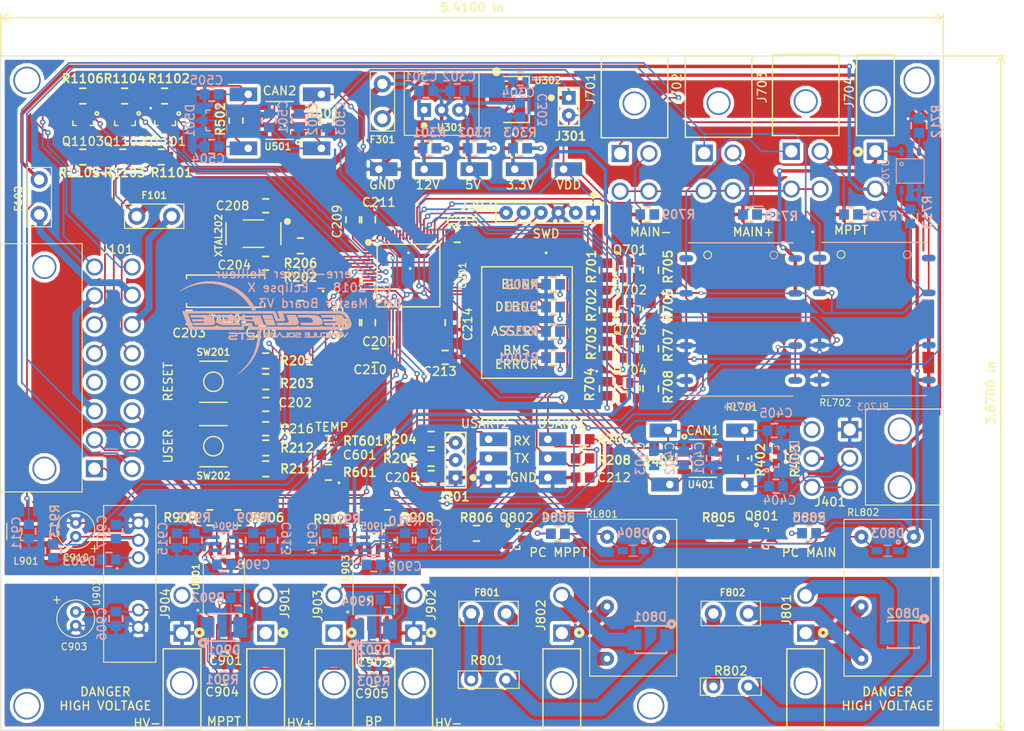
<source format=kicad_pcb>
(kicad_pcb (version 4) (host pcbnew 4.0.6)
  (layers (0 F.Cu signal) (31 B.Cu signal) (34 B.Paste user hide) (35 F.Paste user) (36 B.SilkS user) (37 F.SilkS user) (38 B.Mask user hide) (39 F.Mask user hide) (44 Edge.Cuts user))
  (net 0 "")
  (net 1 DGND)
  (net 2 "Net-(C201-Pad2)")
  (net 3 /NRST)
  (net 4 "Net-(C203-Pad1)")
  (net 5 "Net-(C204-Pad2)")
  (net 6 /STM32F446/PA3_RX)
  (net 7 VDD)
  (net 8 "Net-(C208-Pad1)")
  (net 9 /VBat)
  (net 10 /STM32F446/PA10_RX)
  (net 11 "Net-(C213-Pad2)")
  (net 12 /STM32F446/USER_BTN)
  (net 13 12V)
  (net 14 5V)
  (net 15 3.3V)
  (net 16 "Net-(C401-Pad2)")
  (net 17 /CAN1/CAN_N)
  (net 18 /CAN1/CAN_P)
  (net 19 "Net-(C501-Pad1)")
  (net 20 /CAN2_H)
  (net 21 /CAN2_L)
  (net 22 /NTC_1_ADC)
  (net 23 "Net-(C901-Pad1)")
  (net 24 AGND)
  (net 25 "Net-(C902-Pad1)")
  (net 26 "/Voltage Sense/5V_ISO")
  (net 27 "Net-(C907-Pad1)")
  (net 28 /PA4)
  (net 29 "Net-(C912-Pad2)")
  (net 30 "Net-(C913-Pad1)")
  (net 31 /PA6)
  (net 32 "Net-(C914-Pad2)")
  (net 33 "Net-(C915-Pad2)")
  (net 34 "Net-(D201-Pad1)")
  (net 35 /PC6)
  (net 36 "Net-(D202-Pad1)")
  (net 37 /PB15)
  (net 38 "Net-(D203-Pad1)")
  (net 39 /PB14)
  (net 40 "Net-(D301-Pad2)")
  (net 41 "Net-(D302-Pad2)")
  (net 42 "Net-(D303-Pad2)")
  (net 43 "Net-(D701-Pad2)")
  (net 44 "Net-(D702-Pad2)")
  (net 45 "Net-(D703-Pad2)")
  (net 46 "Net-(D801-Pad1)")
  (net 47 "Net-(D801-Pad2)")
  (net 48 "Net-(D802-Pad1)")
  (net 49 "Net-(D802-Pad2)")
  (net 50 "Net-(D803-Pad2)")
  (net 51 "Net-(D804-Pad2)")
  (net 52 "Net-(D805-Pad2)")
  (net 53 "Net-(D806-Pad2)")
  (net 54 "/Voltage Sense/MPPT-HV+")
  (net 55 "Net-(D901-Pad2)")
  (net 56 "/Voltage Sense/BP-HV+")
  (net 57 "Net-(D902-Pad2)")
  (net 58 "Net-(D903-Pad1)")
  (net 59 "Net-(D903-Pad2)")
  (net 60 /12V_IN1)
  (net 61 /12V_IN2)
  (net 62 CAN_PWR)
  (net 63 "Net-(F801-Pad1)")
  (net 64 "Net-(F801-Pad2)")
  (net 65 "Net-(F802-Pad1)")
  (net 66 "Net-(F802-Pad2)")
  (net 67 /IO5)
  (net 68 /IO3)
  (net 69 /IO1)
  (net 70 /IO2)
  (net 71 /GND)
  (net 72 /IO8)
  (net 73 /IO7)
  (net 74 /RS232_TX)
  (net 75 /RS232_RX)
  (net 76 /STM32F446/SWCLK)
  (net 77 /STM32F446/SWDIO)
  (net 78 /STM32F446/SWO)
  (net 79 /CAN1/Shield1)
  (net 80 "Net-(J701-Pad2)")
  (net 81 "Net-(J701-Pad3)")
  (net 82 "Net-(J702-Pad2)")
  (net 83 "Net-(J703-Pad2)")
  (net 84 "Net-(J801-Pad1)")
  (net 85 "Net-(J802-Pad1)")
  (net 86 "Net-(Q701-Pad3)")
  (net 87 "Net-(Q701-Pad1)")
  (net 88 "Net-(Q702-Pad3)")
  (net 89 "Net-(Q702-Pad1)")
  (net 90 "Net-(Q703-Pad3)")
  (net 91 "Net-(Q703-Pad1)")
  (net 92 "Net-(Q704-Pad3)")
  (net 93 "Net-(Q704-Pad1)")
  (net 94 "Net-(Q801-Pad1)")
  (net 95 "Net-(Q802-Pad1)")
  (net 96 /PC0)
  (net 97 /PC1)
  (net 98 /PC2)
  (net 99 "Net-(R201-Pad1)")
  (net 100 "Net-(R202-Pad1)")
  (net 101 /STM32F446/PA2_TX)
  (net 102 "Net-(R206-Pad1)")
  (net 103 /STM32F446/PA9_TX)
  (net 104 "Net-(R211-Pad1)")
  (net 105 /PA12)
  (net 106 /PB13)
  (net 107 /NTC_1_GPIO)
  (net 108 /PD2)
  (net 109 /PC11)
  (net 110 /PC12)
  (net 111 /PC10)
  (net 112 "Net-(R705-Pad2)")
  (net 113 "Net-(R706-Pad2)")
  (net 114 "Net-(R707-Pad2)")
  (net 115 "Net-(R708-Pad2)")
  (net 116 /PB10)
  (net 117 /PB2)
  (net 118 "Net-(R905-Pad1)")
  (net 119 "Net-(R906-Pad1)")
  (net 120 "Net-(R907-Pad1)")
  (net 121 "Net-(R908-Pad1)")
  (net 122 /PA5)
  (net 123 /PB12)
  (net 124 /PA11)
  (net 125 /PB5)
  (net 126 "Net-(D1001-Pad1)")
  (net 127 /STM32F446/USART2_TX)
  (net 128 /STM32F446/USART2_RX)
  (net 129 /Contactor_12V)
  (net 130 "Net-(J901-Pad1)")
  (net 131 "Net-(J902-Pad2)")
  (net 132 "Net-(J903-Pad1)")
  (net 133 "Net-(J904-Pad2)")
  (net 134 "Net-(R712-Pad1)")
  (net 135 "Net-(RL701-Pad4)")
  (net 136 "Net-(RL701-Pad1)")
  (net 137 "Net-(RL702-Pad4)")
  (net 138 "Net-(RL702-Pad1)")
  (net 139 "Net-(RL703-Pad4)")
  (net 140 "Net-(RL703-Pad1)")
  (net 141 "Net-(RL704-Pad4)")
  (net 142 "Net-(RL704-Pad1)")
  (net 143 "Net-(SW201-Pad1)")
  (net 144 "Net-(SW201-Pad3)")
  (net 145 "Net-(SW202-Pad4)")
  (net 146 "Net-(SW202-Pad2)")
  (net 147 /PC3)
  (net 148 /PC7)
  (net 149 /PC8)
  (net 150 /PC9)
  (net 151 /PA8)
  (net 152 /PA7)
  (net 153 /PC4)
  (net 154 /PC5)
  (net 155 /PB0)
  (net 156 /PB1)
  (net 157 /PA15)
  (net 158 /PB4)
  (net 159 /PB6)
  (net 160 /PB7)
  (net 161 /BOOT0)
  (net 162 /PB8)
  (net 163 /PB9)
  (net 164 "Net-(U401-Pad5)")
  (net 165 "Net-(U401-Pad8)")
  (net 166 "Net-(U501-Pad5)")
  (net 167 "Net-(U501-Pad8)")
  (net 168 "Net-(XTAL202-Pad2)")
  (net 169 "Net-(XTAL202-Pad3)")
  (net 170 /ContactorControl/12V_Protected)
  (net 171 /IO4)
  (net 172 /IO6)
  (module Connectors:649004227222 (layer F.Cu) (at 189.992 45.212 180)
    (fp_text reference J702 (at 6.096 2.032 270) (layer F.SilkS) (effects (font (size 1.27 1.27) (thickness 0.2032))))
    (fp_text value 649004227222 hide)
    (pad 1 thru_hole rect (at 2.1 -7.3 180) (size 2.5 2.5) (drill 1.8) (layers *.Cu *.Mask) (net 69 /IO1))
    (pad 2 thru_hole circle (at -2.1 -7.3 180) (size 2.5 2.5) (drill 1.8) (layers *.Cu *.Mask) (net 82 "Net-(J702-Pad2)"))
    (pad 3 thru_hole circle (at 2.1 -12.8 180) (size 2.5 2.5) (drill 1.8) (layers *.Cu *.Mask) (net 81 "Net-(J701-Pad3)"))
    (pad 4 thru_hole circle (at -2.1 -12.8 180) (size 2.5 2.5) (drill 1.8) (layers *.Cu *.Mask) (net 81 "Net-(J701-Pad3)"))
    (pad 5 thru_hole circle (at 0 0 180) (size 3.508 3.508) (drill 3) (layers *.Cu *.Mask))
  )
  (module Connectors:Headers_2.54mm_1X2 (layer F.Cu) (at 168.148 44.45 270)
    (fp_text reference J301 (at 5.588 -0.254 360) (layer F.SilkS) (effects (font (size 1.27 1.27) (thickness 0.254))))
    (fp_text value Header_Male_Pin_2.54mm_1X2_,_Unshrouded hide)
    (pad 1 thru_hole rect (at 0 0 270) (size 2 2) (drill 0.9) (layers *.Cu *.Mask) (net 15 3.3V))
    (pad 2 thru_hole circle (at 2.54 0 270) (size 2 2) (drill 0.9) (layers *.Cu *.Mask) (net 7 VDD))
  )
  (module Diodes:DO-214AA_SMB (layer B.Cu) (at 180.086 123.444 180)
    (fp_text reference D801 (at 0.08 3.302 180) (layer B.SilkS) (effects (font (size 1.27 1.27) (thickness 0.254)) (justify mirror)))
    (fp_text value NRVBS3200T3G hide)
    (pad 1 smd rect (at -2.375 0 180) (size 2 3) (layers B.Cu B.Paste B.Mask) (net 46 "Net-(D801-Pad1)"))
    (pad 2 smd rect (at 2.375 0 180) (size 2 3) (layers B.Cu B.Paste B.Mask) (net 47 "Net-(D801-Pad2)"))
  )
  (module Connectors:Mounting_Hole_3mm (layer F.Cu) (at 218.948 41.91)
    (fp_text reference REF** hide)
    (fp_text value Mounting_Hole_3mm hide)
    (pad 1 thru_hole circle (at 0 0) (size 4 4) (drill 3.5) (layers *.Cu *.Mask))
  )
  (module Connectors:Mounting_Hole_3mm (layer F.Cu) (at 180.086 133.096)
    (fp_text reference REF** hide)
    (fp_text value Mounting_Hole_3mm hide)
    (pad 1 thru_hole circle (at 0 0) (size 4 4) (drill 3.5) (layers *.Cu *.Mask))
  )
  (module Connectors:Mounting_Hole_3mm (layer F.Cu) (at 89.154 133.096)
    (fp_text reference REF** hide)
    (fp_text value Mounting_Hole_3mm hide)
    (pad 1 thru_hole circle (at 0 0) (size 4 4) (drill 3.5) (layers *.Cu *.Mask))
  )
  (module Capacitors:C0805 (layer F.Cu) (at 122.428 76.708)
    (fp_text reference C201 (at 1.016 2.032) (layer F.SilkS) (effects (font (size 1.27 1.27) (thickness 0.2032))))
    (fp_text value 885012007053 hide)
    (pad 1 smd rect (at 0 0) (size 1.4 1.5) (layers F.Cu F.Paste F.Mask) (net 1 DGND))
    (pad 2 smd rect (at 2.05 0) (size 1.4 1.5) (layers F.Cu F.Paste F.Mask) (net 2 "Net-(C201-Pad2)"))
  )
  (module Capacitors:C0805 (layer F.Cu) (at 124.986 89.154 180)
    (fp_text reference C202 (at -3.284 0.254 180) (layer F.SilkS) (effects (font (size 1.27 1.27) (thickness 0.2032))))
    (fp_text value 885012207098 hide)
    (pad 1 smd rect (at 0 0 180) (size 1.4 1.5) (layers F.Cu F.Paste F.Mask) (net 3 /NRST))
    (pad 2 smd rect (at 2.05 0 180) (size 1.4 1.5) (layers F.Cu F.Paste F.Mask) (net 1 DGND))
  )
  (module Capacitors:C0805 (layer F.Cu) (at 111.76 76.454)
    (fp_text reference C203 (at 1.034 2.286) (layer F.SilkS) (effects (font (size 1.27 1.27) (thickness 0.2032))))
    (fp_text value 885012007053 hide)
    (pad 1 smd rect (at 0 0) (size 1.4 1.5) (layers F.Cu F.Paste F.Mask) (net 4 "Net-(C203-Pad1)"))
    (pad 2 smd rect (at 2.05 0) (size 1.4 1.5) (layers F.Cu F.Paste F.Mask) (net 1 DGND))
  )
  (module Capacitors:C0805 (layer F.Cu) (at 122.918 68.58)
    (fp_text reference C204 (at -3.538 0.254) (layer F.SilkS) (effects (font (size 1.27 1.27) (thickness 0.2032))))
    (fp_text value 885012007027 hide)
    (pad 1 smd rect (at 0 0) (size 1.4 1.5) (layers F.Cu F.Paste F.Mask) (net 1 DGND))
    (pad 2 smd rect (at 2.05 0) (size 1.4 1.5) (layers F.Cu F.Paste F.Mask) (net 5 "Net-(C204-Pad2)"))
  )
  (module Capacitors:C0805 (layer F.Cu) (at 149.116 99.822 180)
    (fp_text reference C205 (at 5.334 0 180) (layer F.SilkS) (effects (font (size 1.27 1.27) (thickness 0.2032))))
    (fp_text value 885012007053 hide)
    (pad 1 smd rect (at 0 0 180) (size 1.4 1.5) (layers F.Cu F.Paste F.Mask) (net 1 DGND))
    (pad 2 smd rect (at 2.05 0 180) (size 1.4 1.5) (layers F.Cu F.Paste F.Mask) (net 6 /STM32F446/PA3_RX))
  )
  (module Capacitors:C0805 (layer F.Cu) (at 136.652 78.25 90)
    (fp_text reference C206 (at 1.034 -2.05 90) (layer F.SilkS) (effects (font (size 1.27 1.27) (thickness 0.2032))))
    (fp_text value 885012107015 hide)
    (pad 1 smd rect (at 0 0 90) (size 1.4 1.5) (layers F.Cu F.Paste F.Mask) (net 1 DGND))
    (pad 2 smd rect (at 2.05 0 90) (size 1.4 1.5) (layers F.Cu F.Paste F.Mask) (net 7 VDD))
  )
  (module Capacitors:C0805 (layer F.Cu) (at 138.938 78.25 90)
    (fp_text reference C207 (at -1.76 1.524 180) (layer F.SilkS) (effects (font (size 1.27 1.27) (thickness 0.2032))))
    (fp_text value 885012207092 hide)
    (pad 1 smd rect (at 0 0 90) (size 1.4 1.5) (layers F.Cu F.Paste F.Mask) (net 1 DGND))
    (pad 2 smd rect (at 2.05 0 90) (size 1.4 1.5) (layers F.Cu F.Paste F.Mask) (net 7 VDD))
  )
  (module Capacitors:C0805 (layer F.Cu) (at 124.986 60.198 180)
    (fp_text reference C208 (at 5.86 0 180) (layer F.SilkS) (effects (font (size 1.27 1.27) (thickness 0.2032))))
    (fp_text value 885012007027 hide)
    (pad 1 smd rect (at 0 0 180) (size 1.4 1.5) (layers F.Cu F.Paste F.Mask) (net 8 "Net-(C208-Pad1)"))
    (pad 2 smd rect (at 2.05 0 180) (size 1.4 1.5) (layers F.Cu F.Paste F.Mask) (net 1 DGND))
  )
  (module Capacitors:C0805 (layer F.Cu) (at 136.652 61.196 270)
    (fp_text reference C209 (at 1.288 2.286 270) (layer F.SilkS) (effects (font (size 1.27 1.27) (thickness 0.2032))))
    (fp_text value 885012107015 hide)
    (pad 1 smd rect (at 0 0 270) (size 1.4 1.5) (layers F.Cu F.Paste F.Mask) (net 1 DGND))
    (pad 2 smd rect (at 2.05 0 270) (size 1.4 1.5) (layers F.Cu F.Paste F.Mask) (net 9 /VBat))
  )
  (module Capacitors:C0805 (layer F.Cu) (at 140.988 82.042 180)
    (fp_text reference C210 (at 1.79 -2.05 180) (layer F.SilkS) (effects (font (size 1.27 1.27) (thickness 0.2032))))
    (fp_text value 885012207098 hide)
    (pad 1 smd rect (at 0 0 180) (size 1.4 1.5) (layers F.Cu F.Paste F.Mask) (net 7 VDD))
    (pad 2 smd rect (at 2.05 0 180) (size 1.4 1.5) (layers F.Cu F.Paste F.Mask) (net 1 DGND))
  )
  (module Capacitors:C0805 (layer F.Cu) (at 138.938 61.214 270)
    (fp_text reference C211 (at -1.524 -1.524 540) (layer F.SilkS) (effects (font (size 1.27 1.27) (thickness 0.2032))))
    (fp_text value 885012207098 hide)
    (pad 1 smd rect (at 0 0 270) (size 1.4 1.5) (layers F.Cu F.Paste F.Mask) (net 1 DGND))
    (pad 2 smd rect (at 2.05 0 270) (size 1.4 1.5) (layers F.Cu F.Paste F.Mask) (net 7 VDD))
  )
  (module Capacitors:C0805 (layer F.Cu) (at 169.146 99.822)
    (fp_text reference C212 (at 5.606 0) (layer F.SilkS) (effects (font (size 1.27 1.27) (thickness 0.2032))))
    (fp_text value 885012007053 hide)
    (pad 1 smd rect (at 0 0) (size 1.4 1.5) (layers F.Cu F.Paste F.Mask) (net 1 DGND))
    (pad 2 smd rect (at 2.05 0) (size 1.4 1.5) (layers F.Cu F.Paste F.Mask) (net 10 /STM32F446/PA10_RX))
  )
  (module Capacitors:C0805 (layer F.Cu) (at 151.148 82.296 180)
    (fp_text reference C213 (at 1.79 -2.05 180) (layer F.SilkS) (effects (font (size 1.27 1.27) (thickness 0.2032))))
    (fp_text value 885012107018 hide)
    (pad 1 smd rect (at 0 0 180) (size 1.4 1.5) (layers F.Cu F.Paste F.Mask) (net 1 DGND))
    (pad 2 smd rect (at 2.05 0 180) (size 1.4 1.5) (layers F.Cu F.Paste F.Mask) (net 11 "Net-(C213-Pad2)"))
  )
  (module Capacitors:C0805 (layer F.Cu) (at 151.13 76.2 270)
    (fp_text reference C214 (at 1.27 -2.286 270) (layer F.SilkS) (effects (font (size 1.27 1.27) (thickness 0.2032))))
    (fp_text value 885012207098 hide)
    (pad 1 smd rect (at 0 0 270) (size 1.4 1.5) (layers F.Cu F.Paste F.Mask) (net 7 VDD))
    (pad 2 smd rect (at 2.05 0 270) (size 1.4 1.5) (layers F.Cu F.Paste F.Mask) (net 1 DGND))
  )
  (module Capacitors:C0805 (layer F.Cu) (at 150.858 64.516)
    (fp_text reference C215 (at 1.79 -2.05) (layer F.SilkS) (effects (font (size 1.27 1.27) (thickness 0.2032))))
    (fp_text value 885012207098 hide)
    (pad 1 smd rect (at 0 0) (size 1.4 1.5) (layers F.Cu F.Paste F.Mask) (net 7 VDD))
    (pad 2 smd rect (at 2.05 0) (size 1.4 1.5) (layers F.Cu F.Paste F.Mask) (net 1 DGND))
  )
  (module Capacitors:C0805 (layer F.Cu) (at 124.968 92.71 180)
    (fp_text reference C216 (at -3.556 0 180) (layer F.SilkS) (effects (font (size 1.27 1.27) (thickness 0.2032))))
    (fp_text value 885012207098 hide)
    (pad 1 smd rect (at 0 0 180) (size 1.4 1.5) (layers F.Cu F.Paste F.Mask) (net 12 /STM32F446/USER_BTN))
    (pad 2 smd rect (at 2.05 0 180) (size 1.4 1.5) (layers F.Cu F.Paste F.Mask) (net 1 DGND))
  )
  (module Capacitors:C0805 (layer B.Cu) (at 148.354 43.434 180)
    (fp_text reference C301 (at 1.79 2.05 180) (layer B.SilkS) (effects (font (size 1.27 1.27) (thickness 0.2032)) (justify mirror)))
    (fp_text value 885012107018 hide)
    (pad 1 smd rect (at 0 0 180) (size 1.4 1.5) (layers B.Cu B.Paste B.Mask) (net 1 DGND))
    (pad 2 smd rect (at 2.05 0 180) (size 1.4 1.5) (layers B.Cu B.Paste B.Mask) (net 13 12V))
  )
  (module Capacitors:C0805 (layer B.Cu) (at 150.858 43.434)
    (fp_text reference C302 (at 1.288 -2.032) (layer B.SilkS) (effects (font (size 1.27 1.27) (thickness 0.2032)) (justify mirror)))
    (fp_text value 885012107018 hide)
    (pad 1 smd rect (at 0 0) (size 1.4 1.5) (layers B.Cu B.Paste B.Mask) (net 1 DGND))
    (pad 2 smd rect (at 2.05 0) (size 1.4 1.5) (layers B.Cu B.Paste B.Mask) (net 14 5V))
  )
  (module Capacitors:C0805 (layer B.Cu) (at 161.036 47.244 90)
    (fp_text reference C303 (at 1.034 3.302 90) (layer B.SilkS) (effects (font (size 1.27 1.27) (thickness 0.2032)) (justify mirror)))
    (fp_text value 885012107014 hide)
    (pad 1 smd rect (at 0 0 90) (size 1.4 1.5) (layers B.Cu B.Paste B.Mask) (net 1 DGND))
    (pad 2 smd rect (at 2.05 0 90) (size 1.4 1.5) (layers B.Cu B.Paste B.Mask) (net 14 5V))
  )
  (module Capacitors:C0805 (layer B.Cu) (at 160.02 41.656)
    (fp_text reference C304 (at 0.762 2.05) (layer B.SilkS) (effects (font (size 1.27 1.27) (thickness 0.2032)) (justify mirror)))
    (fp_text value 885012107005 hide)
    (pad 1 smd rect (at 0 0) (size 1.4 1.5) (layers B.Cu B.Paste B.Mask) (net 1 DGND))
    (pad 2 smd rect (at 2.05 0) (size 1.4 1.5) (layers B.Cu B.Paste B.Mask) (net 15 3.3V))
  )
  (module Capacitors:C0805 (layer B.Cu) (at 189.23 98.062 90)
    (fp_text reference C401 (at 1.034 -2.032 90) (layer B.SilkS) (effects (font (size 1.27 1.27) (thickness 0.2032)) (justify mirror)))
    (fp_text value 885012207080 hide)
    (pad 1 smd rect (at 0 0 90) (size 1.4 1.5) (layers B.Cu B.Paste B.Mask) (net 1 DGND))
    (pad 2 smd rect (at 2.05 0 90) (size 1.4 1.5) (layers B.Cu B.Paste B.Mask) (net 16 "Net-(C401-Pad2)"))
  )
  (module Capacitors:C0805 (layer B.Cu) (at 184.912 95.994 270)
    (fp_text reference C402 (at 1.034 2.032 270) (layer B.SilkS) (effects (font (size 1.27 1.27) (thickness 0.2032)) (justify mirror)))
    (fp_text value 885012107015 hide)
    (pad 1 smd rect (at 0 0 270) (size 1.4 1.5) (layers B.Cu B.Paste B.Mask) (net 1 DGND))
    (pad 2 smd rect (at 2.05 0 270) (size 1.4 1.5) (layers B.Cu B.Paste B.Mask) (net 7 VDD))
  )
  (module Capacitors:C0805 (layer B.Cu) (at 180.594 95.994 270)
    (fp_text reference C403 (at 1.034 2.032 270) (layer B.SilkS) (effects (font (size 1.27 1.27) (thickness 0.2032)) (justify mirror)))
    (fp_text value 885012207098 hide)
    (pad 1 smd rect (at 0 0 270) (size 1.4 1.5) (layers B.Cu B.Paste B.Mask) (net 1 DGND))
    (pad 2 smd rect (at 2.05 0 270) (size 1.4 1.5) (layers B.Cu B.Paste B.Mask) (net 7 VDD))
  )
  (module Capacitors:C0805 (layer B.Cu) (at 197.34 101.092)
    (fp_text reference C404 (at 1.542 2.032) (layer B.SilkS) (effects (font (size 1.27 1.27) (thickness 0.2032)) (justify mirror)))
    (fp_text value 885012007053 hide)
    (pad 1 smd rect (at 0 0) (size 1.4 1.5) (layers B.Cu B.Paste B.Mask) (net 17 /CAN1/CAN_N))
    (pad 2 smd rect (at 2.05 0) (size 1.4 1.5) (layers B.Cu B.Paste B.Mask) (net 1 DGND))
  )
  (module Capacitors:C0805 (layer B.Cu) (at 197.086 92.964)
    (fp_text reference C405 (at 1.288 -2.54) (layer B.SilkS) (effects (font (size 1.27 1.27) (thickness 0.2032)) (justify mirror)))
    (fp_text value 885012007053 hide)
    (pad 1 smd rect (at 0 0) (size 1.4 1.5) (layers B.Cu B.Paste B.Mask) (net 18 /CAN1/CAN_P))
    (pad 2 smd rect (at 2.05 0) (size 1.4 1.5) (layers B.Cu B.Paste B.Mask) (net 1 DGND))
  )
  (module Capacitors:C0805 (layer B.Cu) (at 124.46 48.786 90)
    (fp_text reference C501 (at 1.542 2.032 90) (layer B.SilkS) (effects (font (size 1.27 1.27) (thickness 0.2032)) (justify mirror)))
    (fp_text value 885012207080 hide)
    (pad 1 smd rect (at 0 0 90) (size 1.4 1.5) (layers B.Cu B.Paste B.Mask) (net 19 "Net-(C501-Pad1)"))
    (pad 2 smd rect (at 2.05 0 90) (size 1.4 1.5) (layers B.Cu B.Paste B.Mask) (net 1 DGND))
  )
  (module Capacitors:C0805 (layer B.Cu) (at 128.778 48.786 90)
    (fp_text reference C502 (at 1.288 2.05 90) (layer B.SilkS) (effects (font (size 1.27 1.27) (thickness 0.2032)) (justify mirror)))
    (fp_text value 885012107015 hide)
    (pad 1 smd rect (at 0 0 90) (size 1.4 1.5) (layers B.Cu B.Paste B.Mask) (net 1 DGND))
    (pad 2 smd rect (at 2.05 0 90) (size 1.4 1.5) (layers B.Cu B.Paste B.Mask) (net 7 VDD))
  )
  (module Capacitors:C0805 (layer B.Cu) (at 132.842 48.786 90)
    (fp_text reference C503 (at 1.288 2.032 90) (layer B.SilkS) (effects (font (size 1.27 1.27) (thickness 0.2032)) (justify mirror)))
    (fp_text value 885012207098 hide)
    (pad 1 smd rect (at 0 0 90) (size 1.4 1.5) (layers B.Cu B.Paste B.Mask) (net 1 DGND))
    (pad 2 smd rect (at 2.05 0 90) (size 1.4 1.5) (layers B.Cu B.Paste B.Mask) (net 7 VDD))
  )
  (module Capacitors:C0805 (layer B.Cu) (at 117.112 51.562 180)
    (fp_text reference C504 (at 1.542 -1.778 180) (layer B.SilkS) (effects (font (size 1.27 1.27) (thickness 0.2032)) (justify mirror)))
    (fp_text value 885012007053 hide)
    (pad 1 smd rect (at 0 0 180) (size 1.4 1.5) (layers B.Cu B.Paste B.Mask) (net 20 /CAN2_H))
    (pad 2 smd rect (at 2.05 0 180) (size 1.4 1.5) (layers B.Cu B.Paste B.Mask) (net 1 DGND))
  )
  (module Capacitors:C0805 (layer B.Cu) (at 117.112 43.942 180)
    (fp_text reference C505 (at 1.79 2.05 180) (layer B.SilkS) (effects (font (size 1.27 1.27) (thickness 0.2032)) (justify mirror)))
    (fp_text value 885012007053 hide)
    (pad 1 smd rect (at 0 0 180) (size 1.4 1.5) (layers B.Cu B.Paste B.Mask) (net 21 /CAN2_L))
    (pad 2 smd rect (at 2.05 0 180) (size 1.4 1.5) (layers B.Cu B.Paste B.Mask) (net 1 DGND))
  )
  (module Capacitors:C0805 (layer F.Cu) (at 132.08 96.52)
    (fp_text reference C601 (at 5.588 0) (layer F.SilkS) (effects (font (size 1.27 1.27) (thickness 0.2032))))
    (fp_text value 885012107015 hide)
    (pad 1 smd rect (at 0 0) (size 1.4 1.5) (layers F.Cu F.Paste F.Mask) (net 22 /NTC_1_ADC))
    (pad 2 smd rect (at 2.05 0) (size 1.4 1.5) (layers F.Cu F.Paste F.Mask) (net 1 DGND))
  )
  (module Capacitors:C0805 (layer F.Cu) (at 116.84 124.206)
    (fp_text reference C901 (at 1.288 2.286) (layer F.SilkS) (effects (font (size 1.27 1.27) (thickness 0.2032))))
    (fp_text value 885012207080 hide)
    (pad 1 smd rect (at 0 0) (size 1.4 1.5) (layers F.Cu F.Paste F.Mask) (net 23 "Net-(C901-Pad1)"))
    (pad 2 smd rect (at 2.05 0) (size 1.4 1.5) (layers F.Cu F.Paste F.Mask) (net 24 AGND))
  )
  (module Capacitors:C0805 (layer F.Cu) (at 138.684 124.46)
    (fp_text reference C902 (at 1.016 2.286) (layer F.SilkS) (effects (font (size 1.27 1.27) (thickness 0.2032))))
    (fp_text value 885012207080 hide)
    (pad 1 smd rect (at 0 0) (size 1.4 1.5) (layers F.Cu F.Paste F.Mask) (net 25 "Net-(C902-Pad1)"))
    (pad 2 smd rect (at 2.05 0) (size 1.4 1.5) (layers F.Cu F.Paste F.Mask) (net 24 AGND))
  )
  (module Capacitors:Radial-Can-5_11_2 (layer F.Cu) (at 96.266 120.412 270)
    (fp_text reference C903 (at 4.064 0.254 360) (layer F.SilkS))
    (fp_text value 860020472006 hide)
    (pad 2 thru_hole circle (at 1 0 270) (size 1.6764 1.6764) (drill 0.8382) (layers *.Cu *.Mask) (net 24 AGND))
    (pad 1 thru_hole circle (at -1 0 270) (size 1.6764 1.6764) (drill 0.8382) (layers *.Cu *.Mask) (net 26 "/Voltage Sense/5V_ISO"))
  )
  (module Capacitors:C0805 (layer F.Cu) (at 118.89 129.032 180)
    (fp_text reference C904 (at 1.288 -2.05 180) (layer F.SilkS) (effects (font (size 1.27 1.27) (thickness 0.2032))))
    (fp_text value 885012207098 hide)
    (pad 1 smd rect (at 0 0 180) (size 1.4 1.5) (layers F.Cu F.Paste F.Mask) (net 24 AGND))
    (pad 2 smd rect (at 2.05 0 180) (size 1.4 1.5) (layers F.Cu F.Paste F.Mask) (net 26 "/Voltage Sense/5V_ISO"))
  )
  (module Capacitors:C0805 (layer F.Cu) (at 140.716 129.286 180)
    (fp_text reference C905 (at 1.27 -2.032 180) (layer F.SilkS) (effects (font (size 1.27 1.27) (thickness 0.2032))))
    (fp_text value 885012207098 hide)
    (pad 1 smd rect (at 0 0 180) (size 1.4 1.5) (layers F.Cu F.Paste F.Mask) (net 24 AGND))
    (pad 2 smd rect (at 2.05 0 180) (size 1.4 1.5) (layers F.Cu F.Paste F.Mask) (net 26 "/Voltage Sense/5V_ISO"))
  )
  (module Capacitors:C0805 (layer B.Cu) (at 102.108 119.38 270)
    (fp_text reference C906 (at 1.79 2.05 270) (layer B.SilkS) (effects (font (size 1.27 1.27) (thickness 0.2032)) (justify mirror)))
    (fp_text value 885012207098 hide)
    (pad 1 smd rect (at 0 0 270) (size 1.4 1.5) (layers B.Cu B.Paste B.Mask) (net 26 "/Voltage Sense/5V_ISO"))
    (pad 2 smd rect (at 2.05 0 270) (size 1.4 1.5) (layers B.Cu B.Paste B.Mask) (net 24 AGND))
  )
  (module Capacitors:C0805 (layer B.Cu) (at 102.108 108.712 90)
    (fp_text reference C907 (at 1.016 -2.032 90) (layer B.SilkS) (effects (font (size 1.27 1.27) (thickness 0.2032)) (justify mirror)))
    (fp_text value 885012207098 hide)
    (pad 1 smd rect (at 0 0 90) (size 1.4 1.5) (layers B.Cu B.Paste B.Mask) (net 27 "Net-(C907-Pad1)"))
    (pad 2 smd rect (at 2.05 0 90) (size 1.4 1.5) (layers B.Cu B.Paste B.Mask) (net 1 DGND))
  )
  (module Capacitors:C0805 (layer B.Cu) (at 118.89 112.522 180)
    (fp_text reference C908 (at -3.284 0 180) (layer B.SilkS) (effects (font (size 1.27 1.27) (thickness 0.2032)) (justify mirror)))
    (fp_text value 885012207098 hide)
    (pad 1 smd rect (at 0 0 180) (size 1.4 1.5) (layers B.Cu B.Paste B.Mask) (net 1 DGND))
    (pad 2 smd rect (at 2.05 0 180) (size 1.4 1.5) (layers B.Cu B.Paste B.Mask) (net 14 5V))
  )
  (module Capacitors:C0805 (layer B.Cu) (at 140.734 112.522 180)
    (fp_text reference C909 (at -3.538 -0.254 180) (layer B.SilkS) (effects (font (size 1.27 1.27) (thickness 0.2032)) (justify mirror)))
    (fp_text value 885012207098 hide)
    (pad 1 smd rect (at 0 0 180) (size 1.4 1.5) (layers B.Cu B.Paste B.Mask) (net 1 DGND))
    (pad 2 smd rect (at 2.05 0 180) (size 1.4 1.5) (layers B.Cu B.Paste B.Mask) (net 14 5V))
  )
  (module Capacitors:Radial-Can-5_11_2 (layer F.Cu) (at 96.266 107.442 90)
    (fp_text reference C910 (at -4.064 0 180) (layer F.SilkS))
    (fp_text value 860020472006 hide)
    (pad 2 thru_hole circle (at 1 0 90) (size 1.6764 1.6764) (drill 0.8382) (layers *.Cu *.Mask) (net 1 DGND))
    (pad 1 thru_hole circle (at -1 0 90) (size 1.6764 1.6764) (drill 0.8382) (layers *.Cu *.Mask) (net 27 "Net-(C907-Pad1)"))
  )
  (module Capacitors:C0805 (layer B.Cu) (at 89.408 106.662 270)
    (fp_text reference C911 (at 1.288 1.778 270) (layer B.SilkS) (effects (font (size 1.27 1.27) (thickness 0.2032)) (justify mirror)))
    (fp_text value 885012207075 hide)
    (pad 1 smd rect (at 0 0 270) (size 1.4 1.5) (layers B.Cu B.Paste B.Mask) (net 13 12V))
    (pad 2 smd rect (at 2.05 0 270) (size 1.4 1.5) (layers B.Cu B.Paste B.Mask) (net 1 DGND))
  )
  (module Capacitors:C0805 (layer B.Cu) (at 146.812 110 90)
    (fp_text reference C912 (at 1.79 2.05 90) (layer B.SilkS) (effects (font (size 1.27 1.27) (thickness 0.2032)) (justify mirror)))
    (fp_text value 885012207080 hide)
    (pad 1 smd rect (at 0 0 90) (size 1.4 1.5) (layers B.Cu B.Paste B.Mask) (net 28 /PA4))
    (pad 2 smd rect (at 2.05 0 90) (size 1.4 1.5) (layers B.Cu B.Paste B.Mask) (net 29 "Net-(C912-Pad2)"))
  )
  (module Capacitors:C0805 (layer B.Cu) (at 124.714 107.932 270)
    (fp_text reference C913 (at 0.762 -2.286 270) (layer B.SilkS) (effects (font (size 1.27 1.27) (thickness 0.2032)) (justify mirror)))
    (fp_text value 885012207080 hide)
    (pad 1 smd rect (at 0 0 270) (size 1.4 1.5) (layers B.Cu B.Paste B.Mask) (net 30 "Net-(C913-Pad1)"))
    (pad 2 smd rect (at 2.05 0 270) (size 1.4 1.5) (layers B.Cu B.Paste B.Mask) (net 31 /PA6))
  )
  (module Capacitors:C0805 (layer B.Cu) (at 132.842 109.982 90)
    (fp_text reference C914 (at 1.27 -2.032 90) (layer B.SilkS) (effects (font (size 1.27 1.27) (thickness 0.2032)) (justify mirror)))
    (fp_text value 885012207080 hide)
    (pad 1 smd rect (at 0 0 90) (size 1.4 1.5) (layers B.Cu B.Paste B.Mask) (net 1 DGND))
    (pad 2 smd rect (at 2.05 0 90) (size 1.4 1.5) (layers B.Cu B.Paste B.Mask) (net 32 "Net-(C914-Pad2)"))
  )
  (module Capacitors:C0805 (layer B.Cu) (at 110.998 110 90)
    (fp_text reference C915 (at 1.27 -2.032 90) (layer B.SilkS) (effects (font (size 1.27 1.27) (thickness 0.2032)) (justify mirror)))
    (fp_text value 885012207080 hide)
    (pad 1 smd rect (at 0 0 90) (size 1.4 1.5) (layers B.Cu B.Paste B.Mask) (net 1 DGND))
    (pad 2 smd rect (at 2.05 0 90) (size 1.4 1.5) (layers B.Cu B.Paste B.Mask) (net 33 "Net-(C915-Pad2)"))
  )
  (module Diodes:LED_0805_GREEN (layer F.Cu) (at 166.896 71.628 180)
    (fp_text reference D201 hide)
    (fp_text value 150080VS75000 hide)
    (pad 1 smd rect (at 0 0 180) (size 1.4 1.5) (layers F.Cu F.Paste F.Mask) (net 34 "Net-(D201-Pad1)"))
    (pad 2 smd rect (at 2.05 0 180) (size 1.4 1.5) (layers F.Cu F.Paste F.Mask) (net 35 /PC6))
  )
  (module Diodes:LED_0805_YELLOW (layer F.Cu) (at 166.896 74.93 180)
    (fp_text reference D202 hide)
    (fp_text value 150080YS75000 hide)
    (pad 1 smd rect (at 0 0 180) (size 1.4 1.5) (layers F.Cu F.Paste F.Mask) (net 36 "Net-(D202-Pad1)"))
    (pad 2 smd rect (at 2.05 0 180) (size 1.4 1.5) (layers F.Cu F.Paste F.Mask) (net 37 /PB15))
  )
  (module Diodes:LED_0805_RED (layer F.Cu) (at 166.878 78.486 180)
    (fp_text reference D203 hide)
    (fp_text value 150080RS75000 hide)
    (pad 1 smd rect (at 0 0 180) (size 1.4 1.5) (layers F.Cu F.Paste F.Mask) (net 38 "Net-(D203-Pad1)"))
    (pad 2 smd rect (at 2.05 0 180) (size 1.4 1.5) (layers F.Cu F.Paste F.Mask) (net 39 /PB14))
  )
  (module Diodes:LED_0805_GREEN (layer F.Cu) (at 146.794 51.816)
    (fp_text reference D301 hide)
    (fp_text value 150080VS75000 hide)
    (pad 1 smd rect (at 0 0) (size 1.4 1.5) (layers F.Cu F.Paste F.Mask) (net 1 DGND))
    (pad 2 smd rect (at 2.05 0) (size 1.4 1.5) (layers F.Cu F.Paste F.Mask) (net 40 "Net-(D301-Pad2)"))
  )
  (module Diodes:LED_0805_GREEN (layer F.Cu) (at 153.398 51.816)
    (fp_text reference D302 hide)
    (fp_text value 150080VS75000 hide)
    (pad 1 smd rect (at 0 0) (size 1.4 1.5) (layers F.Cu F.Paste F.Mask) (net 1 DGND))
    (pad 2 smd rect (at 2.05 0) (size 1.4 1.5) (layers F.Cu F.Paste F.Mask) (net 41 "Net-(D302-Pad2)"))
  )
  (module Diodes:LED_0805_GREEN (layer F.Cu) (at 160.02 51.816)
    (fp_text reference D303 hide)
    (fp_text value 150080VS75000 hide)
    (pad 1 smd rect (at 0 0) (size 1.4 1.5) (layers F.Cu F.Paste F.Mask) (net 1 DGND))
    (pad 2 smd rect (at 2.05 0) (size 1.4 1.5) (layers F.Cu F.Paste F.Mask) (net 42 "Net-(D303-Pad2)"))
  )
  (module IC:SOT-23-3 (layer B.Cu) (at 198.12 96.774 90)
    (fp_text reference D401 (at 0.03 2.97 90) (layer B.SilkS) (effects (font (size 1.27 1.27) (thickness 0.2032)) (justify mirror)))
    (fp_text value D1213A-02SOL-7 hide)
    (pad 3 smd rect (at 0 1.1 90) (size 1 1.4) (layers B.Cu B.Paste B.Mask) (net 1 DGND))
    (pad 2 smd rect (at 0.95 -1.1 90) (size 1 1.4) (layers B.Cu B.Paste B.Mask) (net 18 /CAN1/CAN_P))
    (pad 1 smd rect (at -0.95 -1.1 90) (size 1 1.4) (layers B.Cu B.Paste B.Mask) (net 17 /CAN1/CAN_N))
  )
  (module IC:SOT-23-3 (layer B.Cu) (at 115.908 47.752 270)
    (fp_text reference D501 (at 0.03 2.97 270) (layer B.SilkS) (effects (font (size 1.27 1.27) (thickness 0.2032)) (justify mirror)))
    (fp_text value D1213A-02SOL-7 hide)
    (pad 3 smd rect (at 0 1.1 270) (size 1 1.4) (layers B.Cu B.Paste B.Mask) (net 1 DGND))
    (pad 2 smd rect (at 0.95 -1.1 270) (size 1 1.4) (layers B.Cu B.Paste B.Mask) (net 20 /CAN2_H))
    (pad 1 smd rect (at -0.95 -1.1 270) (size 1 1.4) (layers B.Cu B.Paste B.Mask) (net 21 /CAN2_L))
  )
  (module Diodes:LED_0805_GREEN (layer F.Cu) (at 178.562 61.468)
    (fp_text reference D701 hide)
    (fp_text value 150080VS75000 hide)
    (pad 1 smd rect (at 0 0) (size 1.4 1.5) (layers F.Cu F.Paste F.Mask) (net 1 DGND))
    (pad 2 smd rect (at 2.05 0) (size 1.4 1.5) (layers F.Cu F.Paste F.Mask) (net 43 "Net-(D701-Pad2)"))
  )
  (module Diodes:LED_0805_GREEN (layer F.Cu) (at 193.548 61.468)
    (fp_text reference D702 hide)
    (fp_text value 150080VS75000 hide)
    (pad 1 smd rect (at 0 0) (size 1.4 1.5) (layers F.Cu F.Paste F.Mask) (net 1 DGND))
    (pad 2 smd rect (at 2.05 0) (size 1.4 1.5) (layers F.Cu F.Paste F.Mask) (net 44 "Net-(D702-Pad2)"))
  )
  (module Diodes:LED_0805_GREEN (layer F.Cu) (at 208.28 61.468)
    (fp_text reference D703 hide)
    (fp_text value 150080VS75000 hide)
    (pad 1 smd rect (at 0 0) (size 1.4 1.5) (layers F.Cu F.Paste F.Mask) (net 1 DGND))
    (pad 2 smd rect (at 2.05 0) (size 1.4 1.5) (layers F.Cu F.Paste F.Mask) (net 45 "Net-(D703-Pad2)"))
  )
  (module Diodes:DO-214AA_SMB (layer B.Cu) (at 216.916 122.682 180)
    (fp_text reference D802 (at 0 3.048 180) (layer B.SilkS) (effects (font (size 1.27 1.27) (thickness 0.254)) (justify mirror)))
    (fp_text value NRVBS3200T3G hide)
    (pad 1 smd rect (at -2.375 0 180) (size 2 3) (layers B.Cu B.Paste B.Mask) (net 48 "Net-(D802-Pad1)"))
    (pad 2 smd rect (at 2.375 0 180) (size 2 3) (layers B.Cu B.Paste B.Mask) (net 49 "Net-(D802-Pad2)"))
  )
  (module Diodes:SOD-323 (layer B.Cu) (at 214.656 110.49 180)
    (fp_text reference D803 (at 0 2.54 180) (layer B.SilkS) (effects (font (size 1.27 1.27) (thickness 0.254)) (justify mirror)))
    (fp_text value NSR0530HT1G hide)
    (pad 1 smd rect (at -1.55 0 180) (size 1.5 1) (layers B.Cu B.Paste B.Mask) (net 129 /Contactor_12V))
    (pad 2 smd rect (at 1.55 0 180) (size 1.5 1) (layers B.Cu B.Paste B.Mask) (net 50 "Net-(D803-Pad2)"))
  )
  (module Diodes:SOD-323 (layer B.Cu) (at 177.546 110.49 180)
    (fp_text reference D804 (at -0.017715 2.567 180) (layer B.SilkS) (effects (font (size 1.27 1.27) (thickness 0.254)) (justify mirror)))
    (fp_text value NSR0530HT1G hide)
    (pad 1 smd rect (at -1.55 0 180) (size 1.5 1) (layers B.Cu B.Paste B.Mask) (net 129 /Contactor_12V))
    (pad 2 smd rect (at 1.55 0 180) (size 1.5 1) (layers B.Cu B.Paste B.Mask) (net 51 "Net-(D804-Pad2)"))
  )
  (module Diodes:LED_0805_GREEN (layer F.Cu) (at 204.216 107.95 180)
    (fp_text reference D805 (at 1.016 2.286 180) (layer F.SilkS) (effects (font (size 1.27 1.27) (thickness 0.2032))))
    (fp_text value 150080VS75000 hide)
    (pad 1 smd rect (at 0 0 180) (size 1.4 1.5) (layers F.Cu F.Paste F.Mask) (net 50 "Net-(D803-Pad2)"))
    (pad 2 smd rect (at 2.05 0 180) (size 1.4 1.5) (layers F.Cu F.Paste F.Mask) (net 52 "Net-(D805-Pad2)"))
  )
  (module Diodes:LED_0805_GREEN (layer F.Cu) (at 167.579162 108.018996 180)
    (fp_text reference D806 (at 0.955162 2.354996 180) (layer F.SilkS) (effects (font (size 1.27 1.27) (thickness 0.2032))))
    (fp_text value 150080VS75000 hide)
    (pad 1 smd rect (at 0 0 180) (size 1.4 1.5) (layers F.Cu F.Paste F.Mask) (net 51 "Net-(D804-Pad2)"))
    (pad 2 smd rect (at 2.05 0 180) (size 1.4 1.5) (layers F.Cu F.Paste F.Mask) (net 53 "Net-(D806-Pad2)"))
  )
  (module Diodes:DO-214AA_SMB (layer B.Cu) (at 117.856 121.666)
    (fp_text reference D901 (at 0 3.302) (layer B.SilkS) (effects (font (size 1.27 1.27) (thickness 0.254)) (justify mirror)))
    (fp_text value NRVBS3200T3G hide)
    (pad 1 smd rect (at -2.375 0) (size 2 3) (layers B.Cu B.Paste B.Mask) (net 54 "/Voltage Sense/MPPT-HV+"))
    (pad 2 smd rect (at 2.375 0) (size 2 3) (layers B.Cu B.Paste B.Mask) (net 55 "Net-(D901-Pad2)"))
  )
  (module Diodes:DO-214AA_SMB (layer B.Cu) (at 139.7 121.92)
    (fp_text reference D902 (at 0.08 3.048) (layer B.SilkS) (effects (font (size 1.27 1.27) (thickness 0.254)) (justify mirror)))
    (fp_text value NRVBS3200T3G hide)
    (pad 1 smd rect (at -2.375 0) (size 2 3) (layers B.Cu B.Paste B.Mask) (net 56 "/Voltage Sense/BP-HV+"))
    (pad 2 smd rect (at 2.375 0) (size 2 3) (layers B.Cu B.Paste B.Mask) (net 57 "Net-(D902-Pad2)"))
  )
  (module Diodes:Diode_0805 (layer B.Cu) (at 102.108 111.76 180)
    (fp_text reference D903 (at 5.334 -0.254 180) (layer B.SilkS) (effects (font (size 1.27 1.27) (thickness 0.2032)) (justify mirror)))
    (fp_text value SD0805S020S1R0 hide)
    (pad 1 smd rect (at 0 0 180) (size 1.4 1.5) (layers B.Cu B.Paste B.Mask) (net 58 "Net-(D903-Pad1)"))
    (pad 2 smd rect (at 2.05 0 180) (size 1.4 1.5) (layers B.Cu B.Paste B.Mask) (net 59 "Net-(D903-Pad2)"))
  )
  (module Diodes:LED_0805_RED (layer F.Cu) (at 166.896 82.296 180)
    (fp_text reference D1001 hide)
    (fp_text value 150080RS75000 hide)
    (pad 1 smd rect (at 0 0 180) (size 1.4 1.5) (layers F.Cu F.Paste F.Mask) (net 126 "Net-(D1001-Pad1)"))
    (pad 2 smd rect (at 2.05 0 180) (size 1.4 1.5) (layers F.Cu F.Paste F.Mask) (net 123 /PB12))
  )
  (module Fuses:TE5_395 (layer F.Cu) (at 107.696 61.722 180)
    (fp_text reference F101 (at 0 3.048 180) (layer F.SilkS) (effects (font (thickness 0.2032))))
    (fp_text value 39505000440 hide)
    (pad 1 thru_hole circle (at -2.54 0 180) (size 2.5 2.5) (drill 1.5) (layers *.Cu *.Mask) (net 60 /12V_IN1))
    (pad 2 thru_hole circle (at 2.54 0 180) (size 2.5 2.5) (drill 1.5) (layers *.Cu *.Mask) (net 13 12V))
  )
  (module Fuses:TE5_395 (layer F.Cu) (at 90.932 58.928 90)
    (fp_text reference F102 (at -0.254 -3.048 90) (layer F.SilkS) (effects (font (thickness 0.2032))))
    (fp_text value 39511000440 hide)
    (pad 1 thru_hole circle (at -2.54 0 90) (size 2.5 2.5) (drill 1.5) (layers *.Cu *.Mask) (net 61 /12V_IN2))
    (pad 2 thru_hole circle (at 2.54 0 90) (size 2.5 2.5) (drill 1.5) (layers *.Cu *.Mask) (net 129 /Contactor_12V))
  )
  (module Fuses:TE5_395 (layer F.Cu) (at 140.97 44.958 90)
    (fp_text reference F301 (at -5.588 0 180) (layer F.SilkS) (effects (font (thickness 0.2032))))
    (fp_text value 39511000440 hide)
    (pad 1 thru_hole circle (at -2.54 0 90) (size 2.5 2.5) (drill 1.5) (layers *.Cu *.Mask) (net 62 CAN_PWR))
    (pad 2 thru_hole circle (at 2.54 0 90) (size 2.5 2.5) (drill 1.5) (layers *.Cu *.Mask) (net 13 12V))
  )
  (module Fuses:TE5_395 (layer F.Cu) (at 156.464 119.634)
    (fp_text reference F801 (at -0.254 -3.048) (layer F.SilkS) (effects (font (thickness 0.2032))))
    (fp_text value 80812000440 hide)
    (pad 1 thru_hole circle (at -2.54 0) (size 2.5 2.5) (drill 1.5) (layers *.Cu *.Mask) (net 63 "Net-(F801-Pad1)"))
    (pad 2 thru_hole circle (at 2.54 0) (size 2.5 2.5) (drill 1.5) (layers *.Cu *.Mask) (net 64 "Net-(F801-Pad2)"))
  )
  (module Fuses:TE5_395 (layer F.Cu) (at 191.77 119.634)
    (fp_text reference F802 (at 0.254 -3.048) (layer F.SilkS) (effects (font (thickness 0.2032))))
    (fp_text value 80812000440 hide)
    (pad 1 thru_hole circle (at -2.54 0) (size 2.5 2.5) (drill 1.5) (layers *.Cu *.Mask) (net 65 "Net-(F802-Pad1)"))
    (pad 2 thru_hole circle (at 2.54 0) (size 2.5 2.5) (drill 1.5) (layers *.Cu *.Mask) (net 66 "Net-(F802-Pad2)"))
  )
  (module Connectors:649016227222 (layer F.Cu) (at 91.694 83.82 270)
    (fp_text reference J101 (at -17.272 -10.668 360) (layer F.SilkS) (effects (font (size 1.27 1.27) (thickness 0.2032))))
    (fp_text value 649016227222 hide)
    (pad 24 thru_hole circle (at -14.7 0 270) (size 3.508 3.508) (drill 3) (layers *.Cu *.Mask))
    (pad 16 thru_hole circle (at -14.7 -12.8 270) (size 2.5 2.5) (drill 1.8) (layers *.Cu *.Mask) (net 20 /CAN2_H))
    (pad 15 thru_hole circle (at -10.6 -12.8 270) (size 2.5 2.5) (drill 1.8) (layers *.Cu *.Mask) (net 61 /12V_IN2))
    (pad 14 thru_hole circle (at -6.3 -12.8 270) (size 2.5 2.5) (drill 1.8) (layers *.Cu *.Mask) (net 60 /12V_IN1))
    (pad 13 thru_hole circle (at -2.1 -12.8 270) (size 2.5 2.5) (drill 1.8) (layers *.Cu *.Mask) (net 67 /IO5))
    (pad 12 thru_hole circle (at 2.1 -12.8 270) (size 2.5 2.5) (drill 1.8) (layers *.Cu *.Mask) (net 171 /IO4))
    (pad 11 thru_hole circle (at 6.3 -12.8 270) (size 2.5 2.5) (drill 1.8) (layers *.Cu *.Mask) (net 68 /IO3))
    (pad 10 thru_hole circle (at 10.5 -12.8 270) (size 2.5 2.5) (drill 1.8) (layers *.Cu *.Mask) (net 69 /IO1))
    (pad 9 thru_hole circle (at 14.7 -12.8 270) (size 2.5 2.5) (drill 1.8) (layers *.Cu *.Mask) (net 70 /IO2))
    (pad 8 thru_hole circle (at -14.7 -7.3 270) (size 2.5 2.5) (drill 1.8) (layers *.Cu *.Mask) (net 21 /CAN2_L))
    (pad 7 thru_hole circle (at -10.5 -7.3 270) (size 2.5 2.5) (drill 1.8) (layers *.Cu *.Mask) (net 71 /GND))
    (pad 6 thru_hole circle (at -6.3 -7.3 270) (size 2.5 2.5) (drill 1.8) (layers *.Cu *.Mask) (net 72 /IO8))
    (pad 5 thru_hole circle (at -2.1 -7.3 270) (size 2.5 2.5) (drill 1.8) (layers *.Cu *.Mask) (net 73 /IO7))
    (pad 1 thru_hole rect (at 14.7 -7.3 270) (size 2.5 2.5) (drill 1.8) (layers *.Cu *.Mask) (net 74 /RS232_TX))
    (pad 2 thru_hole circle (at 10.5 -7.3 270) (size 2.5 2.5) (drill 1.8) (layers *.Cu *.Mask) (net 75 /RS232_RX))
    (pad 3 thru_hole circle (at 6.3 -7.3 270) (size 2.5 2.5) (drill 1.8) (layers *.Cu *.Mask) (net 71 /GND))
    (pad 4 thru_hole circle (at 2.1 -7.3 270) (size 2.5 2.5) (drill 1.8) (layers *.Cu *.Mask) (net 172 /IO6))
    (pad 23 thru_hole circle (at 14.7 0 270) (size 3.508 3.508) (drill 3) (layers *.Cu *.Mask))
  )
  (module Connectors:Headers_2.54mm_1X3 (layer F.Cu) (at 151.638 99.822 90)
    (fp_text reference J201 (at -2.794 -0.254 180) (layer F.SilkS) (effects (font (size 1.27 1.27) (thickness 0.254))))
    (fp_text value Header_Male_Pin_2.54mm_1X3_,_Unshrouded hide)
    (pad 1 thru_hole rect (at 0 0 90) (size 2 2) (drill 0.9) (layers *.Cu *.Mask) (net 1 DGND))
    (pad 2 thru_hole circle (at 2.54 0 90) (size 2 2) (drill 0.9) (layers *.Cu *.Mask) (net 127 /STM32F446/USART2_TX))
    (pad 3 thru_hole circle (at 5.08 0 90) (size 2 2) (drill 0.9) (layers *.Cu *.Mask) (net 128 /STM32F446/USART2_RX))
  )
  (module Connectors:Headers_2.54mm_1X6 (layer F.Cu) (at 171.704 61.214 180)
    (fp_text reference J202 (at 17.018 1.016 360) (layer F.SilkS) (effects (font (size 1.27 1.27) (thickness 0.254))))
    (fp_text value Header_Male_Pin_2.54mm_1X6_,_Unshrouded hide)
    (pad 1 thru_hole rect (at 0 0 180) (size 2 2) (drill 0.9) (layers *.Cu *.Mask) (net 7 VDD))
    (pad 2 thru_hole circle (at 2.54 0 180) (size 2 2) (drill 0.9) (layers *.Cu *.Mask) (net 76 /STM32F446/SWCLK))
    (pad 3 thru_hole circle (at 5.08 0 180) (size 2 2) (drill 0.9) (layers *.Cu *.Mask) (net 1 DGND))
    (pad 4 thru_hole circle (at 7.62 0 180) (size 2 2) (drill 0.9) (layers *.Cu *.Mask) (net 77 /STM32F446/SWDIO))
    (pad 5 thru_hole circle (at 10.16 0 180) (size 2 2) (drill 0.9) (layers *.Cu *.Mask) (net 3 /NRST))
    (pad 6 thru_hole circle (at 12.7 0 180) (size 2 2) (drill 0.9) (layers *.Cu *.Mask) (net 78 /STM32F446/SWO))
  )
  (module Connectors:649006227222 (layer F.Cu) (at 216.408 97.028 90)
    (fp_text reference J401 (at -6.35 -10.16 180) (layer F.SilkS) (effects (font (size 1.27 1.27) (thickness 0.2032))))
    (fp_text value 649006227222 hide)
    (pad 8 thru_hole circle (at -4.2 0 90) (size 3.508 3.508) (drill 3) (layers *.Cu *.Mask))
    (pad 6 thru_hole circle (at -4.2 -12.8 90) (size 2.5 2.5) (drill 1.8) (layers *.Cu *.Mask) (net 79 /CAN1/Shield1))
    (pad 5 thru_hole circle (at 0 -12.8 90) (size 2.5 2.5) (drill 1.8) (layers *.Cu *.Mask) (net 62 CAN_PWR))
    (pad 4 thru_hole circle (at 4.2 -12.8 90) (size 2.5 2.5) (drill 1.8) (layers *.Cu *.Mask) (net 18 /CAN1/CAN_P))
    (pad 1 thru_hole rect (at 4.2 -7.3 90) (size 2.5 2.5) (drill 1.8) (layers *.Cu *.Mask) (net 1 DGND))
    (pad 2 thru_hole circle (at 0 -7.3 90) (size 2.5 2.5) (drill 1.8) (layers *.Cu *.Mask) (net 17 /CAN1/CAN_N))
    (pad 3 thru_hole circle (at -4.2 -7.3 90) (size 2.5 2.5) (drill 1.8) (layers *.Cu *.Mask) (net 79 /CAN1/Shield1))
    (pad 7 thru_hole circle (at 4.2 0 90) (size 3.508 3.508) (drill 3) (layers *.Cu *.Mask))
  )
  (module Connectors:649004227222 (layer F.Cu) (at 177.732 45.278 180)
    (fp_text reference J701 (at 6.418 2.098 270) (layer F.SilkS) (effects (font (size 1.27 1.27) (thickness 0.2032))))
    (fp_text value 649004227222 hide)
    (pad 1 thru_hole rect (at 2.1 -7.3 180) (size 2.5 2.5) (drill 1.8) (layers *.Cu *.Mask) (net 70 /IO2))
    (pad 2 thru_hole circle (at -2.1 -7.3 180) (size 2.5 2.5) (drill 1.8) (layers *.Cu *.Mask) (net 80 "Net-(J701-Pad2)"))
    (pad 3 thru_hole circle (at 2.1 -12.8 180) (size 2.5 2.5) (drill 1.8) (layers *.Cu *.Mask) (net 81 "Net-(J701-Pad3)"))
    (pad 4 thru_hole circle (at -2.1 -12.8 180) (size 2.5 2.5) (drill 1.8) (layers *.Cu *.Mask) (net 81 "Net-(J701-Pad3)"))
    (pad 5 thru_hole circle (at 0 0 180) (size 3.508 3.508) (drill 3) (layers *.Cu *.Mask))
  )
  (module Connectors:649004227222 (layer F.Cu) (at 202.692 44.958 180)
    (fp_text reference J703 (at 6.35 2.032 270) (layer F.SilkS) (effects (font (size 1.27 1.27) (thickness 0.2032))))
    (fp_text value 649004227222 hide)
    (pad 1 thru_hole rect (at 2.1 -7.3 180) (size 2.5 2.5) (drill 1.8) (layers *.Cu *.Mask) (net 68 /IO3))
    (pad 2 thru_hole circle (at -2.1 -7.3 180) (size 2.5 2.5) (drill 1.8) (layers *.Cu *.Mask) (net 83 "Net-(J703-Pad2)"))
    (pad 3 thru_hole circle (at 2.1 -12.8 180) (size 2.5 2.5) (drill 1.8) (layers *.Cu *.Mask) (net 81 "Net-(J701-Pad3)"))
    (pad 4 thru_hole circle (at -2.1 -12.8 180) (size 2.5 2.5) (drill 1.8) (layers *.Cu *.Mask) (net 81 "Net-(J701-Pad3)"))
    (pad 5 thru_hole circle (at 0 0 180) (size 3.508 3.508) (drill 3) (layers *.Cu *.Mask))
  )
  (module Connectors:649002227222 (layer F.Cu) (at 202.692 129.794)
    (fp_text reference J801 (at -2.794 -10.668 90) (layer F.SilkS) (effects (font (size 1.27 1.27) (thickness 0.2032))))
    (fp_text value 649002227222 hide)
    (pad 2 thru_hole circle (at 0 -12.8) (size 2.5 2.5) (drill 1.8) (layers *.Cu *.Mask) (net 49 "Net-(D802-Pad2)"))
    (pad 1 thru_hole rect (at 0 -7.3) (size 2.5 2.5) (drill 1.8) (layers *.Cu *.Mask) (net 84 "Net-(J801-Pad1)"))
    (pad 3 thru_hole circle (at 0 0) (size 3.508 3.508) (drill 3) (layers *.Cu *.Mask))
  )
  (module Connectors:649002227222 (layer F.Cu) (at 167.132 129.794)
    (fp_text reference J802 (at -3.048 -9.906 90) (layer F.SilkS) (effects (font (size 1.27 1.27) (thickness 0.2032))))
    (fp_text value 649002227222 hide)
    (pad 2 thru_hole circle (at 0 -12.8) (size 2.5 2.5) (drill 1.8) (layers *.Cu *.Mask) (net 47 "Net-(D801-Pad2)"))
    (pad 1 thru_hole rect (at 0 -7.3) (size 2.5 2.5) (drill 1.8) (layers *.Cu *.Mask) (net 85 "Net-(J802-Pad1)"))
    (pad 3 thru_hole circle (at 0 0) (size 3.508 3.508) (drill 3) (layers *.Cu *.Mask))
  )
  (module Connectors:649002227222 (layer F.Cu) (at 123.952 129.794)
    (fp_text reference J901 (at 2.794 -11.684 90) (layer F.SilkS) (effects (font (size 1.27 1.27) (thickness 0.2032))))
    (fp_text value 649002227222 hide)
    (pad 2 thru_hole circle (at 0 -12.8) (size 2.5 2.5) (drill 1.8) (layers *.Cu *.Mask) (net 55 "Net-(D901-Pad2)"))
    (pad 1 thru_hole rect (at 0 -7.3) (size 2.5 2.5) (drill 1.8) (layers *.Cu *.Mask) (net 130 "Net-(J901-Pad1)"))
    (pad 3 thru_hole circle (at 0 0) (size 3.508 3.508) (drill 3) (layers *.Cu *.Mask))
  )
  (module Connectors:649002227222 (layer F.Cu) (at 145.542 129.794)
    (fp_text reference J902 (at 2.54 -11.43 90) (layer F.SilkS) (effects (font (size 1.27 1.27) (thickness 0.2032))))
    (fp_text value 649002227222 hide)
    (pad 2 thru_hole circle (at 0 -12.8) (size 2.5 2.5) (drill 1.8) (layers *.Cu *.Mask) (net 131 "Net-(J902-Pad2)"))
    (pad 1 thru_hole rect (at 0 -7.3) (size 2.5 2.5) (drill 1.8) (layers *.Cu *.Mask) (net 24 AGND))
    (pad 3 thru_hole circle (at 0 0) (size 3.508 3.508) (drill 3) (layers *.Cu *.Mask))
  )
  (module Connectors:649002227222 (layer F.Cu) (at 133.919601 129.794)
    (fp_text reference J903 (at -2.347601 -11.3006 90) (layer F.SilkS) (effects (font (size 1.27 1.27) (thickness 0.2032))))
    (fp_text value 649002227222 hide)
    (pad 2 thru_hole circle (at 0 -12.8) (size 2.5 2.5) (drill 1.8) (layers *.Cu *.Mask) (net 57 "Net-(D902-Pad2)"))
    (pad 1 thru_hole rect (at 0 -7.3) (size 2.5 2.5) (drill 1.8) (layers *.Cu *.Mask) (net 132 "Net-(J903-Pad1)"))
    (pad 3 thru_hole circle (at 0 0) (size 3.508 3.508) (drill 3) (layers *.Cu *.Mask))
  )
  (module Connectors:649002227222 (layer F.Cu) (at 111.76 129.794)
    (fp_text reference J904 (at -2.437601 -11.5566 90) (layer F.SilkS) (effects (font (size 1.27 1.27) (thickness 0.2032))))
    (fp_text value 649002227222 hide)
    (pad 2 thru_hole circle (at 0 -12.8) (size 2.5 2.5) (drill 1.8) (layers *.Cu *.Mask) (net 133 "Net-(J904-Pad2)"))
    (pad 1 thru_hole rect (at 0 -7.3) (size 2.5 2.5) (drill 1.8) (layers *.Cu *.Mask) (net 24 AGND))
    (pad 3 thru_hole circle (at 0 0) (size 3.508 3.508) (drill 3) (layers *.Cu *.Mask))
  )
  (module Inductors:WE-TPC-SMD (layer F.Cu) (at 89.408 107.696 180)
    (fp_text reference L901 (at 0.4 -4.3 180) (layer F.SilkS))
    (fp_text value 744052471 hide)
    (pad 2 smd rect (at 0 2.5 180) (size 6.3 2.2) (layers F.Cu F.Paste F.Mask) (net 13 12V))
    (pad 1 smd rect (at 0 -2.5 180) (size 6.3 2.2) (layers F.Cu F.Paste F.Mask) (net 27 "Net-(C907-Pad1)"))
  )
  (module IC:SOT-23-3 (layer F.Cu) (at 177.038 69.596)
    (fp_text reference Q701 (at 0.03 -2.97) (layer F.SilkS) (effects (font (size 1.27 1.27) (thickness 0.2032))))
    (fp_text value BC849BLT1G hide)
    (pad 3 smd rect (at 0 -1.1) (size 1 1.4) (layers F.Cu F.Paste F.Mask) (net 86 "Net-(Q701-Pad3)"))
    (pad 2 smd rect (at 0.95 1.1) (size 1 1.4) (layers F.Cu F.Paste F.Mask) (net 1 DGND))
    (pad 1 smd rect (at -0.95 1.1) (size 1 1.4) (layers F.Cu F.Paste F.Mask) (net 87 "Net-(Q701-Pad1)"))
  )
  (module IC:SOT-23-3 (layer F.Cu) (at 177.038 75.438)
    (fp_text reference Q702 (at 0.03 -2.97) (layer F.SilkS) (effects (font (size 1.27 1.27) (thickness 0.2032))))
    (fp_text value BC849BLT1G hide)
    (pad 3 smd rect (at 0 -1.1) (size 1 1.4) (layers F.Cu F.Paste F.Mask) (net 88 "Net-(Q702-Pad3)"))
    (pad 2 smd rect (at 0.95 1.1) (size 1 1.4) (layers F.Cu F.Paste F.Mask) (net 1 DGND))
    (pad 1 smd rect (at -0.95 1.1) (size 1 1.4) (layers F.Cu F.Paste F.Mask) (net 89 "Net-(Q702-Pad1)"))
  )
  (module IC:SOT-23-3 (layer F.Cu) (at 177.038 81.28)
    (fp_text reference Q703 (at 0.03 -2.97) (layer F.SilkS) (effects (font (size 1.27 1.27) (thickness 0.2032))))
    (fp_text value BC849BLT1G hide)
    (pad 3 smd rect (at 0 -1.1) (size 1 1.4) (layers F.Cu F.Paste F.Mask) (net 90 "Net-(Q703-Pad3)"))
    (pad 2 smd rect (at 0.95 1.1) (size 1 1.4) (layers F.Cu F.Paste F.Mask) (net 1 DGND))
    (pad 1 smd rect (at -0.95 1.1) (size 1 1.4) (layers F.Cu F.Paste F.Mask) (net 91 "Net-(Q703-Pad1)"))
  )
  (module IC:SOT-23-3 (layer F.Cu) (at 177.038 87.122)
    (fp_text reference Q704 (at 0.03 -2.97) (layer F.SilkS) (effects (font (size 1.27 1.27) (thickness 0.2032))))
    (fp_text value BC849BLT1G hide)
    (pad 3 smd rect (at 0 -1.1) (size 1 1.4) (layers F.Cu F.Paste F.Mask) (net 92 "Net-(Q704-Pad3)"))
    (pad 2 smd rect (at 0.95 1.1) (size 1 1.4) (layers F.Cu F.Paste F.Mask) (net 1 DGND))
    (pad 1 smd rect (at -0.95 1.1) (size 1 1.4) (layers F.Cu F.Paste F.Mask) (net 93 "Net-(Q704-Pad1)"))
  )
  (module IC:SOT-23-3 (layer F.Cu) (at 196.596 108.712 270)
    (fp_text reference Q801 (at -3.302 0.338 360) (layer F.SilkS) (effects (font (size 1.27 1.27) (thickness 0.2032))))
    (fp_text value BC849BLT1G hide)
    (pad 3 smd rect (at 0 -1.1 270) (size 1 1.4) (layers F.Cu F.Paste F.Mask) (net 50 "Net-(D803-Pad2)"))
    (pad 2 smd rect (at 0.95 1.1 270) (size 1 1.4) (layers F.Cu F.Paste F.Mask) (net 1 DGND))
    (pad 1 smd rect (at -0.95 1.1 270) (size 1 1.4) (layers F.Cu F.Paste F.Mask) (net 94 "Net-(Q801-Pad1)"))
  )
  (module IC:SOT-23-3 (layer F.Cu) (at 160.358 108.778 270)
    (fp_text reference Q802 (at -3.114 -0.17 360) (layer F.SilkS) (effects (font (size 1.27 1.27) (thickness 0.2032))))
    (fp_text value BC849BLT1G hide)
    (pad 3 smd rect (at 0 -1.1 270) (size 1 1.4) (layers F.Cu F.Paste F.Mask) (net 51 "Net-(D804-Pad2)"))
    (pad 2 smd rect (at 0.95 1.1 270) (size 1 1.4) (layers F.Cu F.Paste F.Mask) (net 1 DGND))
    (pad 1 smd rect (at -0.95 1.1 270) (size 1 1.4) (layers F.Cu F.Paste F.Mask) (net 95 "Net-(Q802-Pad1)"))
  )
  (module IC:SOT-23-3 (layer F.Cu) (at 109.286 47.836 180)
    (fp_text reference Q1101 (at 0.03 -2.97 180) (layer F.SilkS) (effects (font (size 1.27 1.27) (thickness 0.2032))))
    (fp_text value BSS806NH6327XTSA1 hide)
    (pad 3 smd rect (at 0 -1.1 180) (size 1 1.4) (layers F.Cu F.Paste F.Mask) (net 67 /IO5))
    (pad 2 smd rect (at 0.95 1.1 180) (size 1 1.4) (layers F.Cu F.Paste F.Mask) (net 1 DGND))
    (pad 1 smd rect (at -0.95 1.1 180) (size 1 1.4) (layers F.Cu F.Paste F.Mask) (net 96 /PC0))
  )
  (module IC:SOT-23-3 (layer F.Cu) (at 103.444 47.836 180)
    (fp_text reference Q1102 (at 0.03 -2.97 180) (layer F.SilkS) (effects (font (size 1.27 1.27) (thickness 0.2032))))
    (fp_text value BSS806NH6327XTSA1 hide)
    (pad 3 smd rect (at 0 -1.1 180) (size 1 1.4) (layers F.Cu F.Paste F.Mask) (net 73 /IO7))
    (pad 2 smd rect (at 0.95 1.1 180) (size 1 1.4) (layers F.Cu F.Paste F.Mask) (net 1 DGND))
    (pad 1 smd rect (at -0.95 1.1 180) (size 1 1.4) (layers F.Cu F.Paste F.Mask) (net 97 /PC1))
  )
  (module IC:SOT-23-3 (layer F.Cu) (at 97.348 47.836 180)
    (fp_text reference Q1103 (at 0.03 -2.97 180) (layer F.SilkS) (effects (font (size 1.27 1.27) (thickness 0.2032))))
    (fp_text value BSS806NH6327XTSA1 hide)
    (pad 3 smd rect (at 0 -1.1 180) (size 1 1.4) (layers F.Cu F.Paste F.Mask) (net 72 /IO8))
    (pad 2 smd rect (at 0.95 1.1 180) (size 1 1.4) (layers F.Cu F.Paste F.Mask) (net 1 DGND))
    (pad 1 smd rect (at -0.95 1.1 180) (size 1 1.4) (layers F.Cu F.Paste F.Mask) (net 98 /PC2))
  )
  (module Resistors:R0805 (layer F.Cu) (at 122.918 82.804)
    (fp_text reference R201 (at 5.588 0) (layer F.SilkS) (effects (font (size 1.27 1.27) (thickness 0.254))))
    (fp_text value RC0805JR-074K7L hide)
    (pad 1 smd rect (at 0 0) (size 1.4 1.5) (layers F.Cu F.Paste F.Mask) (net 99 "Net-(R201-Pad1)"))
    (pad 2 smd rect (at 2.05 0) (size 1.4 1.5) (layers F.Cu F.Paste F.Mask) (net 7 VDD))
  )
  (module Resistors:R0805 (layer F.Cu) (at 130.048 72.898 180)
    (fp_text reference R202 (at 1.034 2.286 180) (layer F.SilkS) (effects (font (size 1.27 1.27) (thickness 0.254))))
    (fp_text value RC0805JR-070RL hide)
    (pad 1 smd rect (at 0 0 180) (size 1.4 1.5) (layers F.Cu F.Paste F.Mask) (net 100 "Net-(R202-Pad1)"))
    (pad 2 smd rect (at 2.05 0 180) (size 1.4 1.5) (layers F.Cu F.Paste F.Mask) (net 2 "Net-(C201-Pad2)"))
  )
  (module Resistors:R0805 (layer F.Cu) (at 122.936 85.852)
    (fp_text reference R203 (at 5.588 0.254) (layer F.SilkS) (effects (font (size 1.27 1.27) (thickness 0.254))))
    (fp_text value RC0805JR-07100RL hide)
    (pad 1 smd rect (at 0 0) (size 1.4 1.5) (layers F.Cu F.Paste F.Mask) (net 99 "Net-(R201-Pad1)"))
    (pad 2 smd rect (at 2.05 0) (size 1.4 1.5) (layers F.Cu F.Paste F.Mask) (net 3 /NRST))
  )
  (module Resistors:R0805 (layer F.Cu) (at 149.098 94.234 180)
    (fp_text reference R204 (at 5.588 0 180) (layer F.SilkS) (effects (font (size 1.27 1.27) (thickness 0.254))))
    (fp_text value RC0805JR-074K7L hide)
    (pad 1 smd rect (at 0 0 180) (size 1.4 1.5) (layers F.Cu F.Paste F.Mask) (net 128 /STM32F446/USART2_RX))
    (pad 2 smd rect (at 2.05 0 180) (size 1.4 1.5) (layers F.Cu F.Paste F.Mask) (net 6 /STM32F446/PA3_RX))
  )
  (module Resistors:R0805 (layer F.Cu) (at 149.098 97.028 180)
    (fp_text reference R205 (at 5.588 0 180) (layer F.SilkS) (effects (font (size 1.27 1.27) (thickness 0.254))))
    (fp_text value RC0805JR-071KL hide)
    (pad 1 smd rect (at 0 0 180) (size 1.4 1.5) (layers F.Cu F.Paste F.Mask) (net 127 /STM32F446/USART2_TX))
    (pad 2 smd rect (at 2.05 0 180) (size 1.4 1.5) (layers F.Cu F.Paste F.Mask) (net 101 /STM32F446/PA2_TX))
  )
  (module Resistors:R0805 (layer F.Cu) (at 130.048 66.04 180)
    (fp_text reference R206 (at 1.016 -2.54 180) (layer F.SilkS) (effects (font (size 1.27 1.27) (thickness 0.254))))
    (fp_text value RC0805JR-070RL hide)
    (pad 1 smd rect (at 0 0 180) (size 1.4 1.5) (layers F.Cu F.Paste F.Mask) (net 102 "Net-(R206-Pad1)"))
    (pad 2 smd rect (at 2.05 0 180) (size 1.4 1.5) (layers F.Cu F.Paste F.Mask) (net 5 "Net-(C204-Pad2)"))
  )
  (module Resistors:R0805 (layer F.Cu) (at 169.146 94.234)
    (fp_text reference R207 (at 5.606 0) (layer F.SilkS) (effects (font (size 1.27 1.27) (thickness 0.254))))
    (fp_text value RC0805JR-074K7L hide)
    (pad 1 smd rect (at 0 0) (size 1.4 1.5) (layers F.Cu F.Paste F.Mask) (net 75 /RS232_RX))
    (pad 2 smd rect (at 2.05 0) (size 1.4 1.5) (layers F.Cu F.Paste F.Mask) (net 10 /STM32F446/PA10_RX))
  )
  (module Resistors:R0805 (layer F.Cu) (at 169.146 97.028)
    (fp_text reference R208 (at 5.606 0.254) (layer F.SilkS) (effects (font (size 1.27 1.27) (thickness 0.254))))
    (fp_text value RC0805JR-071KL hide)
    (pad 1 smd rect (at 0 0) (size 1.4 1.5) (layers F.Cu F.Paste F.Mask) (net 74 /RS232_TX))
    (pad 2 smd rect (at 2.05 0) (size 1.4 1.5) (layers F.Cu F.Paste F.Mask) (net 103 /STM32F446/PA9_TX))
  )
  (module Resistors:R0805 (layer B.Cu) (at 164.828 71.701354)
    (fp_text reference R209 (at -3.538 0) (layer B.SilkS) (effects (font (size 1.27 1.27) (thickness 0.254)) (justify mirror)))
    (fp_text value RC0805JR-07470RL hide)
    (pad 1 smd rect (at 0 0) (size 1.4 1.5) (layers B.Cu B.Paste B.Mask) (net 1 DGND))
    (pad 2 smd rect (at 2.05 0) (size 1.4 1.5) (layers B.Cu B.Paste B.Mask) (net 34 "Net-(D201-Pad1)"))
  )
  (module Resistors:R0805 (layer B.Cu) (at 164.846 75.003354)
    (fp_text reference R210 (at -3.556 -0.073354) (layer B.SilkS) (effects (font (size 1.27 1.27) (thickness 0.254)) (justify mirror)))
    (fp_text value RC0805JR-07470RL hide)
    (pad 1 smd rect (at 0 0) (size 1.4 1.5) (layers B.Cu B.Paste B.Mask) (net 1 DGND))
    (pad 2 smd rect (at 2.05 0) (size 1.4 1.5) (layers B.Cu B.Paste B.Mask) (net 36 "Net-(D202-Pad1)"))
  )
  (module Resistors:R0805 (layer F.Cu) (at 122.936 98.552)
    (fp_text reference R211 (at 5.588 0) (layer F.SilkS) (effects (font (size 1.27 1.27) (thickness 0.254))))
    (fp_text value RC0805JR-07100RL hide)
    (pad 1 smd rect (at 0 0) (size 1.4 1.5) (layers F.Cu F.Paste F.Mask) (net 104 "Net-(R211-Pad1)"))
    (pad 2 smd rect (at 2.05 0) (size 1.4 1.5) (layers F.Cu F.Paste F.Mask) (net 12 /STM32F446/USER_BTN))
  )
  (module Resistors:R0805 (layer F.Cu) (at 122.936 95.504)
    (fp_text reference R212 (at 5.588 0) (layer F.SilkS) (effects (font (size 1.27 1.27) (thickness 0.254))))
    (fp_text value RC0805JR-074K7L hide)
    (pad 1 smd rect (at 0 0) (size 1.4 1.5) (layers F.Cu F.Paste F.Mask) (net 104 "Net-(R211-Pad1)"))
    (pad 2 smd rect (at 2.05 0) (size 1.4 1.5) (layers F.Cu F.Paste F.Mask) (net 7 VDD))
  )
  (module Resistors:R0805 (layer B.Cu) (at 164.828 78.559354)
    (fp_text reference R213 (at -3.538 -0.073354) (layer B.SilkS) (effects (font (size 1.27 1.27) (thickness 0.254)) (justify mirror)))
    (fp_text value RC0805JR-07470RL hide)
    (pad 1 smd rect (at 0 0) (size 1.4 1.5) (layers B.Cu B.Paste B.Mask) (net 1 DGND))
    (pad 2 smd rect (at 2.05 0) (size 1.4 1.5) (layers B.Cu B.Paste B.Mask) (net 38 "Net-(D203-Pad1)"))
  )
  (module Resistors:R0805 (layer B.Cu) (at 148.862 51.816 180)
    (fp_text reference R301 (at 1.034 2.286 180) (layer B.SilkS) (effects (font (size 1.27 1.27) (thickness 0.254)) (justify mirror)))
    (fp_text value RC0805JR-074K7L hide)
    (pad 1 smd rect (at 0 0 180) (size 1.4 1.5) (layers B.Cu B.Paste B.Mask) (net 40 "Net-(D301-Pad2)"))
    (pad 2 smd rect (at 2.05 0 180) (size 1.4 1.5) (layers B.Cu B.Paste B.Mask) (net 13 12V))
  )
  (module Resistors:R0805 (layer B.Cu) (at 155.466 51.816 180)
    (fp_text reference R302 (at 1.034 2.286 180) (layer B.SilkS) (effects (font (size 1.27 1.27) (thickness 0.254)) (justify mirror)))
    (fp_text value RC0805JR-071KL hide)
    (pad 1 smd rect (at 0 0 180) (size 1.4 1.5) (layers B.Cu B.Paste B.Mask) (net 41 "Net-(D302-Pad2)"))
    (pad 2 smd rect (at 2.05 0 180) (size 1.4 1.5) (layers B.Cu B.Paste B.Mask) (net 14 5V))
  )
  (module Resistors:R0805 (layer B.Cu) (at 162.07 51.816 180)
    (fp_text reference R303 (at 1.034 2.286 180) (layer B.SilkS) (effects (font (size 1.27 1.27) (thickness 0.254)) (justify mirror)))
    (fp_text value RC0805JR-07470RL hide)
    (pad 1 smd rect (at 0 0 180) (size 1.4 1.5) (layers B.Cu B.Paste B.Mask) (net 42 "Net-(D303-Pad2)"))
    (pad 2 smd rect (at 2.05 0 180) (size 1.4 1.5) (layers B.Cu B.Paste B.Mask) (net 15 3.3V))
  )
  (module Resistors:R0805 (layer F.Cu) (at 180.594 95.504)
    (fp_text reference R401 (at 0.762 2.032) (layer F.SilkS) (effects (font (size 1.27 1.27) (thickness 0.254))))
    (fp_text value RC0805JR-07100RL hide)
    (pad 1 smd rect (at 0 0) (size 1.4 1.5) (layers F.Cu F.Paste F.Mask) (net 105 /PA12))
    (pad 2 smd rect (at 2.05 0) (size 1.4 1.5) (layers F.Cu F.Paste F.Mask) (net 16 "Net-(C401-Pad2)"))
  )
  (module Resistors:R1206 (layer F.Cu) (at 193.802 95.452 270)
    (fp_text reference R402 (at 1.778 -2.286 270) (layer F.SilkS) (effects (font (size 1.27 1.27) (thickness 0.254))))
    (fp_text value RC1206JR-07120RL hide)
    (pad 1 smd rect (at 0 0 270) (size 1.6 1.9) (layers F.Cu F.Paste F.Mask) (net 18 /CAN1/CAN_P))
    (pad 2 smd rect (at 3.1 0 270) (size 1.6 1.9) (layers F.Cu F.Paste F.Mask) (net 17 /CAN1/CAN_N))
  )
  (module Resistors:R0805 (layer F.Cu) (at 198.628 95.74 270)
    (fp_text reference R403 (at 1.651 -2.54 270) (layer F.SilkS) (effects (font (size 1.27 1.27) (thickness 0.254))))
    (fp_text value RC0805JR-070RL hide)
    (pad 1 smd rect (at 0 0 270) (size 1.4 1.5) (layers F.Cu F.Paste F.Mask) (net 79 /CAN1/Shield1))
    (pad 2 smd rect (at 2.05 0 270) (size 1.4 1.5) (layers F.Cu F.Paste F.Mask) (net 1 DGND))
  )
  (module Resistors:R0805 (layer F.Cu) (at 133.35 49.276 180)
    (fp_text reference R501 (at 1.034 2.54 180) (layer F.SilkS) (effects (font (size 1.27 1.27) (thickness 0.254))))
    (fp_text value RC0805JR-07100RL hide)
    (pad 1 smd rect (at 0 0 180) (size 1.4 1.5) (layers F.Cu F.Paste F.Mask) (net 106 /PB13))
    (pad 2 smd rect (at 2.05 0 180) (size 1.4 1.5) (layers F.Cu F.Paste F.Mask) (net 19 "Net-(C501-Pad1)"))
  )
  (module Resistors:R1206 (layer F.Cu) (at 119.634 49.328 90)
    (fp_text reference R502 (at 1.778 -2.286 90) (layer F.SilkS) (effects (font (size 1.27 1.27) (thickness 0.254))))
    (fp_text value RC1206JR-07120RL hide)
    (pad 1 smd rect (at 0 0 90) (size 1.6 1.9) (layers F.Cu F.Paste F.Mask) (net 20 /CAN2_H))
    (pad 2 smd rect (at 3.1 0 90) (size 1.6 1.9) (layers F.Cu F.Paste F.Mask) (net 21 /CAN2_L))
  )
  (module Resistors:R0805 (layer F.Cu) (at 132.08 99.06)
    (fp_text reference R601 (at 5.588 0) (layer F.SilkS) (effects (font (size 1.27 1.27) (thickness 0.254))))
    (fp_text value RC0805JR-0733KL hide)
    (pad 1 smd rect (at 0 0) (size 1.4 1.5) (layers F.Cu F.Paste F.Mask) (net 22 /NTC_1_ADC))
    (pad 2 smd rect (at 2.05 0) (size 1.4 1.5) (layers F.Cu F.Paste F.Mask) (net 107 /NTC_1_GPIO))
  )
  (module Resistors:R0805 (layer F.Cu) (at 173.736 68.562 270)
    (fp_text reference R701 (at 0.526 2.286 450) (layer F.SilkS) (effects (font (size 1.27 1.27) (thickness 0.254))))
    (fp_text value RC0805JR-0710KL hide)
    (pad 1 smd rect (at 0 0 270) (size 1.4 1.5) (layers F.Cu F.Paste F.Mask) (net 108 /PD2))
    (pad 2 smd rect (at 2.05 0 270) (size 1.4 1.5) (layers F.Cu F.Paste F.Mask) (net 87 "Net-(Q701-Pad1)"))
  )
  (module Resistors:R0805 (layer F.Cu) (at 173.736 74.404 270)
    (fp_text reference R702 (at 0.272 2.286 270) (layer F.SilkS) (effects (font (size 1.27 1.27) (thickness 0.254))))
    (fp_text value RC0805JR-0710KL hide)
    (pad 1 smd rect (at 0 0 270) (size 1.4 1.5) (layers F.Cu F.Paste F.Mask) (net 109 /PC11))
    (pad 2 smd rect (at 2.05 0 270) (size 1.4 1.5) (layers F.Cu F.Paste F.Mask) (net 89 "Net-(Q702-Pad1)"))
  )
  (module Resistors:R0805 (layer F.Cu) (at 173.736 82.042 90)
    (fp_text reference R703 (at 1.778 -2.286 90) (layer F.SilkS) (effects (font (size 1.27 1.27) (thickness 0.254))))
    (fp_text value RC0805JR-0710KL hide)
    (pad 1 smd rect (at 0 0 90) (size 1.4 1.5) (layers F.Cu F.Paste F.Mask) (net 110 /PC12))
    (pad 2 smd rect (at 2.05 0 90) (size 1.4 1.5) (layers F.Cu F.Paste F.Mask) (net 91 "Net-(Q703-Pad1)"))
  )
  (module Resistors:R0805 (layer F.Cu) (at 173.736 87.902 90)
    (fp_text reference R704 (at 1.651 -2.54 90) (layer F.SilkS) (effects (font (size 1.27 1.27) (thickness 0.254))))
    (fp_text value RC0805JR-0710KL hide)
    (pad 1 smd rect (at 0 0 90) (size 1.4 1.5) (layers F.Cu F.Paste F.Mask) (net 111 /PC10))
    (pad 2 smd rect (at 2.05 0 90) (size 1.4 1.5) (layers F.Cu F.Paste F.Mask) (net 93 "Net-(Q704-Pad1)"))
  )
  (module Resistors:R0805 (layer F.Cu) (at 180.086 68.562 270)
    (fp_text reference R705 (at 0.526 -2.54 450) (layer F.SilkS) (effects (font (size 1.27 1.27) (thickness 0.254))))
    (fp_text value RC0805JR-072K2L hide)
    (pad 1 smd rect (at 0 0 270) (size 1.4 1.5) (layers F.Cu F.Paste F.Mask) (net 86 "Net-(Q701-Pad3)"))
    (pad 2 smd rect (at 2.05 0 270) (size 1.4 1.5) (layers F.Cu F.Paste F.Mask) (net 112 "Net-(R705-Pad2)"))
  )
  (module Resistors:R0805 (layer F.Cu) (at 180.086 74.422 270)
    (fp_text reference R706 (at 0.254 -2.54 270) (layer F.SilkS) (effects (font (size 1.27 1.27) (thickness 0.254))))
    (fp_text value RC0805JR-072K2L hide)
    (pad 1 smd rect (at 0 0 270) (size 1.4 1.5) (layers F.Cu F.Paste F.Mask) (net 88 "Net-(Q702-Pad3)"))
    (pad 2 smd rect (at 2.05 0 270) (size 1.4 1.5) (layers F.Cu F.Paste F.Mask) (net 113 "Net-(R706-Pad2)"))
  )
  (module Resistors:R0805 (layer F.Cu) (at 180.086 79.992 270)
    (fp_text reference R707 (at 0.526 -2.54 270) (layer F.SilkS) (effects (font (size 1.27 1.27) (thickness 0.254))))
    (fp_text value RC0805JR-072K2L hide)
    (pad 1 smd rect (at 0 0 270) (size 1.4 1.5) (layers F.Cu F.Paste F.Mask) (net 90 "Net-(Q703-Pad3)"))
    (pad 2 smd rect (at 2.05 0 270) (size 1.4 1.5) (layers F.Cu F.Paste F.Mask) (net 114 "Net-(R707-Pad2)"))
  )
  (module Resistors:R0805 (layer F.Cu) (at 180.086 85.834 270)
    (fp_text reference R708 (at 0.78 -2.54 270) (layer F.SilkS) (effects (font (size 1.27 1.27) (thickness 0.254))))
    (fp_text value RC0805JR-072K2L hide)
    (pad 1 smd rect (at 0 0 270) (size 1.4 1.5) (layers F.Cu F.Paste F.Mask) (net 92 "Net-(Q704-Pad3)"))
    (pad 2 smd rect (at 2.05 0 270) (size 1.4 1.5) (layers F.Cu F.Paste F.Mask) (net 115 "Net-(R708-Pad2)"))
  )
  (module Resistors:R0805 (layer B.Cu) (at 178.562 61.468)
    (fp_text reference R709 (at 5.588 0) (layer B.SilkS) (effects (font (size 1.27 1.27) (thickness 0.254)) (justify mirror)))
    (fp_text value RC0805JR-071KL hide)
    (pad 1 smd rect (at 0 0) (size 1.4 1.5) (layers B.Cu B.Paste B.Mask) (net 80 "Net-(J701-Pad2)"))
    (pad 2 smd rect (at 2.05 0) (size 1.4 1.5) (layers B.Cu B.Paste B.Mask) (net 43 "Net-(D701-Pad2)"))
  )
  (module Resistors:R0805 (layer B.Cu) (at 193.53 61.468)
    (fp_text reference R710 (at 5.606 0.254) (layer B.SilkS) (effects (font (size 1.27 1.27) (thickness 0.254)) (justify mirror)))
    (fp_text value RC0805JR-071KL hide)
    (pad 1 smd rect (at 0 0) (size 1.4 1.5) (layers B.Cu B.Paste B.Mask) (net 82 "Net-(J702-Pad2)"))
    (pad 2 smd rect (at 2.05 0) (size 1.4 1.5) (layers B.Cu B.Paste B.Mask) (net 44 "Net-(D702-Pad2)"))
  )
  (module Resistors:R0805 (layer B.Cu) (at 208.262 61.468)
    (fp_text reference R711 (at 5.352 0.254) (layer B.SilkS) (effects (font (size 1.27 1.27) (thickness 0.254)) (justify mirror)))
    (fp_text value RC0805JR-071KL hide)
    (pad 1 smd rect (at 0 0) (size 1.4 1.5) (layers B.Cu B.Paste B.Mask) (net 83 "Net-(J703-Pad2)"))
    (pad 2 smd rect (at 2.05 0) (size 1.4 1.5) (layers B.Cu B.Paste B.Mask) (net 45 "Net-(D703-Pad2)"))
  )
  (module Resistors:TR50 (layer F.Cu) (at 156.464 129.286 180)
    (fp_text reference R801 (at 0.254 2.794 180) (layer F.SilkS) (effects (font (size 1.27 1.27) (thickness 0.2032))))
    (fp_text value TR50JBC100R hide)
    (pad 2 thru_hole circle (at 2.54 0 180) (size 2.032 2.032) (drill 1.1811) (layers *.Cu *.Mask) (net 63 "Net-(F801-Pad1)"))
    (pad 1 thru_hole circle (at -2.54 0 180) (size 2.032 2.032) (drill 1.1811) (layers *.Cu *.Mask) (net 46 "Net-(D801-Pad1)"))
  )
  (module Resistors:TR50 (layer F.Cu) (at 191.77 130.302 180)
    (fp_text reference R802 (at 0 2.286 180) (layer F.SilkS) (effects (font (size 1.27 1.27) (thickness 0.2032))))
    (fp_text value TR50JBC100R hide)
    (pad 2 thru_hole circle (at 2.54 0 180) (size 2.032 2.032) (drill 1.1811) (layers *.Cu *.Mask) (net 65 "Net-(F802-Pad1)"))
    (pad 1 thru_hole circle (at -2.54 0 180) (size 2.032 2.032) (drill 1.1811) (layers *.Cu *.Mask) (net 48 "Net-(D802-Pad1)"))
  )
  (module Resistors:R0805 (layer B.Cu) (at 204.216 107.95 180)
    (fp_text reference R803 (at 1.016 2.286 180) (layer B.SilkS) (effects (font (size 1.27 1.27) (thickness 0.254)) (justify mirror)))
    (fp_text value RC0805JR-071KL hide)
    (pad 1 smd rect (at 0 0 180) (size 1.4 1.5) (layers B.Cu B.Paste B.Mask) (net 129 /Contactor_12V))
    (pad 2 smd rect (at 2.05 0 180) (size 1.4 1.5) (layers B.Cu B.Paste B.Mask) (net 52 "Net-(D805-Pad2)"))
  )
  (module Resistors:R0805 (layer B.Cu) (at 167.597162 108.018996 180)
    (fp_text reference R804 (at 0.973162 2.354996 180) (layer B.SilkS) (effects (font (size 1.27 1.27) (thickness 0.254)) (justify mirror)))
    (fp_text value RC0805JR-071KL hide)
    (pad 1 smd rect (at 0 0 180) (size 1.4 1.5) (layers B.Cu B.Paste B.Mask) (net 129 /Contactor_12V))
    (pad 2 smd rect (at 2.05 0 180) (size 1.4 1.5) (layers B.Cu B.Paste B.Mask) (net 53 "Net-(D806-Pad2)"))
  )
  (module Resistors:R0805 (layer F.Cu) (at 191.262 107.95 180)
    (fp_text reference R805 (at 1.27 2.286 180) (layer F.SilkS) (effects (font (size 1.27 1.27) (thickness 0.254))))
    (fp_text value RC0805JR-0710KL hide)
    (pad 1 smd rect (at 0 0 180) (size 1.4 1.5) (layers F.Cu F.Paste F.Mask) (net 94 "Net-(Q801-Pad1)"))
    (pad 2 smd rect (at 2.05 0 180) (size 1.4 1.5) (layers F.Cu F.Paste F.Mask) (net 116 /PB10))
  )
  (module Resistors:R0805 (layer F.Cu) (at 155.72 107.95 180)
    (fp_text reference R806 (at 1.016 2.286 180) (layer F.SilkS) (effects (font (size 1.27 1.27) (thickness 0.254))))
    (fp_text value RC0805JR-0710KL hide)
    (pad 1 smd rect (at 0 0 180) (size 1.4 1.5) (layers F.Cu F.Paste F.Mask) (net 95 "Net-(Q802-Pad1)"))
    (pad 2 smd rect (at 2.05 0 180) (size 1.4 1.5) (layers F.Cu F.Paste F.Mask) (net 117 /PB2))
  )
  (module Resistors:R0805 (layer B.Cu) (at 116.84 127)
    (fp_text reference R901 (at 0.762 2.286) (layer B.SilkS) (effects (font (size 1.27 1.27) (thickness 0.254)) (justify mirror)))
    (fp_text value RC0805JR-071ML hide)
    (pad 1 smd rect (at 0 0) (size 1.4 1.5) (layers B.Cu B.Paste B.Mask) (net 54 "/Voltage Sense/MPPT-HV+"))
    (pad 2 smd rect (at 2.05 0) (size 1.4 1.5) (layers B.Cu B.Paste B.Mask) (net 23 "Net-(C901-Pad1)"))
  )
  (module Resistors:R0805 (layer B.Cu) (at 118.872 117.348)
    (fp_text reference R902 (at -3.302 0 180) (layer B.SilkS) (effects (font (size 1.27 1.27) (thickness 0.254)) (justify mirror)))
    (fp_text value RC0805JR-0710KL hide)
    (pad 1 smd rect (at 0 0) (size 1.4 1.5) (layers B.Cu B.Paste B.Mask) (net 23 "Net-(C901-Pad1)"))
    (pad 2 smd rect (at 2.05 0) (size 1.4 1.5) (layers B.Cu B.Paste B.Mask) (net 24 AGND))
  )
  (module Resistors:R0805 (layer B.Cu) (at 138.666 127.254)
    (fp_text reference R903 (at 1.034 2.286) (layer B.SilkS) (effects (font (size 1.27 1.27) (thickness 0.254)) (justify mirror)))
    (fp_text value RC0805JR-071ML hide)
    (pad 1 smd rect (at 0 0) (size 1.4 1.5) (layers B.Cu B.Paste B.Mask) (net 56 "/Voltage Sense/BP-HV+"))
    (pad 2 smd rect (at 2.05 0) (size 1.4 1.5) (layers B.Cu B.Paste B.Mask) (net 25 "Net-(C902-Pad1)"))
  )
  (module Resistors:R0805 (layer B.Cu) (at 140.698 117.602)
    (fp_text reference R904 (at -3.302 0.254) (layer B.SilkS) (effects (font (size 1.27 1.27) (thickness 0.254)) (justify mirror)))
    (fp_text value RC0805JR-0710KL hide)
    (pad 1 smd rect (at 0 0) (size 1.4 1.5) (layers B.Cu B.Paste B.Mask) (net 25 "Net-(C902-Pad1)"))
    (pad 2 smd rect (at 2.05 0) (size 1.4 1.5) (layers B.Cu B.Paste B.Mask) (net 24 AGND))
  )
  (module Resistors:R0805 (layer F.Cu) (at 116.84 105.664 180)
    (fp_text reference R905 (at 5.352 0 180) (layer F.SilkS) (effects (font (size 1.27 1.27) (thickness 0.254))))
    (fp_text value RC0805JR-0710KL hide)
    (pad 1 smd rect (at 0 0 180) (size 1.4 1.5) (layers F.Cu F.Paste F.Mask) (net 118 "Net-(R905-Pad1)"))
    (pad 2 smd rect (at 2.05 0 180) (size 1.4 1.5) (layers F.Cu F.Paste F.Mask) (net 33 "Net-(C915-Pad2)"))
  )
  (module Resistors:R0805 (layer F.Cu) (at 118.872 105.664)
    (fp_text reference R906 (at 5.334 0) (layer F.SilkS) (effects (font (size 1.27 1.27) (thickness 0.254))))
    (fp_text value RC0805JR-0710KL hide)
    (pad 1 smd rect (at 0 0) (size 1.4 1.5) (layers F.Cu F.Paste F.Mask) (net 119 "Net-(R906-Pad1)"))
    (pad 2 smd rect (at 2.05 0) (size 1.4 1.5) (layers F.Cu F.Paste F.Mask) (net 30 "Net-(C913-Pad1)"))
  )
  (module Resistors:R0805 (layer F.Cu) (at 138.702 105.664 180)
    (fp_text reference R907 (at 5.352 -0.254 180) (layer F.SilkS) (effects (font (size 1.27 1.27) (thickness 0.254))))
    (fp_text value RC0805JR-0710KL hide)
    (pad 1 smd rect (at 0 0 180) (size 1.4 1.5) (layers F.Cu F.Paste F.Mask) (net 120 "Net-(R907-Pad1)"))
    (pad 2 smd rect (at 2.05 0 180) (size 1.4 1.5) (layers F.Cu F.Paste F.Mask) (net 32 "Net-(C914-Pad2)"))
  )
  (module Resistors:R0805 (layer F.Cu) (at 140.716 105.664)
    (fp_text reference R908 (at 5.334 0) (layer F.SilkS) (effects (font (size 1.27 1.27) (thickness 0.254))))
    (fp_text value RC0805JR-0710KL hide)
    (pad 1 smd rect (at 0 0) (size 1.4 1.5) (layers F.Cu F.Paste F.Mask) (net 121 "Net-(R908-Pad1)"))
    (pad 2 smd rect (at 2.05 0) (size 1.4 1.5) (layers F.Cu F.Paste F.Mask) (net 29 "Net-(C912-Pad2)"))
  )
  (module Resistors:R0805 (layer B.Cu) (at 122.174 107.932 270)
    (fp_text reference R909 (at -2.268 0 360) (layer B.SilkS) (effects (font (size 1.27 1.27) (thickness 0.254)) (justify mirror)))
    (fp_text value RC0805JR-0715KL hide)
    (pad 1 smd rect (at 0 0 270) (size 1.4 1.5) (layers B.Cu B.Paste B.Mask) (net 30 "Net-(C913-Pad1)"))
    (pad 2 smd rect (at 2.05 0 270) (size 1.4 1.5) (layers B.Cu B.Paste B.Mask) (net 31 /PA6))
  )
  (module Resistors:R0805 (layer B.Cu) (at 144.272 107.932 270)
    (fp_text reference R910 (at -1.76 0 360) (layer B.SilkS) (effects (font (size 1.27 1.27) (thickness 0.254)) (justify mirror)))
    (fp_text value RC0805JR-0715KL hide)
    (pad 1 smd rect (at 0 0 270) (size 1.4 1.5) (layers B.Cu B.Paste B.Mask) (net 29 "Net-(C912-Pad2)"))
    (pad 2 smd rect (at 2.05 0 270) (size 1.4 1.5) (layers B.Cu B.Paste B.Mask) (net 28 /PA4))
  )
  (module Resistors:R0805 (layer B.Cu) (at 135.382 107.932 270)
    (fp_text reference R911 (at -2.014 0 360) (layer B.SilkS) (effects (font (size 1.27 1.27) (thickness 0.254)) (justify mirror)))
    (fp_text value RC0805JR-0715KL hide)
    (pad 1 smd rect (at 0 0 270) (size 1.4 1.5) (layers B.Cu B.Paste B.Mask) (net 32 "Net-(C914-Pad2)"))
    (pad 2 smd rect (at 2.05 0 270) (size 1.4 1.5) (layers B.Cu B.Paste B.Mask) (net 1 DGND))
  )
  (module Resistors:R0805 (layer B.Cu) (at 113.538 107.95 270)
    (fp_text reference R912 (at -2.286 0 360) (layer B.SilkS) (effects (font (size 1.27 1.27) (thickness 0.254)) (justify mirror)))
    (fp_text value RC0805JR-0715KL hide)
    (pad 1 smd rect (at 0 0 270) (size 1.4 1.5) (layers B.Cu B.Paste B.Mask) (net 33 "Net-(C915-Pad2)"))
    (pad 2 smd rect (at 2.05 0 270) (size 1.4 1.5) (layers B.Cu B.Paste B.Mask) (net 1 DGND))
  )
  (module Resistors:R0805 (layer B.Cu) (at 92.964 111.506 90)
    (fp_text reference R913 (at 5.334 0.254 90) (layer B.SilkS) (effects (font (size 1.27 1.27) (thickness 0.254)) (justify mirror)))
    (fp_text value RC0805JR-07470RL hide)
    (pad 1 smd rect (at 0 0 90) (size 1.4 1.5) (layers B.Cu B.Paste B.Mask) (net 59 "Net-(D903-Pad2)"))
    (pad 2 smd rect (at 2.05 0 90) (size 1.4 1.5) (layers B.Cu B.Paste B.Mask) (net 122 /PA5))
  )
  (module Resistors:R0805 (layer B.Cu) (at 164.846 82.369354)
    (fp_text reference R1001 (at -4.064 0) (layer B.SilkS) (effects (font (size 1.27 1.27) (thickness 0.254)) (justify mirror)))
    (fp_text value RC0805JR-07330RL hide)
    (pad 1 smd rect (at 0 0) (size 1.4 1.5) (layers B.Cu B.Paste B.Mask) (net 1 DGND))
    (pad 2 smd rect (at 2.05 0) (size 1.4 1.5) (layers B.Cu B.Paste B.Mask) (net 126 "Net-(D1001-Pad1)"))
  )
  (module Resistors:R0805 (layer F.Cu) (at 107.696 53.086)
    (fp_text reference R1101 (at 2.54 2.286) (layer F.SilkS) (effects (font (size 1.27 1.27) (thickness 0.254))))
    (fp_text value RC0805JR-074K7L hide)
    (pad 1 smd rect (at 0 0) (size 1.4 1.5) (layers F.Cu F.Paste F.Mask) (net 13 12V))
    (pad 2 smd rect (at 2.05 0) (size 1.4 1.5) (layers F.Cu F.Paste F.Mask) (net 67 /IO5))
  )
  (module Resistors:R0805 (layer F.Cu) (at 108.186 44.196)
    (fp_text reference R1102 (at 1.651 -2.54) (layer F.SilkS) (effects (font (size 1.27 1.27) (thickness 0.254))))
    (fp_text value RC0805JR-07100KL hide)
    (pad 1 smd rect (at 0 0) (size 1.4 1.5) (layers F.Cu F.Paste F.Mask) (net 1 DGND))
    (pad 2 smd rect (at 2.05 0) (size 1.4 1.5) (layers F.Cu F.Paste F.Mask) (net 96 /PC0))
  )
  (module Resistors:R0805 (layer F.Cu) (at 102.108 53.086)
    (fp_text reference R1103 (at 1.27 2.286) (layer F.SilkS) (effects (font (size 1.27 1.27) (thickness 0.254))))
    (fp_text value RC0805JR-074K7L hide)
    (pad 1 smd rect (at 0 0) (size 1.4 1.5) (layers F.Cu F.Paste F.Mask) (net 13 12V))
    (pad 2 smd rect (at 2.05 0) (size 1.4 1.5) (layers F.Cu F.Paste F.Mask) (net 73 /IO7))
  )
  (module Resistors:R0805 (layer F.Cu) (at 102.362 44.196)
    (fp_text reference R1104 (at 1.016 -2.54) (layer F.SilkS) (effects (font (size 1.27 1.27) (thickness 0.254))))
    (fp_text value RC0805JR-07100KL hide)
    (pad 1 smd rect (at 0 0) (size 1.4 1.5) (layers F.Cu F.Paste F.Mask) (net 1 DGND))
    (pad 2 smd rect (at 2.05 0) (size 1.4 1.5) (layers F.Cu F.Paste F.Mask) (net 97 /PC1))
  )
  (module Resistors:R0805 (layer F.Cu) (at 96.266 53.086)
    (fp_text reference R1105 (at 0.508 2.286) (layer F.SilkS) (effects (font (size 1.27 1.27) (thickness 0.254))))
    (fp_text value RC0805JR-074K7L hide)
    (pad 1 smd rect (at 0 0) (size 1.4 1.5) (layers F.Cu F.Paste F.Mask) (net 13 12V))
    (pad 2 smd rect (at 2.05 0) (size 1.4 1.5) (layers F.Cu F.Paste F.Mask) (net 72 /IO8))
  )
  (module Resistors:R0805 (layer F.Cu) (at 96.266 44.196)
    (fp_text reference R1106 (at 1.016 -2.54) (layer F.SilkS) (effects (font (size 1.27 1.27) (thickness 0.254))))
    (fp_text value RC0805JR-07100KL hide)
    (pad 1 smd rect (at 0 0) (size 1.4 1.5) (layers F.Cu F.Paste F.Mask) (net 1 DGND))
    (pad 2 smd rect (at 2.05 0) (size 1.4 1.5) (layers F.Cu F.Paste F.Mask) (net 98 /PC2))
  )
  (module Relays:CPC1907B (layer F.Cu) (at 193.2178 76.77186)
    (fp_text reference RL701 (at 0.1524 12.8016) (layer F.SilkS))
    (fp_text value CPC1907B hide)
    (pad 7 smd oval (at 7.9502 -3.81) (size 2.0066 0.9398) (layers F.Cu F.Paste F.Mask) (net 170 /ContactorControl/12V_Protected))
    (pad 8 smd oval (at 7.9502 -8.89) (size 2.0066 0.9398) (layers F.Cu F.Paste F.Mask) (net 170 /ContactorControl/12V_Protected))
    (pad 6 smd oval (at 7.9502 3.81) (size 2.0066 0.9398) (layers F.Cu F.Paste F.Mask) (net 81 "Net-(J701-Pad3)"))
    (pad 5 smd oval (at 7.9502 8.89) (size 2.0066 0.9398) (layers F.Cu F.Paste F.Mask) (net 81 "Net-(J701-Pad3)"))
    (pad 4 smd oval (at -7.9502 8.89) (size 2.0066 0.9398) (layers F.Cu F.Paste F.Mask) (net 135 "Net-(RL701-Pad4)"))
    (pad 3 smd oval (at -7.9502 3.81) (size 2.0066 0.9398) (layers F.Cu F.Paste F.Mask) (net 112 "Net-(R705-Pad2)"))
    (pad 1 smd oval (at -7.9502 -8.89) (size 2.0066 0.9398) (layers F.Cu F.Paste F.Mask) (net 136 "Net-(RL701-Pad1)"))
    (pad 2 smd oval (at -7.9502 -3.81) (size 2.0066 0.9398) (layers F.Cu F.Paste F.Mask) (net 7 VDD))
  )
  (module Relays:CPC1907B (layer F.Cu) (at 212.6742 76.708)
    (fp_text reference RL702 (at -5.6642 12.192) (layer F.SilkS))
    (fp_text value CPC1907B hide)
    (pad 7 smd oval (at 7.9502 -3.81) (size 2.0066 0.9398) (layers F.Cu F.Paste F.Mask) (net 70 /IO2))
    (pad 8 smd oval (at 7.9502 -8.89) (size 2.0066 0.9398) (layers F.Cu F.Paste F.Mask) (net 70 /IO2))
    (pad 6 smd oval (at 7.9502 3.81) (size 2.0066 0.9398) (layers F.Cu F.Paste F.Mask) (net 1 DGND))
    (pad 5 smd oval (at 7.9502 8.89) (size 2.0066 0.9398) (layers F.Cu F.Paste F.Mask) (net 1 DGND))
    (pad 4 smd oval (at -7.9502 8.89) (size 2.0066 0.9398) (layers F.Cu F.Paste F.Mask) (net 137 "Net-(RL702-Pad4)"))
    (pad 3 smd oval (at -7.9502 3.81) (size 2.0066 0.9398) (layers F.Cu F.Paste F.Mask) (net 113 "Net-(R706-Pad2)"))
    (pad 1 smd oval (at -7.9502 -8.89) (size 2.0066 0.9398) (layers F.Cu F.Paste F.Mask) (net 138 "Net-(RL702-Pad1)"))
    (pad 2 smd oval (at -7.9502 -3.81) (size 2.0066 0.9398) (layers F.Cu F.Paste F.Mask) (net 7 VDD))
  )
  (module Relays:CPC1907B (layer B.Cu) (at 212.6742 76.708 180)
    (fp_text reference RL703 (at 0.1524 -12.8016 180) (layer B.SilkS) (effects (justify mirror)))
    (fp_text value CPC1907B hide)
    (pad 7 smd oval (at 7.9502 3.81 180) (size 2.0066 0.9398) (layers B.Cu B.Paste B.Mask) (net 69 /IO1))
    (pad 8 smd oval (at 7.9502 8.89 180) (size 2.0066 0.9398) (layers B.Cu B.Paste B.Mask) (net 69 /IO1))
    (pad 6 smd oval (at 7.9502 -3.81 180) (size 2.0066 0.9398) (layers B.Cu B.Paste B.Mask) (net 1 DGND))
    (pad 5 smd oval (at 7.9502 -8.89 180) (size 2.0066 0.9398) (layers B.Cu B.Paste B.Mask) (net 1 DGND))
    (pad 4 smd oval (at -7.9502 -8.89 180) (size 2.0066 0.9398) (layers B.Cu B.Paste B.Mask) (net 139 "Net-(RL703-Pad4)"))
    (pad 3 smd oval (at -7.9502 -3.81 180) (size 2.0066 0.9398) (layers B.Cu B.Paste B.Mask) (net 114 "Net-(R707-Pad2)"))
    (pad 1 smd oval (at -7.9502 8.89 180) (size 2.0066 0.9398) (layers B.Cu B.Paste B.Mask) (net 140 "Net-(RL703-Pad1)"))
    (pad 2 smd oval (at -7.9502 3.81 180) (size 2.0066 0.9398) (layers B.Cu B.Paste B.Mask) (net 7 VDD))
  )
  (module Relays:CPC1907B (layer B.Cu) (at 193.2178 76.77186 180)
    (fp_text reference RL704 (at 0.1778 -12.63614 180) (layer B.SilkS) (effects (justify mirror)))
    (fp_text value CPC1907B hide)
    (pad 7 smd oval (at 7.9502 3.81 180) (size 2.0066 0.9398) (layers B.Cu B.Paste B.Mask) (net 68 /IO3))
    (pad 8 smd oval (at 7.9502 8.89 180) (size 2.0066 0.9398) (layers B.Cu B.Paste B.Mask) (net 68 /IO3))
    (pad 6 smd oval (at 7.9502 -3.81 180) (size 2.0066 0.9398) (layers B.Cu B.Paste B.Mask) (net 1 DGND))
    (pad 5 smd oval (at 7.9502 -8.89 180) (size 2.0066 0.9398) (layers B.Cu B.Paste B.Mask) (net 1 DGND))
    (pad 4 smd oval (at -7.9502 -8.89 180) (size 2.0066 0.9398) (layers B.Cu B.Paste B.Mask) (net 141 "Net-(RL704-Pad4)"))
    (pad 3 smd oval (at -7.9502 -3.81 180) (size 2.0066 0.9398) (layers B.Cu B.Paste B.Mask) (net 115 "Net-(R708-Pad2)"))
    (pad 1 smd oval (at -7.9502 8.89 180) (size 2.0066 0.9398) (layers B.Cu B.Paste B.Mask) (net 142 "Net-(RL704-Pad1)"))
    (pad 2 smd oval (at -7.9502 3.81 180) (size 2.0066 0.9398) (layers B.Cu B.Paste B.Mask) (net 7 VDD))
  )
  (module Relays:ALQ312 (layer F.Cu) (at 177.546 117.348 270)
    (fp_text reference RL801 (at -12.192 4.572 360) (layer F.SilkS))
    (fp_text value ALQ312 hide)
    (pad 4 thru_hole circle (at 8.89 3.81 270) (size 2.032 2.032) (drill 0.9144) (layers *.Cu *.Mask) (net 64 "Net-(F801-Pad2)"))
    (pad 3 thru_hole circle (at 1.27 3.81 270) (size 2.032 2.032) (drill 0.9144) (layers *.Cu *.Mask) (net 85 "Net-(J802-Pad1)"))
    (pad 2 thru_hole circle (at -8.89 3.81 270) (size 2.032 2.032) (drill 0.9144) (layers *.Cu *.Mask) (net 51 "Net-(D804-Pad2)"))
    (pad 1 thru_hole circle (at -8.89 -3.81 270) (size 2.032 2.032) (drill 0.9144) (layers *.Cu *.Mask) (net 129 /Contactor_12V))
  )
  (module Relays:ALQ312 (layer F.Cu) (at 214.63 117.348 270)
    (fp_text reference RL802 (at -12.446 3.556 360) (layer F.SilkS))
    (fp_text value ALQ312 hide)
    (pad 4 thru_hole circle (at 8.89 3.81 270) (size 2.032 2.032) (drill 0.9144) (layers *.Cu *.Mask) (net 66 "Net-(F802-Pad2)"))
    (pad 3 thru_hole circle (at 1.27 3.81 270) (size 2.032 2.032) (drill 0.9144) (layers *.Cu *.Mask) (net 84 "Net-(J801-Pad1)"))
    (pad 2 thru_hole circle (at -8.89 3.81 270) (size 2.032 2.032) (drill 0.9144) (layers *.Cu *.Mask) (net 50 "Net-(D803-Pad2)"))
    (pad 1 thru_hole circle (at -8.89 -3.81 270) (size 2.032 2.032) (drill 0.9144) (layers *.Cu *.Mask) (net 129 /Contactor_12V))
  )
  (module Resistors:R0402 (layer F.Cu) (at 133.154 94.234 180)
    (fp_text reference RT601 (at -5.022 -0.254 180) (layer F.SilkS) (effects (font (size 1.27 1.27) (thickness 0.254))))
    (fp_text value NCP15WB473F03RC hide)
    (pad 1 smd rect (at -0.45 0 180) (size 0.5 0.5) (layers F.Cu F.Paste F.Mask) (net 1 DGND))
    (pad 2 smd rect (at 0.45 0 180) (size 0.5 0.5) (layers F.Cu F.Paste F.Mask) (net 22 /NTC_1_ADC))
  )
  (module Switches:PTS645_6X6X4_SMD (layer F.Cu) (at 116.332 85.852)
    (fp_text reference SW201 (at 0 -4.318) (layer F.SilkS) (effects (font (thickness 0.2032))))
    (fp_text value PTS645SM43SMTR92 hide)
    (pad 4 smd rect (at 4 2.25) (size 2 1.3) (layers F.Cu F.Paste F.Mask) (net 1 DGND))
    (pad 2 smd rect (at 4 -2.25) (size 2 1.3) (layers F.Cu F.Paste F.Mask) (net 99 "Net-(R201-Pad1)"))
    (pad 1 smd rect (at -4 -2.25) (size 2 1.3) (layers F.Cu F.Paste F.Mask) (net 143 "Net-(SW201-Pad1)"))
    (pad 3 smd rect (at -4 2.25) (size 2 1.3) (layers F.Cu F.Paste F.Mask) (net 144 "Net-(SW201-Pad3)"))
  )
  (module Switches:PTS645_6X6X4_SMD (layer F.Cu) (at 116.332 95.25 180)
    (fp_text reference SW202 (at 0 -4.318 180) (layer F.SilkS) (effects (font (thickness 0.2032))))
    (fp_text value PTS645SM43SMTR92 hide)
    (pad 4 smd rect (at 4 2.25 180) (size 2 1.3) (layers F.Cu F.Paste F.Mask) (net 145 "Net-(SW202-Pad4)"))
    (pad 2 smd rect (at 4 -2.25 180) (size 2 1.3) (layers F.Cu F.Paste F.Mask) (net 146 "Net-(SW202-Pad2)"))
    (pad 1 smd rect (at -4 -2.25 180) (size 2 1.3) (layers F.Cu F.Paste F.Mask) (net 104 "Net-(R211-Pad1)"))
    (pad 3 smd rect (at -4 2.25 180) (size 2 1.3) (layers F.Cu F.Paste F.Mask) (net 1 DGND))
  )
  (module Connectors:Keystone_5001 (layer F.Cu) (at 156.464 97.028)
    (fp_text reference TP201 hide)
    (fp_text value Test_Point_THM hide)
    (pad 1 thru_hole rect (at 0 0) (size 4 2) (drill 1.1 (offset 0.7 0)) (layers *.Cu *.Mask) (net 101 /STM32F446/PA2_TX))
  )
  (module Connectors:Keystone_5001 (layer F.Cu) (at 156.464 94.234)
    (fp_text reference TP202 hide)
    (fp_text value Test_Point_THM hide)
    (pad 1 thru_hole rect (at 0 0) (size 4 2) (drill 1.1 (offset 0.7 0)) (layers *.Cu *.Mask) (net 6 /STM32F446/PA3_RX))
  )
  (module Connectors:Keystone_5001 (layer F.Cu) (at 156.464 99.822)
    (fp_text reference TP203 hide)
    (fp_text value Test_Point_THM hide)
    (pad 1 thru_hole rect (at 0 0) (size 4 2) (drill 1.1 (offset 0.7 0)) (layers *.Cu *.Mask) (net 1 DGND))
  )
  (module Connectors:Keystone_5001 (layer F.Cu) (at 165.1 94.234)
    (fp_text reference TP204 hide)
    (fp_text value Test_Point_THM hide)
    (pad 1 thru_hole rect (at 0 0) (size 4 2) (drill 1.1 (offset 0.7 0)) (layers *.Cu *.Mask) (net 10 /STM32F446/PA10_RX))
  )
  (module Connectors:Keystone_5001 (layer F.Cu) (at 165.1 97.028)
    (fp_text reference TP205 hide)
    (fp_text value Test_Point_THM hide)
    (pad 1 thru_hole rect (at 0 0) (size 4 2) (drill 1.1 (offset 0.7 0)) (layers *.Cu *.Mask) (net 103 /STM32F446/PA9_TX))
  )
  (module Connectors:Keystone_5001 (layer F.Cu) (at 165.1 99.822)
    (fp_text reference TP206 hide)
    (fp_text value Test_Point_THM hide)
    (pad 1 thru_hole rect (at 0 0) (size 4 2) (drill 1.1 (offset 0.7 0)) (layers *.Cu *.Mask) (net 1 DGND))
  )
  (module Connectors:Keystone_5001 (layer F.Cu) (at 147.066 54.864)
    (fp_text reference TP301 hide)
    (fp_text value Test_Point_THM hide)
    (pad 1 thru_hole rect (at 0 0) (size 4 2) (drill 1.1 (offset 0.7 0)) (layers *.Cu *.Mask) (net 13 12V))
  )
  (module Connectors:Keystone_5001 (layer F.Cu) (at 140.462 54.864)
    (fp_text reference TP302 hide)
    (fp_text value Test_Point_THM hide)
    (pad 1 thru_hole rect (at 0 0) (size 4 2) (drill 1.1 (offset 0.7 0)) (layers *.Cu *.Mask) (net 1 DGND))
  )
  (module Connectors:Keystone_5001 (layer F.Cu) (at 153.67 54.864)
    (fp_text reference TP303 hide)
    (fp_text value Test_Point_THM hide)
    (pad 1 thru_hole rect (at 0 0) (size 4 2) (drill 1.1 (offset 0.7 0)) (layers *.Cu *.Mask) (net 14 5V))
  )
  (module Connectors:Keystone_5001 (layer F.Cu) (at 160.274 54.864)
    (fp_text reference TP304 hide)
    (fp_text value Test_Point_THM hide)
    (pad 1 thru_hole rect (at 0 0) (size 4 2) (drill 1.1 (offset 0.7 0)) (layers *.Cu *.Mask) (net 15 3.3V))
  )
  (module Connectors:Keystone_5001 (layer F.Cu) (at 167.386 54.864)
    (fp_text reference TP305 hide)
    (fp_text value Test_Point_THM hide)
    (pad 1 thru_hole rect (at 0 0) (size 4 2) (drill 1.1 (offset 0.7 0)) (layers *.Cu *.Mask) (net 7 VDD))
  )
  (module Connectors:Keystone_5001 (layer F.Cu) (at 182.626 92.964 180)
    (fp_text reference TP401 hide)
    (fp_text value Test_Point_THM hide)
    (pad 1 thru_hole rect (at 0 0 180) (size 4 2) (drill 1.1 (offset 0.7 0)) (layers *.Cu *.Mask) (net 16 "Net-(C401-Pad2)"))
  )
  (module Connectors:Keystone_5001 (layer F.Cu) (at 182.88 100.838 180)
    (fp_text reference TP402 hide)
    (fp_text value Test_Point_THM hide)
    (pad 1 thru_hole rect (at 0 0 180) (size 4 2) (drill 1.1 (offset 0.7 0)) (layers *.Cu *.Mask) (net 124 /PA11))
  )
  (module Connectors:Keystone_5001 (layer F.Cu) (at 193.802 92.964 180)
    (fp_text reference TP403 hide)
    (fp_text value Test_Point_THM hide)
    (pad 1 thru_hole rect (at 0 0 180) (size 4 2) (drill 1.1 (offset 0.7 0)) (layers *.Cu *.Mask) (net 18 /CAN1/CAN_P))
  )
  (module Connectors:Keystone_5001 (layer F.Cu) (at 193.802 100.838 180)
    (fp_text reference TP404 hide)
    (fp_text value Test_Point_THM hide)
    (pad 1 thru_hole rect (at 0 0 180) (size 4 2) (drill 1.1 (offset 0.7 0)) (layers *.Cu *.Mask) (net 17 /CAN1/CAN_N))
  )
  (module Connectors:Keystone_5001 (layer F.Cu) (at 132.08 51.816 180)
    (fp_text reference TP501 hide)
    (fp_text value Test_Point_THM hide)
    (pad 1 thru_hole rect (at 0 0 180) (size 4 2) (drill 1.1 (offset 0.7 0)) (layers *.Cu *.Mask) (net 19 "Net-(C501-Pad1)"))
  )
  (module Connectors:Keystone_5001 (layer F.Cu) (at 132.08 43.942 180)
    (fp_text reference TP502 hide)
    (fp_text value Test_Point_THM hide)
    (pad 1 thru_hole rect (at 0 0 180) (size 4 2) (drill 1.1 (offset 0.7 0)) (layers *.Cu *.Mask) (net 125 /PB5))
  )
  (module Connectors:Keystone_5001 (layer F.Cu) (at 121.412 51.816 180)
    (fp_text reference TP503 hide)
    (fp_text value Test_Point_THM hide)
    (pad 1 thru_hole rect (at 0 0 180) (size 4 2) (drill 1.1 (offset 0.7 0)) (layers *.Cu *.Mask) (net 20 /CAN2_H))
  )
  (module Connectors:Keystone_5001 (layer F.Cu) (at 121.412 43.942 180)
    (fp_text reference TP504 hide)
    (fp_text value Test_Point_THM hide)
    (pad 1 thru_hole rect (at 0 0 180) (size 4 2) (drill 1.1 (offset 0.7 0)) (layers *.Cu *.Mask) (net 21 /CAN2_L))
  )
  (module IC:LQFP-64 (layer F.Cu) (at 144.78 70.358 270)
    (fp_text reference U201 (at 0 -7.874 270) (layer F.SilkS) (effects (font (thickness 0.1778))))
    (fp_text value STM32F446RE hide)
    (pad 1 smd rect (at -3.75 5.9 270) (size 0.3 1.5) (layers F.Cu F.Paste F.Mask) (net 9 /VBat))
    (pad 2 smd rect (at -3.25 5.9 270) (size 0.3 1.5) (layers F.Cu F.Paste F.Mask) (net 12 /STM32F446/USER_BTN))
    (pad 3 smd rect (at -2.75 5.9 270) (size 0.3 1.5) (layers F.Cu F.Paste F.Mask) (net 8 "Net-(C208-Pad1)"))
    (pad 4 smd rect (at -2.25 5.9 270) (size 0.3 1.5) (layers F.Cu F.Paste F.Mask) (net 102 "Net-(R206-Pad1)"))
    (pad 5 smd rect (at -1.75 5.9 270) (size 0.3 1.5) (layers F.Cu F.Paste F.Mask) (net 4 "Net-(C203-Pad1)"))
    (pad 6 smd rect (at -1.25 5.9 270) (size 0.3 1.5) (layers F.Cu F.Paste F.Mask) (net 100 "Net-(R202-Pad1)"))
    (pad 7 smd rect (at -0.75 5.9 270) (size 0.3 1.5) (layers F.Cu F.Paste F.Mask) (net 3 /NRST))
    (pad 8 smd rect (at -0.25 5.9 270) (size 0.3 1.5) (layers F.Cu F.Paste F.Mask) (net 96 /PC0))
    (pad 9 smd rect (at 0.25 5.9 270) (size 0.3 1.5) (layers F.Cu F.Paste F.Mask) (net 97 /PC1))
    (pad 10 smd rect (at 0.75 5.9 270) (size 0.3 1.5) (layers F.Cu F.Paste F.Mask) (net 98 /PC2))
    (pad 11 smd rect (at 1.25 5.9 270) (size 0.3 1.5) (layers F.Cu F.Paste F.Mask) (net 147 /PC3))
    (pad 12 smd rect (at 1.75 5.9 270) (size 0.3 1.5) (layers F.Cu F.Paste F.Mask) (net 1 DGND))
    (pad 13 smd rect (at 2.25 5.9 270) (size 0.3 1.5) (layers F.Cu F.Paste F.Mask) (net 7 VDD))
    (pad 14 smd rect (at 2.75 5.9 270) (size 0.3 1.5) (layers F.Cu F.Paste F.Mask) (net 107 /NTC_1_GPIO))
    (pad 15 smd rect (at 3.25 5.9 270) (size 0.3 1.5) (layers F.Cu F.Paste F.Mask) (net 22 /NTC_1_ADC))
    (pad 16 smd rect (at 3.75 5.9 270) (size 0.3 1.5) (layers F.Cu F.Paste F.Mask) (net 101 /STM32F446/PA2_TX))
    (pad 34 smd rect (at 3.25 -5.9 270) (size 0.3 1.5) (layers F.Cu F.Paste F.Mask) (net 106 /PB13))
    (pad 35 smd rect (at 2.75 -5.9 270) (size 0.3 1.5) (layers F.Cu F.Paste F.Mask) (net 39 /PB14))
    (pad 36 smd rect (at 2.25 -5.9 270) (size 0.3 1.5) (layers F.Cu F.Paste F.Mask) (net 37 /PB15))
    (pad 37 smd rect (at 1.75 -5.9 270) (size 0.3 1.5) (layers F.Cu F.Paste F.Mask) (net 35 /PC6))
    (pad 38 smd rect (at 1.25 -5.9 270) (size 0.3 1.5) (layers F.Cu F.Paste F.Mask) (net 148 /PC7))
    (pad 39 smd rect (at 0.75 -5.9 270) (size 0.3 1.5) (layers F.Cu F.Paste F.Mask) (net 149 /PC8))
    (pad 40 smd rect (at 0.25 -5.9 270) (size 0.3 1.5) (layers F.Cu F.Paste F.Mask) (net 150 /PC9))
    (pad 41 smd rect (at -0.25 -5.9 270) (size 0.3 1.5) (layers F.Cu F.Paste F.Mask) (net 151 /PA8))
    (pad 42 smd rect (at -0.75 -5.9 270) (size 0.3 1.5) (layers F.Cu F.Paste F.Mask) (net 103 /STM32F446/PA9_TX))
    (pad 43 smd rect (at -1.25 -5.9 270) (size 0.3 1.5) (layers F.Cu F.Paste F.Mask) (net 10 /STM32F446/PA10_RX))
    (pad 44 smd rect (at -1.75 -5.9 270) (size 0.3 1.5) (layers F.Cu F.Paste F.Mask) (net 124 /PA11))
    (pad 45 smd rect (at -2.25 -5.9 270) (size 0.3 1.5) (layers F.Cu F.Paste F.Mask) (net 105 /PA12))
    (pad 46 smd rect (at -2.75 -5.9 270) (size 0.3 1.5) (layers F.Cu F.Paste F.Mask) (net 77 /STM32F446/SWDIO))
    (pad 47 smd rect (at -3.25 -5.9 270) (size 0.3 1.5) (layers F.Cu F.Paste F.Mask) (net 1 DGND))
    (pad 48 smd rect (at -3.75 -5.9 270) (size 0.3 1.5) (layers F.Cu F.Paste F.Mask) (net 7 VDD))
    (pad 33 smd rect (at 3.75 -5.9 270) (size 0.3 1.5) (layers F.Cu F.Paste F.Mask) (net 123 /PB12))
    (pad 17 smd rect (at 5.9 3.75 270) (size 1.5 0.3) (layers F.Cu F.Paste F.Mask) (net 6 /STM32F446/PA3_RX))
    (pad 18 smd rect (at 5.9 3.25 270) (size 1.5 0.3) (layers F.Cu F.Paste F.Mask) (net 1 DGND))
    (pad 19 smd rect (at 5.9 2.75 270) (size 1.5 0.3) (layers F.Cu F.Paste F.Mask) (net 7 VDD))
    (pad 20 smd rect (at 5.9 2.25 270) (size 1.5 0.3) (layers F.Cu F.Paste F.Mask) (net 28 /PA4))
    (pad 21 smd rect (at 5.9 1.75 270) (size 1.5 0.3) (layers F.Cu F.Paste F.Mask) (net 122 /PA5))
    (pad 22 smd rect (at 5.9 1.25 270) (size 1.5 0.3) (layers F.Cu F.Paste F.Mask) (net 31 /PA6))
    (pad 23 smd rect (at 5.9 0.75 270) (size 1.5 0.3) (layers F.Cu F.Paste F.Mask) (net 152 /PA7))
    (pad 24 smd rect (at 5.9 0.25 270) (size 1.5 0.3) (layers F.Cu F.Paste F.Mask) (net 153 /PC4))
    (pad 25 smd rect (at 5.9 -0.25 270) (size 1.5 0.3) (layers F.Cu F.Paste F.Mask) (net 154 /PC5))
    (pad 26 smd rect (at 5.9 -0.75 270) (size 1.5 0.3) (layers F.Cu F.Paste F.Mask) (net 155 /PB0))
    (pad 27 smd rect (at 5.9 -1.25 270) (size 1.5 0.3) (layers F.Cu F.Paste F.Mask) (net 156 /PB1))
    (pad 28 smd rect (at 5.9 -1.75 270) (size 1.5 0.3) (layers F.Cu F.Paste F.Mask) (net 117 /PB2))
    (pad 29 smd rect (at 5.9 -2.25 270) (size 1.5 0.3) (layers F.Cu F.Paste F.Mask) (net 116 /PB10))
    (pad 30 smd rect (at 5.9 -2.75 270) (size 1.5 0.3) (layers F.Cu F.Paste F.Mask) (net 11 "Net-(C213-Pad2)"))
    (pad 31 smd rect (at 5.9 -3.25 270) (size 1.5 0.3) (layers F.Cu F.Paste F.Mask) (net 1 DGND))
    (pad 32 smd rect (at 5.9 -3.75 270) (size 1.5 0.3) (layers F.Cu F.Paste F.Mask) (net 7 VDD))
    (pad 49 smd rect (at -5.9 -3.75 270) (size 1.5 0.3) (layers F.Cu F.Paste F.Mask) (net 76 /STM32F446/SWCLK))
    (pad 50 smd rect (at -5.9 -3.25 270) (size 1.5 0.3) (layers F.Cu F.Paste F.Mask) (net 157 /PA15))
    (pad 51 smd rect (at -5.9 -2.75 270) (size 1.5 0.3) (layers F.Cu F.Paste F.Mask) (net 111 /PC10))
    (pad 52 smd rect (at -5.9 -2.25 270) (size 1.5 0.3) (layers F.Cu F.Paste F.Mask) (net 109 /PC11))
    (pad 53 smd rect (at -5.9 -1.75 270) (size 1.5 0.3) (layers F.Cu F.Paste F.Mask) (net 110 /PC12))
    (pad 54 smd rect (at -5.9 -1.25 270) (size 1.5 0.3) (layers F.Cu F.Paste F.Mask) (net 108 /PD2))
    (pad 55 smd rect (at -5.9 -0.75 270) (size 1.5 0.3) (layers F.Cu F.Paste F.Mask) (net 78 /STM32F446/SWO))
    (pad 56 smd rect (at -5.9 -0.25 270) (size 1.5 0.3) (layers F.Cu F.Paste F.Mask) (net 158 /PB4))
    (pad 57 smd rect (at -5.9 0.25 270) (size 1.5 0.3) (layers F.Cu F.Paste F.Mask) (net 125 /PB5))
    (pad 58 smd rect (at -5.9 0.75 270) (size 1.5 0.3) (layers F.Cu F.Paste F.Mask) (net 159 /PB6))
    (pad 59 smd rect (at -5.9 1.25 270) (size 1.5 0.3) (layers F.Cu F.Paste F.Mask) (net 160 /PB7))
    (pad 60 smd rect (at -5.9 1.75 270) (size 1.5 0.3) (layers F.Cu F.Paste F.Mask) (net 161 /BOOT0))
    (pad 61 smd rect (at -5.9 2.25 270) (size 1.5 0.3) (layers F.Cu F.Paste F.Mask) (net 162 /PB8))
    (pad 62 smd rect (at -5.9 2.75 270) (size 1.5 0.3) (layers F.Cu F.Paste F.Mask) (net 163 /PB9))
    (pad 63 smd rect (at -5.9 3.25 270) (size 1.5 0.3) (layers F.Cu F.Paste F.Mask) (net 1 DGND))
    (pad 64 smd rect (at -5.9 3.75 270) (size 1.5 0.3) (layers F.Cu F.Paste F.Mask) (net 7 VDD))
  )
  (module Assembly:OKI-78SR_Vertical (layer F.Cu) (at 149.606 46.228)
    (fp_text reference U301 (at 1.27 2.54) (layer F.SilkS) (effects (font (thickness 0.2032))))
    (fp_text value OKI-78SR-5/1.5-W36-C hide)
    (pad 1 thru_hole rect (at -2.54 0) (size 2 2) (drill 1) (layers *.Cu *.Mask) (net 13 12V))
    (pad 2 thru_hole circle (at 0 0) (size 2 2) (drill 1) (layers *.Cu *.Mask) (net 1 DGND))
    (pad 3 thru_hole circle (at 2.54 0) (size 2 2) (drill 1) (layers *.Cu *.Mask) (net 14 5V))
  )
  (module IC:SOT-223-3 (layer F.Cu) (at 160.528 44.704 270)
    (fp_text reference U302 (at -2.794 -4.572 360) (layer F.SilkS) (effects (font (thickness 0.2032))))
    (fp_text value AZ1117IH-3.3TRG1 hide)
    (pad 3 smd rect (at 2.3 2.9 270) (size 1 2.25) (layers F.Cu F.Paste F.Mask) (net 14 5V))
    (pad 2 smd rect (at 0 2.9 270) (size 1 2.25) (layers F.Cu F.Paste F.Mask) (net 15 3.3V))
    (pad 4 smd rect (at 0 -2.9 270) (size 3.5 2.25) (layers F.Cu F.Paste F.Mask) (net 15 3.3V))
    (pad 1 smd rect (at -2.3 2.9 270) (size 1 2.25) (layers F.Cu F.Paste F.Mask) (net 1 DGND))
  )
  (module IC:SOIC-8 (layer F.Cu) (at 187.706 97.028 270)
    (fp_text reference U401 (at 3.81 0.254 360) (layer F.SilkS) (effects (font (thickness 0.2032))))
    (fp_text value SN65HVD232DR hide)
    (pad 5 smd rect (at 1.905 -2.7 270) (size 0.75 2) (layers F.Cu F.Paste F.Mask) (net 164 "Net-(U401-Pad5)"))
    (pad 6 smd rect (at 0.635 -2.7 270) (size 0.75 2) (layers F.Cu F.Paste F.Mask) (net 17 /CAN1/CAN_N))
    (pad 7 smd rect (at -0.635 -2.7 270) (size 0.75 2) (layers F.Cu F.Paste F.Mask) (net 18 /CAN1/CAN_P))
    (pad 8 smd rect (at -1.905 -2.7 270) (size 0.75 2) (layers F.Cu F.Paste F.Mask) (net 165 "Net-(U401-Pad8)"))
    (pad 4 smd rect (at 1.905 2.7 270) (size 0.75 2) (layers F.Cu F.Paste F.Mask) (net 124 /PA11))
    (pad 3 smd rect (at 0.635 2.7 270) (size 0.75 2) (layers F.Cu F.Paste F.Mask) (net 7 VDD))
    (pad 2 smd rect (at -0.635 2.7 270) (size 0.75 2) (layers F.Cu F.Paste F.Mask) (net 1 DGND))
    (pad 1 smd rect (at -1.905 2.7 270) (size 0.75 2) (layers F.Cu F.Paste F.Mask) (net 16 "Net-(C401-Pad2)"))
  )
  (module IC:SOIC-8 (layer F.Cu) (at 125.984 47.752 90)
    (fp_text reference U501 (at -3.81 -0.254 180) (layer F.SilkS) (effects (font (thickness 0.2032))))
    (fp_text value SN65HVD232DR hide)
    (pad 5 smd rect (at 1.905 -2.7 90) (size 0.75 2) (layers F.Cu F.Paste F.Mask) (net 166 "Net-(U501-Pad5)"))
    (pad 6 smd rect (at 0.635 -2.7 90) (size 0.75 2) (layers F.Cu F.Paste F.Mask) (net 21 /CAN2_L))
    (pad 7 smd rect (at -0.635 -2.7 90) (size 0.75 2) (layers F.Cu F.Paste F.Mask) (net 20 /CAN2_H))
    (pad 8 smd rect (at -1.905 -2.7 90) (size 0.75 2) (layers F.Cu F.Paste F.Mask) (net 167 "Net-(U501-Pad8)"))
    (pad 4 smd rect (at 1.905 2.7 90) (size 0.75 2) (layers F.Cu F.Paste F.Mask) (net 125 /PB5))
    (pad 3 smd rect (at 0.635 2.7 90) (size 0.75 2) (layers F.Cu F.Paste F.Mask) (net 7 VDD))
    (pad 2 smd rect (at -0.635 2.7 90) (size 0.75 2) (layers F.Cu F.Paste F.Mask) (net 1 DGND))
    (pad 1 smd rect (at -1.905 2.7 90) (size 0.75 2) (layers F.Cu F.Paste F.Mask) (net 19 "Net-(C501-Pad1)"))
  )
  (module IC:SSO-8 (layer F.Cu) (at 117.856 115.57)
    (fp_text reference U901 (at -4.064 -1.27 90) (layer F.SilkS) (effects (font (thickness 0.2032))))
    (fp_text value ACPL-C87A-500E hide)
    (pad 5 smd rect (at 1.905 -5.3721) (size 0.635 1.905) (layers F.Cu F.Paste F.Mask) (net 1 DGND))
    (pad 6 smd rect (at 0.635 -5.3721) (size 0.635 1.905) (layers F.Cu F.Paste F.Mask) (net 119 "Net-(R906-Pad1)"))
    (pad 7 smd rect (at -0.635 -5.3721) (size 0.635 1.905) (layers F.Cu F.Paste F.Mask) (net 118 "Net-(R905-Pad1)"))
    (pad 8 smd rect (at -1.905 -5.3721) (size 0.635 1.905) (layers F.Cu F.Paste F.Mask) (net 14 5V))
    (pad 4 smd rect (at 1.905 5.3721) (size 0.635 1.905) (layers F.Cu F.Paste F.Mask) (net 24 AGND))
    (pad 3 smd rect (at 0.635 5.3721) (size 0.635 1.905) (layers F.Cu F.Paste F.Mask) (net 24 AGND))
    (pad 2 smd rect (at -0.635 5.3721) (size 0.635 1.905) (layers F.Cu F.Paste F.Mask) (net 23 "Net-(C901-Pad1)"))
    (pad 1 smd rect (at -1.905 5.3721) (size 0.635 1.905) (layers F.Cu F.Paste F.Mask) (net 26 "/Voltage Sense/5V_ISO"))
  )
  (module IC:NCS1S2405SC (layer F.Cu) (at 104.14 115.316 270)
    (fp_text reference U902 (at 1.27 4.826 450) (layer F.SilkS))
    (fp_text value NCS1S2405SC)
    (pad 7 thru_hole circle (at 6.35 -1.27 270) (size 1.905 1.905) (drill 1.24968) (layers *.Cu *.Mask) (net 24 AGND))
    (pad 6 thru_hole circle (at 3.81 -1.27 270) (size 1.905 1.905) (drill 1.24968) (layers *.Cu *.Mask) (net 26 "/Voltage Sense/5V_ISO"))
    (pad 3 thru_hole circle (at -3.81 -1.27 270) (size 1.905 1.905) (drill 1.24968) (layers *.Cu *.Mask) (net 58 "Net-(D903-Pad1)"))
    (pad 2 thru_hole circle (at -6.35 -1.27 270) (size 1.905 1.905) (drill 1.24968) (layers *.Cu *.Mask) (net 27 "Net-(C907-Pad1)"))
    (pad 1 thru_hole circle (at -8.89 -1.27 270) (size 1.905 1.905) (drill 1.24968) (layers *.Cu *.Mask) (net 1 DGND))
  )
  (module IC:SSO-8 (layer F.Cu) (at 139.7 115.824)
    (fp_text reference U903 (at -4.064 -2.794 90) (layer F.SilkS) (effects (font (thickness 0.2032))))
    (fp_text value ACPL-C87A-500E hide)
    (pad 5 smd rect (at 1.905 -5.3721) (size 0.635 1.905) (layers F.Cu F.Paste F.Mask) (net 1 DGND))
    (pad 6 smd rect (at 0.635 -5.3721) (size 0.635 1.905) (layers F.Cu F.Paste F.Mask) (net 121 "Net-(R908-Pad1)"))
    (pad 7 smd rect (at -0.635 -5.3721) (size 0.635 1.905) (layers F.Cu F.Paste F.Mask) (net 120 "Net-(R907-Pad1)"))
    (pad 8 smd rect (at -1.905 -5.3721) (size 0.635 1.905) (layers F.Cu F.Paste F.Mask) (net 14 5V))
    (pad 4 smd rect (at 1.905 5.3721) (size 0.635 1.905) (layers F.Cu F.Paste F.Mask) (net 24 AGND))
    (pad 3 smd rect (at 0.635 5.3721) (size 0.635 1.905) (layers F.Cu F.Paste F.Mask) (net 24 AGND))
    (pad 2 smd rect (at -0.635 5.3721) (size 0.635 1.905) (layers F.Cu F.Paste F.Mask) (net 25 "Net-(C902-Pad1)"))
    (pad 1 smd rect (at -1.905 5.3721) (size 0.635 1.905) (layers F.Cu F.Paste F.Mask) (net 26 "/Voltage Sense/5V_ISO"))
  )
  (module IC:SOT-23-5 (layer B.Cu) (at 117.856 109.474 90)
    (fp_text reference U904 (at 2.54 0.254 180) (layer B.SilkS) (effects (font (thickness 0.2032)) (justify mirror)))
    (fp_text value LMV321RILT hide)
    (pad 4 smd rect (at 0.95 1.35 90) (size 0.55 1.5) (layers B.Cu B.Paste B.Mask) (net 30 "Net-(C913-Pad1)"))
    (pad 5 smd rect (at -0.95 1.35 90) (size 0.55 1.5) (layers B.Cu B.Paste B.Mask) (net 7 VDD))
    (pad 1 smd rect (at -0.95 -1.35 90) (size 0.55 1.5) (layers B.Cu B.Paste B.Mask) (net 31 /PA6))
    (pad 3 smd rect (at 0.95 -1.35 90) (size 0.55 1.5) (layers B.Cu B.Paste B.Mask) (net 33 "Net-(C915-Pad2)"))
    (pad 2 smd rect (at 0 -1.35 90) (size 0.55 1.5) (layers B.Cu B.Paste B.Mask) (net 1 DGND))
  )
  (module IC:SOT-23-5 (layer B.Cu) (at 139.78 109.474 90)
    (fp_text reference U905 (at 2.54 -0.08 180) (layer B.SilkS) (effects (font (thickness 0.2032)) (justify mirror)))
    (fp_text value LMV321RILT hide)
    (pad 4 smd rect (at 0.95 1.35 90) (size 0.55 1.5) (layers B.Cu B.Paste B.Mask) (net 29 "Net-(C912-Pad2)"))
    (pad 5 smd rect (at -0.95 1.35 90) (size 0.55 1.5) (layers B.Cu B.Paste B.Mask) (net 7 VDD))
    (pad 1 smd rect (at -0.95 -1.35 90) (size 0.55 1.5) (layers B.Cu B.Paste B.Mask) (net 28 /PA4))
    (pad 3 smd rect (at 0.95 -1.35 90) (size 0.55 1.5) (layers B.Cu B.Paste B.Mask) (net 32 "Net-(C914-Pad2)"))
    (pad 2 smd rect (at 0 -1.35 90) (size 0.55 1.5) (layers B.Cu B.Paste B.Mask) (net 1 DGND))
  )
  (module Crystals:HC49_US (layer F.Cu) (at 118.11 72.644 180)
    (fp_text reference XTAL201 (at 0 -4.064 180) (layer F.SilkS) (effects (font (thickness 0.2032))))
    (fp_text value ABLS-8.000MHZ-D-T hide)
    (pad 1 smd rect (at -5 0 180) (size 6.6 2.5) (layers F.Cu F.Paste F.Mask) (net 2 "Net-(C201-Pad2)"))
    (pad 2 smd rect (at 5 0 180) (size 6.6 2.5) (layers F.Cu F.Paste F.Mask) (net 4 "Net-(C203-Pad1)"))
  )
  (module Crystals:ABS25 (layer F.Cu) (at 122.174 64.262 180)
    (fp_text reference XTAL202 (at 5.08 -0.254 270) (layer F.SilkS) (effects (font (thickness 0.2032))))
    (fp_text value ABS25-32.768KHZ-6-T hide)
    (pad 1 smd rect (at -2.825 1.65 180) (size 1.6 2) (layers F.Cu F.Paste F.Mask) (net 8 "Net-(C208-Pad1)"))
    (pad 2 smd rect (at 2.825 1.65 180) (size 1.6 2) (layers F.Cu F.Paste F.Mask) (net 168 "Net-(XTAL202-Pad2)"))
    (pad 3 smd rect (at 2.825 -1.65 180) (size 1.6 2) (layers F.Cu F.Paste F.Mask) (net 169 "Net-(XTAL202-Pad3)"))
    (pad 4 smd rect (at -2.825 -1.65 180) (size 1.6 2) (layers F.Cu F.Paste F.Mask) (net 5 "Net-(C204-Pad2)"))
  )
  (module Connectors:Mounting_Hole_3mm (layer F.Cu) (at 89.154 41.91)
    (fp_text reference REF** hide)
    (fp_text value Mounting_Hole_3mm hide)
    (pad 1 thru_hole circle (at 0 0) (size 4 4) (drill 3.5) (layers *.Cu *.Mask))
  )
  (module Logo:Eclipse_logo_small (layer B.Cu) (at 123.952 77.978 180)
    (fp_text reference G*** hide)
    (fp_text value LOGO hide)
  )
  (module Resistors:R0805 (layer B.Cu) (at 219.202 49.548 90)
    (fp_text reference R712 (at 1.651 2.54 90) (layer B.SilkS) (effects (font (size 1.27 1.27) (thickness 0.254)) (justify mirror)))
    (fp_text value RC0805JR-0747KL hide)
    (pad 1 smd rect (at 0 0 90) (size 1.4 1.5) (layers B.Cu B.Paste B.Mask) (net 134 "Net-(R712-Pad1)"))
    (pad 2 smd rect (at 2.05 0 90) (size 1.4 1.5) (layers B.Cu B.Paste B.Mask) (net 1 DGND))
  )
  (module IC:4-SOP (layer B.Cu) (at 217.932 55.118 270)
    (fp_text reference U701 (at 0.254 3.556 270) (layer B.SilkS) (effects (justify mirror)))
    (fp_text value CPC1117NTR hide)
    (pad 1 smd oval (at -2.8 1.27 270) (size 1.3 0.6) (layers B.Cu B.Paste B.Mask) (net 170 /ContactorControl/12V_Protected))
    (pad 2 smd oval (at -2.8 -1.27 270) (size 1.3 0.6) (layers B.Cu B.Paste B.Mask) (net 134 "Net-(R712-Pad1)"))
    (pad 3 smd oval (at 2.8 -1.27 270) (size 1.3 0.6) (layers B.Cu B.Paste B.Mask) (net 1 DGND))
    (pad 4 smd oval (at 2.8 1.27 270) (size 1.3 0.6) (layers B.Cu B.Paste B.Mask) (net 150 /PC9))
  )
  (module Connectors:649002227222 (layer F.Cu) (at 212.852 44.958 180)
    (fp_text reference J704 (at 3.81 1.27 270) (layer F.SilkS) (effects (font (size 1.27 1.27) (thickness 0.2032))))
    (fp_text value 649002227222 hide)
    (pad 2 thru_hole circle (at 0 -12.8 180) (size 2.5 2.5) (drill 1.8) (layers *.Cu *.Mask) (net 129 /Contactor_12V))
    (pad 1 thru_hole rect (at 0 -7.3 180) (size 2.5 2.5) (drill 1.8) (layers *.Cu *.Mask) (net 170 /ContactorControl/12V_Protected))
    (pad 3 thru_hole circle (at 0 0 180) (size 3.508 3.508) (drill 3) (layers *.Cu *.Mask))
  )
  (module Resistors:R0805 (layer B.Cu) (at 217.892 62.788 90)
    (fp_text reference R713 (at 1.651 2.54 90) (layer B.SilkS) (effects (font (size 1.27 1.27) (thickness 0.254)) (justify mirror)))
    (fp_text value RC0805JR-0710KL hide)
    (pad 1 smd rect (at 0 0 90) (size 1.4 1.5) (layers B.Cu B.Paste B.Mask) (net 7 VDD))
    (pad 2 smd rect (at 2.05 0 90) (size 1.4 1.5) (layers B.Cu B.Paste B.Mask) (net 150 /PC9))
  )
  (gr_text VDD (at 168.148 57.15) (layer F.SilkS) (effects (font (size 1.27 1.27) (thickness 0.2032))))
  (gr_text "Pierre-Olivier Meilleur" (at 127.508 70.104) (layer B.SilkS) (effects (font (size 1.27 1.27) (thickness 0.2032)) (justify mirror)))
  (gr_text "(c) 2018 - Eclipse X" (at 131.826 72.136) (layer B.SilkS) (effects (font (size 1.27 1.27) (thickness 0.2032)) (justify mirror)))
  (gr_text "BMS Master Board V3" (at 133.35 74.422) (layer B.SilkS) (effects (font (size 1.27 1.27) (thickness 0.2032)) (justify mirror)))
  (gr_text USART1 (at 167.132 91.948) (layer F.SilkS) (effects (font (size 1.27 1.27) (thickness 0.2032))))
  (gr_text TEMP (at 133.604 92.456) (layer F.SilkS) (effects (font (size 1.27 1.27) (thickness 0.2032))))
  (gr_text CAN2 (at 125.984 43.434) (layer F.SilkS) (effects (font (size 1.27 1.27) (thickness 0.2032))))
  (gr_text CAN1 (at 187.706 92.964) (layer F.SilkS) (effects (font (size 1.27 1.27) (thickness 0.2032))))
  (gr_text "DANGER\nHIGH VOLTAGE" (at 100.584 132.08) (layer F.SilkS) (effects (font (size 1.27 1.27) (thickness 0.2032))))
  (gr_text HV+ (at 129.032 135.636) (layer F.SilkS) (effects (font (size 1.27 1.27) (thickness 0.2032))))
  (gr_text HV- (at 150.622 135.636) (layer F.SilkS) (effects (font (size 1.27 1.27) (thickness 0.2032))))
  (gr_text BP (at 139.7 135.382) (layer F.SilkS) (effects (font (size 1.27 1.27) (thickness 0.2032))))
  (gr_text MPPT (at 117.856 135.382) (layer F.SilkS) (effects (font (size 1.27 1.27) (thickness 0.2032))))
  (gr_text HV- (at 106.68 135.636) (layer F.SilkS) (effects (font (size 1.27 1.27) (thickness 0.2032))))
  (gr_line (start 155.448 85.344) (end 155.448 69.088) (layer F.SilkS) (width 0.2))
  (gr_line (start 168.656 85.344) (end 155.448 85.344) (layer F.SilkS) (width 0.2))
  (gr_line (start 168.656 69.088) (end 168.656 85.344) (layer F.SilkS) (width 0.2))
  (gr_line (start 155.448 69.088) (end 168.656 69.088) (layer F.SilkS) (width 0.2))
  (gr_text SWD (at 164.846 64.262) (layer F.SilkS) (effects (font (size 1.27 1.27) (thickness 0.2032))))
  (gr_text USART2 (at 155.956 91.948) (layer F.SilkS) (effects (font (size 1.27 1.27) (thickness 0.2032))))
  (gr_text MPPT (at 209.296 63.754) (layer F.SilkS) (effects (font (size 1.27 1.27) (thickness 0.2032))))
  (gr_text MAIN+ (at 195.072 64.008) (layer F.SilkS) (effects (font (size 1.27 1.27) (thickness 0.2032))))
  (gr_text MAIN- (at 180.086 64.008) (layer F.SilkS) (effects (font (size 1.27 1.27) (thickness 0.2032))))
  (gr_text "PC MPPT" (at 166.624 110.744) (layer F.SilkS) (effects (font (size 1.27 1.27) (thickness 0.2032))))
  (gr_text "PC MAIN" (at 203.2 110.744) (layer F.SilkS) (effects (font (size 1.27 1.27) (thickness 0.2032))))
  (dimension 98.298 (width 0.2032) (layer F.SilkS) (gr_text "98,298 mm" (at 232.1814 87.503 90) (layer F.SilkS) (effects (font (size 1.27 1.27) (thickness 0.2032)))) (feature1 (pts (xy 222.758 38.354) (xy 233.2228 38.354))) (feature2 (pts (xy 222.758 136.652) (xy 233.2228 136.652))) (crossbar (pts (xy 231.14 136.652) (xy 231.14 38.354))) (arrow1a (pts (xy 231.14 38.354) (xy 231.726421 39.480504))) (arrow1b (pts (xy 231.14 38.354) (xy 230.553579 39.480504))) (arrow2a (pts (xy 231.14 136.652) (xy 231.726421 135.525496))) (arrow2b (pts (xy 231.14 136.652) (xy 230.553579 135.525496))))
  (dimension 137.414 (width 0.2032) (layer F.SilkS) (gr_text "137,414 mm" (at 154.051 31.7246) (layer F.SilkS) (effects (font (size 1.27 1.27) (thickness 0.2032)))) (feature1 (pts (xy 222.758 38.354) (xy 222.758 30.6832))) (feature2 (pts (xy 85.344 38.354) (xy 85.344 30.6832))) (crossbar (pts (xy 85.344 32.766) (xy 222.758 32.766))) (arrow1a (pts (xy 222.758 32.766) (xy 221.631496 33.352421))) (arrow1b (pts (xy 222.758 32.766) (xy 221.631496 32.179579))) (arrow2a (pts (xy 85.344 32.766) (xy 86.470504 33.352421))) (arrow2b (pts (xy 85.344 32.766) (xy 86.470504 32.179579))))
  (gr_line (start 222.758 136.652) (end 85.344 136.652) (layer Edge.Cuts) (width 0.1))
  (gr_line (start 222.758 38.354) (end 222.758 136.652) (layer Edge.Cuts) (width 0.1))
  (gr_line (start 85.344 38.354) (end 222.758 38.354) (layer Edge.Cuts) (width 0.1))
  (gr_line (start 85.344 136.652) (end 85.344 38.354) (layer Edge.Cuts) (width 0.1))
  (gr_text "DANGER\nHIGH VOLTAGE" (at 214.63 132.08) (layer F.SilkS) (effects (font (size 1.27 1.27) (thickness 0.2032))))
  (gr_text GND (at 161.544 99.822) (layer F.SilkS) (effects (font (size 1.27 1.27) (thickness 0.2032))))
  (gr_text TX (at 161.29 97.028) (layer F.SilkS) (effects (font (size 1.27 1.27) (thickness 0.2032))))
  (gr_text RX (at 161.29 94.488) (layer F.SilkS) (effects (font (size 1.27 1.27) (thickness 0.2032))))
  (gr_text RESET (at 109.728 85.852 90) (layer F.SilkS) (effects (font (size 1.27 1.27) (thickness 0.2032))))
  (gr_text USER (at 109.728 95.25 90) (layer F.SilkS) (effects (font (size 1.27 1.27) (thickness 0.2032))))
  (gr_text "BMS\nERROR" (at 160.528 82.296) (layer F.SilkS) (effects (font (size 1.27 1.27) (thickness 0.2032))))
  (gr_text ASSERT (at 160.274 78.486) (layer F.SilkS) (effects (font (size 1.27 1.27) (thickness 0.2032))))
  (gr_text DEBUG (at 160.528 74.93) (layer F.SilkS) (effects (font (size 1.27 1.27) (thickness 0.2032))))
  (gr_text BLINK (at 161.036 71.628) (layer F.SilkS) (effects (font (size 1.27 1.27) (thickness 0.2032))))
  (gr_text 3.3V (at 161.036 57.15) (layer F.SilkS) (effects (font (size 1.27 1.27) (thickness 0.2032))))
  (gr_text 5V (at 154.178 57.15) (layer F.SilkS) (effects (font (size 1.27 1.27) (thickness 0.2032))))
  (gr_text 12V (at 147.574 57.15) (layer F.SilkS) (effects (font (size 1.27 1.27) (thickness 0.2032))))
  (gr_text GND (at 140.97 57.15) (layer F.SilkS) (effects (font (size 1.27 1.27) (thickness 0.2032))))
  (segment (start 219.202 47.498) (end 217.602 47.498) (width 0.2032) (layer B.Cu) (net 1))
  (via (at 217.602 47.498) (size 0.8) (drill 0.4) (layers F.Cu B.Cu) (net 1))
  (segment (start 160.022 43.128) (end 160.022 41.658) (width 0.5) (layer B.Cu) (net 1))
  (segment (start 160.022 41.658) (end 160.02 41.656) (width 0.2032) (layer B.Cu) (net 1))
  (segment (start 158.253 42.404) (end 158.977 43.128) (width 0.5) (layer F.Cu) (net 1))
  (segment (start 158.977 43.128) (end 160.022 43.128) (width 0.5) (layer F.Cu) (net 1))
  (via (at 160.022 43.128) (size 0.8) (drill 0.4) (layers F.Cu B.Cu) (net 1))
  (segment (start 157.628 42.404) (end 158.253 42.404) (width 0.127) (layer F.Cu) (net 1))
  (segment (start 132.873002 72.108) (end 132.334 72.647002) (width 0.25) (layer F.Cu) (net 1))
  (segment (start 132.334 72.647002) (end 132.083002 72.898) (width 0.25) (layer F.Cu) (net 1))
  (segment (start 132.842 73.152) (end 132.838998 73.152) (width 0.254) (layer B.Cu) (net 1))
  (segment (start 132.838998 73.152) (end 132.334 72.647002) (width 0.254) (layer B.Cu) (net 1))
  (via (at 132.334 72.647002) (size 0.8) (drill 0.4) (layers F.Cu B.Cu) (net 1))
  (segment (start 144.734001 67.818001) (end 144.78 67.772002) (width 0.254) (layer B.Cu) (net 1))
  (segment (start 144.78 67.772002) (end 144.78 67.056) (width 0.254) (layer B.Cu) (net 1))
  (segment (start 141.53 65.443002) (end 143.256 67.169002) (width 0.25) (layer F.Cu) (net 1))
  (segment (start 143.256 67.169002) (end 144.666998 67.169002) (width 0.254) (layer F.Cu) (net 1))
  (segment (start 144.666998 67.169002) (end 144.78 67.056) (width 0.254) (layer F.Cu) (net 1))
  (via (at 144.78 67.056) (size 0.8) (drill 0.4) (layers F.Cu B.Cu) (net 1))
  (segment (start 142.780699 108.915913) (end 142.748 109.3089) (width 0.25) (layer F.Cu) (net 1))
  (segment (start 142.748 108.966) (end 142.748 108.948612) (width 0.254) (layer F.Cu) (net 1))
  (segment (start 142.748 108.948612) (end 142.780699 108.915913) (width 0.254) (layer F.Cu) (net 1))
  (via (at 142.780699 108.915913) (size 0.8) (drill 0.4) (layers F.Cu B.Cu) (net 1))
  (via (at 194.31 97.028) (size 0.8) (drill 0.4) (layers F.Cu B.Cu) (net 1))
  (segment (start 138.938 61.214) (end 138.938 60.96) (width 0.254) (layer F.Cu) (net 1))
  (segment (start 138.938 60.96) (end 140.462 59.436) (width 0.254) (layer F.Cu) (net 1))
  (segment (start 139.7 60.198) (end 140.462 59.436) (width 0.254) (layer F.Cu) (net 1))
  (segment (start 140.462 54.864) (end 140.462 59.436) (width 0.25) (layer B.Cu) (net 1))
  (via (at 140.462 59.436) (size 0.8) (drill 0.4) (layers F.Cu B.Cu) (net 1))
  (segment (start 134.62 77.978) (end 134.892 78.25) (width 0.254) (layer B.Cu) (net 1))
  (segment (start 134.62 77.553736) (end 134.62 77.978) (width 0.254) (layer B.Cu) (net 1))
  (via (at 134.892 78.25) (size 0.8) (drill 0.4) (layers F.Cu B.Cu) (net 1))
  (via (at 145.034 69.342) (size 0.8) (drill 0.4) (layers F.Cu B.Cu) (net 1))
  (segment (start 144.734001 68.026001) (end 144.734001 67.765601) (width 0.25) (layer B.Cu) (net 1))
  (segment (start 144.734001 67.818001) (end 144.734001 67.765601) (width 0.254) (layer B.Cu) (net 1))
  (via (at 152.908 82.042) (size 0.8) (drill 0.4) (layers F.Cu B.Cu) (net 1))
  (segment (start 127.018 48.786) (end 126.746 48.514) (width 0.25) (layer B.Cu) (net 1))
  (segment (start 128.684 48.387) (end 126.873 48.387) (width 0.254) (layer F.Cu) (net 1))
  (segment (start 126.873 48.387) (end 126.746 48.514) (width 0.254) (layer F.Cu) (net 1))
  (via (at 126.746 48.514) (size 0.8) (drill 0.4) (layers F.Cu B.Cu) (net 1))
  (segment (start 138.43 109.474) (end 139.434 109.474) (width 0.254) (layer B.Cu) (net 1))
  (segment (start 142.211335 109.078401) (end 142.323736 108.966) (width 0.254) (layer B.Cu) (net 1))
  (segment (start 139.434 109.474) (end 139.829599 109.078401) (width 0.254) (layer B.Cu) (net 1))
  (segment (start 139.829599 109.078401) (end 142.211335 109.078401) (width 0.254) (layer B.Cu) (net 1))
  (segment (start 142.323736 108.966) (end 142.748 108.966) (width 0.254) (layer B.Cu) (net 1))
  (segment (start 118.89 112.522) (end 118.89 113.526) (width 0.254) (layer B.Cu) (net 1))
  (segment (start 118.89 113.526) (end 118.624 113.792) (width 0.254) (layer B.Cu) (net 1))
  (segment (start 118.624 113.792) (end 115.062 113.792) (width 0.254) (layer B.Cu) (net 1))
  (segment (start 115.062 113.792) (end 113.538 112.268) (width 0.254) (layer B.Cu) (net 1))
  (segment (start 113.538 112.268) (end 113.538 110) (width 0.254) (layer B.Cu) (net 1))
  (via (at 134.639991 100.585011) (size 0.8) (drill 0.4) (layers F.Cu B.Cu) (net 1))
  (segment (start 126.032599 111.0274) (end 127.077999 109.982) (width 0.254) (layer F.Cu) (net 1))
  (via (at 127.077999 109.982) (size 0.8) (drill 0.4) (layers F.Cu B.Cu) (net 1))
  (segment (start 120.65 112.268) (end 119.144 112.268) (width 0.254) (layer B.Cu) (net 1))
  (segment (start 119.144 112.268) (end 118.89 112.522) (width 0.254) (layer B.Cu) (net 1))
  (segment (start 121.158 111.0274) (end 121.158 111.76) (width 0.254) (layer F.Cu) (net 1))
  (segment (start 121.158 111.76) (end 120.65 112.268) (width 0.254) (layer F.Cu) (net 1))
  (via (at 120.65 112.268) (size 0.8) (drill 0.4) (layers F.Cu B.Cu) (net 1))
  (segment (start 172.212 84.328) (end 174.164922 84.328) (width 0.254) (layer F.Cu) (net 1))
  (segment (start 174.164922 84.328) (end 175.180922 85.344) (width 0.254) (layer F.Cu) (net 1))
  (segment (start 175.180922 85.344) (end 175.768 85.344) (width 0.254) (layer F.Cu) (net 1))
  (segment (start 164.828 78.559354) (end 164.828 78.509354) (width 0.254) (layer B.Cu) (net 1))
  (segment (start 165.807401 77.529953) (end 167.801521 77.529953) (width 0.254) (layer B.Cu) (net 1))
  (segment (start 172.212 81.940432) (end 172.212 84.328) (width 0.254) (layer B.Cu) (net 1))
  (segment (start 164.828 78.509354) (end 165.807401 77.529953) (width 0.254) (layer B.Cu) (net 1))
  (segment (start 167.801521 77.529953) (end 172.212 81.940432) (width 0.254) (layer B.Cu) (net 1))
  (via (at 172.212 84.328) (size 0.8) (drill 0.4) (layers F.Cu B.Cu) (net 1))
  (segment (start 178.562 69.342) (end 178.562 70.122) (width 0.254) (layer F.Cu) (net 1))
  (segment (start 178.562 70.122) (end 177.988 70.696) (width 0.254) (layer F.Cu) (net 1))
  (segment (start 178.562 67.31) (end 178.562 69.342) (width 0.254) (layer B.Cu) (net 1))
  (via (at 178.562 69.342) (size 0.8) (drill 0.4) (layers F.Cu B.Cu) (net 1))
  (segment (start 178.562 61.468) (end 178.562 67.31) (width 0.254) (layer F.Cu) (net 1))
  (via (at 178.562 67.31) (size 0.8) (drill 0.4) (layers F.Cu B.Cu) (net 1))
  (segment (start 152.644999 108.960001) (end 152.644999 107.442) (width 0.25) (layer F.Cu) (net 1))
  (segment (start 152.644999 107.442) (end 152.644999 103.641001) (width 0.25) (layer F.Cu) (net 1))
  (segment (start 144.272 107.442) (end 152.644999 107.442) (width 0.254) (layer F.Cu) (net 1))
  (segment (start 142.748 108.966) (end 144.272 107.442) (width 0.254) (layer F.Cu) (net 1))
  (segment (start 200.66 62.23) (end 198.868599 60.438599) (width 0.254) (layer F.Cu) (net 1))
  (segment (start 194.527401 60.438599) (end 193.548 61.418) (width 0.254) (layer F.Cu) (net 1))
  (segment (start 198.868599 60.438599) (end 194.527401 60.438599) (width 0.254) (layer F.Cu) (net 1))
  (segment (start 193.548 61.418) (end 193.548 61.468) (width 0.254) (layer F.Cu) (net 1))
  (segment (start 203.2 63.5) (end 201.93 63.5) (width 0.254) (layer B.Cu) (net 1))
  (segment (start 201.93 63.5) (end 200.66 62.23) (width 0.254) (layer B.Cu) (net 1))
  (via (at 200.66 62.23) (size 0.8) (drill 0.4) (layers F.Cu B.Cu) (net 1))
  (segment (start 203.708 64.008) (end 203.2 63.5) (width 0.254) (layer B.Cu) (net 1))
  (segment (start 208.28 61.468) (end 206.248 61.468) (width 0.254) (layer F.Cu) (net 1))
  (segment (start 206.248 61.468) (end 203.708 64.008) (width 0.254) (layer F.Cu) (net 1))
  (via (at 203.708 64.008) (size 0.8) (drill 0.4) (layers F.Cu B.Cu) (net 1))
  (segment (start 204.724 81.5403) (end 204.724 80.518) (width 0.254) (layer B.Cu) (net 1))
  (segment (start 204.724 84.328) (end 204.724 81.5403) (width 0.254) (layer F.Cu) (net 1))
  (via (at 204.724 81.5403) (size 0.8) (drill 0.4) (layers F.Cu B.Cu) (net 1))
  (segment (start 204.724 85.598) (end 204.724 84.328) (width 0.254) (layer B.Cu) (net 1))
  (via (at 204.724 84.328) (size 0.8) (drill 0.4) (layers F.Cu B.Cu) (net 1))
  (segment (start 185.2676 80.58186) (end 180.91186 80.58186) (width 0.254) (layer B.Cu) (net 1))
  (segment (start 180.91186 80.58186) (end 178.308 77.978) (width 0.254) (layer B.Cu) (net 1))
  (segment (start 177.988 76.538) (end 177.988 76.338) (width 0.254) (layer F.Cu) (net 1))
  (segment (start 177.988 76.338) (end 177.088 75.438) (width 0.254) (layer F.Cu) (net 1))
  (segment (start 177.088 75.438) (end 176.435078 75.438) (width 0.254) (layer F.Cu) (net 1))
  (segment (start 176.435078 75.438) (end 175.768 74.770922) (width 0.254) (layer F.Cu) (net 1))
  (segment (start 175.768 74.770922) (end 175.768 73.116) (width 0.254) (layer F.Cu) (net 1))
  (segment (start 175.768 73.116) (end 177.988 70.896) (width 0.254) (layer F.Cu) (net 1))
  (segment (start 177.988 70.896) (end 177.988 70.696) (width 0.254) (layer F.Cu) (net 1))
  (segment (start 177.988 82.38) (end 177.988 82.18) (width 0.254) (layer F.Cu) (net 1))
  (segment (start 177.988 82.18) (end 177.088 81.28) (width 0.254) (layer F.Cu) (net 1))
  (segment (start 177.088 81.28) (end 176.435078 81.28) (width 0.254) (layer F.Cu) (net 1))
  (segment (start 176.435078 81.28) (end 175.768 80.612922) (width 0.254) (layer F.Cu) (net 1))
  (segment (start 175.768 80.612922) (end 175.768 78.994) (width 0.254) (layer F.Cu) (net 1))
  (segment (start 175.768 78.994) (end 176.784 77.978) (width 0.254) (layer F.Cu) (net 1))
  (segment (start 176.784 77.978) (end 178.308 77.978) (width 0.254) (layer F.Cu) (net 1))
  (segment (start 177.988 88.222) (end 177.988 88.022) (width 0.254) (layer F.Cu) (net 1))
  (segment (start 177.988 88.022) (end 176.967401 87.001401) (width 0.254) (layer F.Cu) (net 1))
  (segment (start 176.967401 87.001401) (end 176.155401 87.001401) (width 0.254) (layer F.Cu) (net 1))
  (segment (start 176.155401 87.001401) (end 175.768 86.614) (width 0.254) (layer F.Cu) (net 1))
  (segment (start 177.988 83.632) (end 177.988 82.38) (width 0.254) (layer F.Cu) (net 1))
  (segment (start 175.768 86.614) (end 175.768 85.344) (width 0.254) (layer F.Cu) (net 1))
  (segment (start 175.768 85.344) (end 176.069401 85.042599) (width 0.254) (layer F.Cu) (net 1))
  (segment (start 176.069401 85.042599) (end 176.577401 85.042599) (width 0.254) (layer F.Cu) (net 1))
  (segment (start 176.577401 85.042599) (end 177.988 83.632) (width 0.254) (layer F.Cu) (net 1))
  (segment (start 164.846 67.056) (end 166.624 65.278) (width 0.254) (layer F.Cu) (net 1))
  (segment (start 166.624 65.278) (end 166.624 61.214) (width 0.254) (layer F.Cu) (net 1))
  (segment (start 164.828 71.701354) (end 164.828 67.074) (width 0.254) (layer B.Cu) (net 1))
  (segment (start 164.828 67.074) (end 164.846 67.056) (width 0.254) (layer B.Cu) (net 1))
  (via (at 164.846 67.056) (size 0.8) (drill 0.4) (layers F.Cu B.Cu) (net 1))
  (segment (start 140.462 54.864) (end 134.384 48.786) (width 0.254) (layer B.Cu) (net 1))
  (segment (start 134.384 48.786) (end 132.842 48.786) (width 0.254) (layer B.Cu) (net 1))
  (segment (start 114.808 47.752) (end 123.394 47.752) (width 0.254) (layer B.Cu) (net 1))
  (segment (start 123.394 47.752) (end 124.41 46.736) (width 0.254) (layer B.Cu) (net 1))
  (segment (start 124.41 46.736) (end 124.46 46.736) (width 0.254) (layer B.Cu) (net 1))
  (segment (start 107.188 45.974) (end 113.784 45.974) (width 0.254) (layer B.Cu) (net 1))
  (segment (start 114.808 46.998) (end 114.808 47.752) (width 0.254) (layer B.Cu) (net 1))
  (segment (start 113.784 45.974) (end 114.808 46.998) (width 0.254) (layer B.Cu) (net 1))
  (segment (start 108.336 46.736) (end 107.95 46.736) (width 0.254) (layer F.Cu) (net 1))
  (segment (start 107.95 46.736) (end 107.188 45.974) (width 0.254) (layer F.Cu) (net 1))
  (via (at 107.188 45.974) (size 0.8) (drill 0.4) (layers F.Cu B.Cu) (net 1))
  (segment (start 160.02 49.784) (end 160.02 51.816) (width 0.508) (layer F.Cu) (net 1))
  (segment (start 161.036 47.244) (end 161.036 48.768) (width 0.508) (layer B.Cu) (net 1))
  (segment (start 161.036 48.768) (end 160.02 49.784) (width 0.508) (layer B.Cu) (net 1))
  (via (at 160.02 49.784) (size 0.8) (drill 0.4) (layers F.Cu B.Cu) (net 1))
  (segment (start 148.186478 50.292) (end 149.606 50.292) (width 0.508) (layer F.Cu) (net 1))
  (segment (start 149.606 50.292) (end 150.666 50.292) (width 0.508) (layer F.Cu) (net 1))
  (segment (start 149.606 46.228) (end 149.606 50.292) (width 0.508) (layer F.Cu) (net 1))
  (segment (start 150.666 50.292) (end 152.19 51.816) (width 0.508) (layer F.Cu) (net 1))
  (segment (start 152.19 51.816) (end 153.398 51.816) (width 0.508) (layer F.Cu) (net 1))
  (segment (start 146.794 51.816) (end 146.794 51.684478) (width 0.508) (layer F.Cu) (net 1))
  (segment (start 146.794 51.684478) (end 148.186478 50.292) (width 0.508) (layer F.Cu) (net 1))
  (segment (start 153.398 51.816) (end 153.398 50.558) (width 0.508) (layer F.Cu) (net 1))
  (segment (start 153.398 50.558) (end 155.25 48.706) (width 0.508) (layer F.Cu) (net 1))
  (segment (start 155.25 48.706) (end 155.702 48.706) (width 0.508) (layer F.Cu) (net 1))
  (segment (start 155.702 43.705) (end 155.702 48.706) (width 0.508) (layer F.Cu) (net 1))
  (segment (start 155.702 48.706) (end 158.812 51.816) (width 0.508) (layer F.Cu) (net 1))
  (segment (start 158.812 51.816) (end 160.02 51.816) (width 0.508) (layer F.Cu) (net 1))
  (segment (start 157.628 42.404) (end 157.003 42.404) (width 0.508) (layer F.Cu) (net 1))
  (segment (start 157.003 42.404) (end 155.702 43.705) (width 0.508) (layer F.Cu) (net 1))
  (segment (start 140.462 54.864) (end 143.51 51.816) (width 0.508) (layer F.Cu) (net 1))
  (segment (start 143.51 51.816) (end 146.794 51.816) (width 0.508) (layer F.Cu) (net 1))
  (segment (start 148.354 43.434) (end 149.606 44.686) (width 0.508) (layer B.Cu) (net 1))
  (segment (start 149.606 44.686) (end 149.606 46.228) (width 0.508) (layer B.Cu) (net 1))
  (segment (start 148.354 43.434) (end 150.858 43.434) (width 0.508) (layer B.Cu) (net 1))
  (segment (start 220.091 80.518) (end 220.6244 80.518) (width 0.25) (layer F.Cu) (net 1))
  (segment (start 195.496 109.662) (end 195.696 109.662) (width 0.25) (layer F.Cu) (net 1))
  (segment (start 196.670999 108.687001) (end 196.670999 100.697001) (width 0.25) (layer F.Cu) (net 1))
  (segment (start 195.696 109.662) (end 196.670999 108.687001) (width 0.25) (layer F.Cu) (net 1))
  (segment (start 196.670999 100.697001) (end 198.628 98.74) (width 0.25) (layer F.Cu) (net 1))
  (segment (start 198.628 98.74) (end 198.628 97.79) (width 0.25) (layer F.Cu) (net 1))
  (segment (start 159.258 109.728) (end 153.412998 109.728) (width 0.25) (layer F.Cu) (net 1))
  (segment (start 153.412998 109.728) (end 152.644999 108.960001) (width 0.25) (layer F.Cu) (net 1))
  (segment (start 152.644999 103.641001) (end 156.464 99.822) (width 0.25) (layer F.Cu) (net 1))
  (segment (start 185.2676 80.58186) (end 185.2676 85.66186) (width 0.25) (layer B.Cu) (net 1))
  (segment (start 178.308 77.978) (end 178.308 76.858) (width 0.25) (layer F.Cu) (net 1))
  (segment (start 178.308 76.858) (end 177.988 76.538) (width 0.25) (layer F.Cu) (net 1))
  (segment (start 204.724 80.518) (end 203.4707 80.518) (width 0.25) (layer B.Cu) (net 1))
  (segment (start 203.4707 80.518) (end 200.9307 77.978) (width 0.25) (layer B.Cu) (net 1))
  (segment (start 200.9307 77.978) (end 178.308 77.978) (width 0.25) (layer B.Cu) (net 1))
  (via (at 178.308 77.978) (size 0.6) (drill 0.4) (layers F.Cu B.Cu) (net 1))
  (segment (start 209.108 92.828) (end 207.608 92.828) (width 0.25) (layer B.Cu) (net 1))
  (segment (start 207.608 92.828) (end 204.724 89.944) (width 0.25) (layer B.Cu) (net 1))
  (segment (start 204.724 89.944) (end 204.724 86.3179) (width 0.25) (layer B.Cu) (net 1))
  (segment (start 204.724 86.3179) (end 204.724 85.598) (width 0.25) (layer B.Cu) (net 1))
  (segment (start 201.864 94.742) (end 205.694 94.742) (width 0.25) (layer B.Cu) (net 1))
  (segment (start 205.694 94.742) (end 207.608 92.828) (width 0.25) (layer B.Cu) (net 1))
  (segment (start 199.136 92.964) (end 200.086 92.964) (width 0.25) (layer B.Cu) (net 1))
  (segment (start 200.086 92.964) (end 201.864 94.742) (width 0.25) (layer B.Cu) (net 1))
  (segment (start 194.31 97.028) (end 190.264 97.028) (width 0.25) (layer B.Cu) (net 1))
  (segment (start 189.28 98.062) (end 189.23 98.062) (width 0.25) (layer B.Cu) (net 1))
  (segment (start 190.264 97.028) (end 190.23 97.062) (width 0.25) (layer B.Cu) (net 1))
  (segment (start 190.23 97.062) (end 190.23 97.112) (width 0.25) (layer B.Cu) (net 1))
  (segment (start 190.23 97.112) (end 189.28 98.062) (width 0.25) (layer B.Cu) (net 1))
  (segment (start 196.866 97.028) (end 194.31 97.028) (width 0.25) (layer F.Cu) (net 1))
  (segment (start 198.628 97.79) (end 197.628 97.79) (width 0.25) (layer F.Cu) (net 1))
  (segment (start 197.628 97.79) (end 196.866 97.028) (width 0.25) (layer F.Cu) (net 1))
  (segment (start 180.594 95.994) (end 181.594 95.994) (width 0.25) (layer B.Cu) (net 1))
  (segment (start 181.594 95.994) (end 184.912 95.994) (width 0.25) (layer B.Cu) (net 1))
  (segment (start 189.23 98.062) (end 186.98 98.062) (width 0.25) (layer B.Cu) (net 1))
  (segment (start 186.98 98.062) (end 185.912 96.994) (width 0.25) (layer B.Cu) (net 1))
  (segment (start 185.912 96.994) (end 185.912 96.944) (width 0.25) (layer B.Cu) (net 1))
  (segment (start 185.912 96.944) (end 184.962 95.994) (width 0.25) (layer B.Cu) (net 1))
  (segment (start 184.962 95.994) (end 184.912 95.994) (width 0.25) (layer B.Cu) (net 1))
  (segment (start 199.22 96.774) (end 199.22 93.048) (width 0.25) (layer B.Cu) (net 1))
  (segment (start 199.22 93.048) (end 199.136 92.964) (width 0.25) (layer B.Cu) (net 1))
  (segment (start 199.39 101.092) (end 199.39 96.944) (width 0.25) (layer B.Cu) (net 1))
  (segment (start 199.39 96.944) (end 199.22 96.774) (width 0.25) (layer B.Cu) (net 1))
  (segment (start 142.748 109.3089) (end 141.605 110.4519) (width 0.25) (layer F.Cu) (net 1))
  (segment (start 121.158 111.0274) (end 126.032599 111.0274) (width 0.25) (layer F.Cu) (net 1))
  (segment (start 120.8746 110.744) (end 120.3285 110.1979) (width 0.25) (layer F.Cu) (net 1))
  (segment (start 121.158 111.0274) (end 120.8746 110.744) (width 0.25) (layer F.Cu) (net 1))
  (segment (start 132.842 109.982) (end 127.077999 109.982) (width 0.25) (layer B.Cu) (net 1))
  (segment (start 132.842 109.982) (end 132.792 109.982) (width 0.25) (layer B.Cu) (net 1))
  (segment (start 132.792 109.982) (end 131.766999 108.956999) (width 0.25) (layer B.Cu) (net 1))
  (segment (start 131.766999 108.956999) (end 131.766999 103.458003) (width 0.25) (layer B.Cu) (net 1))
  (segment (start 131.766999 103.458003) (end 134.639991 100.585011) (width 0.25) (layer B.Cu) (net 1))
  (segment (start 138.43 109.474) (end 135.89 109.474) (width 0.25) (layer B.Cu) (net 1))
  (segment (start 135.89 109.474) (end 135.382 109.982) (width 0.25) (layer B.Cu) (net 1))
  (segment (start 132.842 109.982) (end 135.382 109.982) (width 0.25) (layer B.Cu) (net 1))
  (segment (start 142.494 112.268) (end 142.494 110.7734) (width 0.25) (layer F.Cu) (net 1))
  (segment (start 142.494 110.7734) (end 142.1725 110.4519) (width 0.25) (layer F.Cu) (net 1))
  (segment (start 142.1725 110.4519) (end 141.605 110.4519) (width 0.25) (layer F.Cu) (net 1))
  (segment (start 140.734 112.522) (end 142.24 112.522) (width 0.25) (layer B.Cu) (net 1))
  (segment (start 142.24 112.522) (end 142.494 112.268) (width 0.25) (layer B.Cu) (net 1))
  (via (at 142.494 112.268) (size 0.6) (drill 0.4) (layers F.Cu B.Cu) (net 1))
  (segment (start 120.3285 110.1979) (end 119.761 110.1979) (width 0.25) (layer F.Cu) (net 1))
  (segment (start 113.538 110) (end 114.538 110) (width 0.25) (layer B.Cu) (net 1))
  (segment (start 114.538 110) (end 115.064 109.474) (width 0.25) (layer B.Cu) (net 1))
  (segment (start 115.064 109.474) (end 115.506 109.474) (width 0.25) (layer B.Cu) (net 1))
  (segment (start 115.506 109.474) (end 116.506 109.474) (width 0.25) (layer B.Cu) (net 1))
  (segment (start 110.998 110) (end 111.998 110) (width 0.25) (layer B.Cu) (net 1))
  (segment (start 111.998 110) (end 113.538 110) (width 0.25) (layer B.Cu) (net 1))
  (segment (start 105.41 106.426) (end 108.984 110) (width 0.25) (layer B.Cu) (net 1))
  (segment (start 108.984 110) (end 110.998 110) (width 0.25) (layer B.Cu) (net 1))
  (segment (start 105.41 106.426) (end 102.344 106.426) (width 0.25) (layer B.Cu) (net 1))
  (segment (start 102.344 106.426) (end 102.108 106.662) (width 0.25) (layer B.Cu) (net 1))
  (segment (start 96.266 106.442) (end 105.394 106.442) (width 0.25) (layer F.Cu) (net 1))
  (segment (start 105.394 106.442) (end 105.41 106.426) (width 0.25) (layer F.Cu) (net 1))
  (segment (start 89.408 108.712) (end 90.408 108.712) (width 0.25) (layer B.Cu) (net 1))
  (segment (start 90.408 108.712) (end 92.678 106.442) (width 0.25) (layer B.Cu) (net 1))
  (segment (start 92.678 106.442) (end 95.080607 106.442) (width 0.25) (layer B.Cu) (net 1))
  (segment (start 95.080607 106.442) (end 96.266 106.442) (width 0.25) (layer B.Cu) (net 1))
  (segment (start 220.6244 85.598) (end 214.838 85.598) (width 0.25) (layer F.Cu) (net 1))
  (segment (start 214.838 85.598) (end 209.108 91.328) (width 0.25) (layer F.Cu) (net 1))
  (segment (start 209.108 91.328) (end 209.108 92.828) (width 0.25) (layer F.Cu) (net 1))
  (segment (start 220.6244 80.518) (end 220.6244 81.2379) (width 0.25) (layer F.Cu) (net 1))
  (segment (start 220.6244 81.2379) (end 220.6244 85.598) (width 0.25) (layer F.Cu) (net 1))
  (segment (start 152.908 82.042) (end 151.402 82.042) (width 0.25) (layer F.Cu) (net 1))
  (segment (start 151.402 82.042) (end 151.148 82.296) (width 0.25) (layer F.Cu) (net 1))
  (segment (start 153.235354 82.369354) (end 152.908 82.042) (width 0.25) (layer B.Cu) (net 1))
  (segment (start 164.846 82.369354) (end 153.235354 82.369354) (width 0.25) (layer B.Cu) (net 1))
  (segment (start 164.828 78.813354) (end 164.828 82.351354) (width 0.25) (layer B.Cu) (net 1))
  (segment (start 164.828 82.351354) (end 164.846 82.369354) (width 0.25) (layer B.Cu) (net 1))
  (segment (start 164.846 75.003354) (end 164.846 78.795354) (width 0.25) (layer B.Cu) (net 1))
  (segment (start 164.846 78.541354) (end 164.828 78.559354) (width 0.25) (layer B.Cu) (net 1))
  (segment (start 164.828 71.701354) (end 164.828 74.985354) (width 0.25) (layer B.Cu) (net 1))
  (segment (start 164.828 74.985354) (end 164.846 75.003354) (width 0.25) (layer B.Cu) (net 1))
  (segment (start 132.083002 72.898) (end 127.003002 77.978) (width 0.25) (layer F.Cu) (net 1))
  (segment (start 132.129001 72.852001) (end 132.083002 72.898) (width 0.25) (layer F.Cu) (net 1))
  (segment (start 132.842 75.775736) (end 132.842 73.152) (width 0.25) (layer B.Cu) (net 1))
  (segment (start 134.62 77.553736) (end 132.842 75.775736) (width 0.25) (layer B.Cu) (net 1))
  (segment (start 136.652 78.25) (end 134.892 78.25) (width 0.25) (layer F.Cu) (net 1))
  (segment (start 141.53 64.458) (end 141.53 65.443002) (width 0.25) (layer F.Cu) (net 1))
  (segment (start 144.734001 69.042001) (end 144.734001 67.818001) (width 0.25) (layer B.Cu) (net 1))
  (segment (start 145.034 69.342) (end 144.734001 69.042001) (width 0.25) (layer B.Cu) (net 1))
  (segment (start 146.812 69.990998) (end 144.88 71.922998) (width 0.25) (layer F.Cu) (net 1))
  (segment (start 149.694998 67.108) (end 146.812 69.990998) (width 0.25) (layer F.Cu) (net 1))
  (segment (start 146.812 69.990998) (end 145.682998 69.990998) (width 0.25) (layer F.Cu) (net 1))
  (segment (start 145.682998 69.990998) (end 145.034 69.342) (width 0.25) (layer F.Cu) (net 1))
  (segment (start 150.68 67.108) (end 149.694998 67.108) (width 0.25) (layer F.Cu) (net 1))
  (segment (start 144.88 71.922998) (end 144.88 72.108) (width 0.25) (layer F.Cu) (net 1))
  (segment (start 138.88 72.108) (end 144.88 72.108) (width 0.25) (layer F.Cu) (net 1))
  (segment (start 144.88 72.108) (end 148.03 75.258) (width 0.25) (layer F.Cu) (net 1))
  (segment (start 148.03 75.258) (end 148.03 76.258) (width 0.25) (layer F.Cu) (net 1))
  (segment (start 141.53 76.258) (end 141.536 76.258) (width 0.25) (layer F.Cu) (net 1))
  (segment (start 141.536 76.258) (end 141.554999 76.276999) (width 0.25) (layer F.Cu) (net 1))
  (segment (start 141.554999 77.218003) (end 140.523002 78.25) (width 0.25) (layer F.Cu) (net 1))
  (segment (start 140.523002 78.25) (end 139.938 78.25) (width 0.25) (layer F.Cu) (net 1))
  (segment (start 141.554999 76.276999) (end 141.554999 77.218003) (width 0.25) (layer F.Cu) (net 1))
  (segment (start 139.938 78.25) (end 138.938 78.25) (width 0.25) (layer F.Cu) (net 1))
  (segment (start 151.148 82.296) (end 151.148 78.268) (width 0.25) (layer F.Cu) (net 1))
  (segment (start 151.148 78.268) (end 151.13 78.25) (width 0.25) (layer F.Cu) (net 1))
  (segment (start 156.464 99.822) (end 165.1 99.822) (width 0.25) (layer B.Cu) (net 1))
  (segment (start 151.13 78.25) (end 149.116 78.25) (width 0.25) (layer F.Cu) (net 1))
  (segment (start 149.116 78.25) (end 148.005001 77.139001) (width 0.25) (layer F.Cu) (net 1))
  (segment (start 148.005001 77.139001) (end 148.005001 76.282999) (width 0.25) (layer F.Cu) (net 1))
  (segment (start 148.005001 76.282999) (end 148.03 76.258) (width 0.25) (layer F.Cu) (net 1))
  (segment (start 165.1 99.822) (end 169.146 99.822) (width 0.25) (layer F.Cu) (net 1))
  (segment (start 151.638 99.822) (end 156.464 99.822) (width 0.25) (layer F.Cu) (net 1))
  (segment (start 134.13 96.52) (end 134.13 96.57) (width 0.25) (layer F.Cu) (net 1))
  (segment (start 135.155001 100.070001) (end 134.639991 100.585011) (width 0.25) (layer F.Cu) (net 1))
  (segment (start 134.13 96.57) (end 135.155001 97.595001) (width 0.25) (layer F.Cu) (net 1))
  (segment (start 135.155001 97.595001) (end 135.155001 100.070001) (width 0.25) (layer F.Cu) (net 1))
  (segment (start 134.639991 100.585011) (end 121.182009 100.585011) (width 0.25) (layer F.Cu) (net 1))
  (segment (start 121.182009 100.585011) (end 119.006999 98.410001) (width 0.25) (layer F.Cu) (net 1))
  (segment (start 119.006999 98.410001) (end 119.006999 95.225001) (width 0.25) (layer F.Cu) (net 1))
  (segment (start 119.006999 95.225001) (end 120.332 93.9) (width 0.25) (layer F.Cu) (net 1))
  (segment (start 120.332 93.9) (end 120.332 93) (width 0.25) (layer F.Cu) (net 1))
  (segment (start 122.918 92.71) (end 120.622 92.71) (width 0.25) (layer F.Cu) (net 1))
  (segment (start 120.622 92.71) (end 120.332 93) (width 0.25) (layer F.Cu) (net 1))
  (segment (start 122.936 89.154) (end 122.936 92.692) (width 0.25) (layer F.Cu) (net 1))
  (segment (start 122.936 92.692) (end 122.918 92.71) (width 0.25) (layer F.Cu) (net 1))
  (segment (start 120.332 88.102) (end 121.934 88.102) (width 0.25) (layer F.Cu) (net 1))
  (segment (start 121.934 88.102) (end 122.936 89.104) (width 0.25) (layer F.Cu) (net 1))
  (segment (start 122.936 89.104) (end 122.936 89.154) (width 0.25) (layer F.Cu) (net 1))
  (segment (start 152.908 64.516) (end 152.908 65.88) (width 0.25) (layer F.Cu) (net 1))
  (segment (start 152.908 65.88) (end 151.68 67.108) (width 0.25) (layer F.Cu) (net 1))
  (segment (start 151.68 67.108) (end 150.68 67.108) (width 0.25) (layer F.Cu) (net 1))
  (segment (start 128.557 48.26) (end 128.684 48.387) (width 0.25) (layer F.Cu) (net 1))
  (segment (start 128.778 48.786) (end 127.018 48.786) (width 0.25) (layer B.Cu) (net 1))
  (segment (start 132.842 48.786) (end 131.842 48.786) (width 0.25) (layer B.Cu) (net 1))
  (segment (start 131.842 48.786) (end 128.778 48.786) (width 0.25) (layer B.Cu) (net 1))
  (segment (start 124.46 46.736) (end 126.728 46.736) (width 0.25) (layer B.Cu) (net 1))
  (segment (start 126.728 46.736) (end 127.778 47.786) (width 0.25) (layer B.Cu) (net 1))
  (segment (start 127.778 47.786) (end 127.778 47.836) (width 0.25) (layer B.Cu) (net 1))
  (segment (start 127.778 47.836) (end 128.728 48.786) (width 0.25) (layer B.Cu) (net 1))
  (segment (start 128.728 48.786) (end 128.778 48.786) (width 0.25) (layer B.Cu) (net 1))
  (segment (start 115.062 51.562) (end 115.062 48.006) (width 0.25) (layer B.Cu) (net 1))
  (segment (start 115.062 48.006) (end 114.808 47.752) (width 0.25) (layer B.Cu) (net 1))
  (segment (start 115.062 43.942) (end 115.062 47.498) (width 0.25) (layer B.Cu) (net 1))
  (segment (start 115.062 47.498) (end 114.808 47.752) (width 0.25) (layer B.Cu) (net 1))
  (segment (start 102.362 44.196) (end 102.362 44.146) (width 0.25) (layer F.Cu) (net 1))
  (segment (start 102.362 44.146) (end 103.387001 43.120999) (width 0.25) (layer F.Cu) (net 1))
  (segment (start 103.387001 43.120999) (end 106.160999 43.120999) (width 0.25) (layer F.Cu) (net 1))
  (segment (start 106.160999 43.120999) (end 107.236 44.196) (width 0.25) (layer F.Cu) (net 1))
  (segment (start 107.236 44.196) (end 108.186 44.196) (width 0.25) (layer F.Cu) (net 1))
  (segment (start 96.266 44.196) (end 96.266 43.196) (width 0.25) (layer F.Cu) (net 1))
  (segment (start 96.266 43.196) (end 96.341001 43.120999) (width 0.25) (layer F.Cu) (net 1))
  (segment (start 96.341001 43.120999) (end 100.336999 43.120999) (width 0.25) (layer F.Cu) (net 1))
  (segment (start 100.336999 43.120999) (end 101.412 44.196) (width 0.25) (layer F.Cu) (net 1))
  (segment (start 101.412 44.196) (end 102.362 44.196) (width 0.25) (layer F.Cu) (net 1))
  (segment (start 96.266 44.196) (end 96.266 46.604) (width 0.25) (layer F.Cu) (net 1))
  (segment (start 96.266 46.604) (end 96.398 46.736) (width 0.25) (layer F.Cu) (net 1))
  (segment (start 102.362 44.196) (end 102.362 46.604) (width 0.25) (layer F.Cu) (net 1))
  (segment (start 102.362 46.604) (end 102.494 46.736) (width 0.25) (layer F.Cu) (net 1))
  (segment (start 108.186 44.196) (end 108.186 46.586) (width 0.25) (layer F.Cu) (net 1))
  (segment (start 108.186 46.586) (end 108.336 46.736) (width 0.25) (layer F.Cu) (net 1))
  (segment (start 138.938 82.042) (end 138.938 78.25) (width 0.25) (layer F.Cu) (net 1))
  (segment (start 133.604 94.234) (end 133.604 86.426) (width 0.25) (layer F.Cu) (net 1))
  (segment (start 133.604 86.426) (end 137.988 82.042) (width 0.25) (layer F.Cu) (net 1))
  (segment (start 137.988 82.042) (end 138.938 82.042) (width 0.25) (layer F.Cu) (net 1))
  (segment (start 134.13 96.52) (end 134.13 94.26) (width 0.25) (layer F.Cu) (net 1))
  (segment (start 134.13 94.26) (end 134.104 94.234) (width 0.25) (layer F.Cu) (net 1))
  (segment (start 134.104 94.234) (end 133.604 94.234) (width 0.25) (layer F.Cu) (net 1))
  (segment (start 151.638 99.822) (end 150.388 99.822) (width 0.25) (layer F.Cu) (net 1))
  (segment (start 150.388 99.822) (end 149.116 99.822) (width 0.25) (layer F.Cu) (net 1))
  (segment (start 136.652 78.25) (end 138.938 78.25) (width 0.25) (layer F.Cu) (net 1))
  (segment (start 138.938 61.214) (end 136.67 61.214) (width 0.25) (layer F.Cu) (net 1))
  (segment (start 136.67 61.214) (end 136.652 61.196) (width 0.25) (layer F.Cu) (net 1))
  (segment (start 138.938 61.214) (end 139.938 61.214) (width 0.25) (layer F.Cu) (net 1))
  (segment (start 139.938 61.214) (end 141.53 62.806) (width 0.25) (layer F.Cu) (net 1))
  (segment (start 141.53 63.458) (end 141.53 64.458) (width 0.25) (layer F.Cu) (net 1))
  (segment (start 141.53 62.806) (end 141.53 63.458) (width 0.25) (layer F.Cu) (net 1))
  (segment (start 113.81 76.454) (end 113.81 77.454) (width 0.25) (layer F.Cu) (net 1))
  (segment (start 113.81 77.454) (end 113.734999 77.529001) (width 0.25) (layer F.Cu) (net 1))
  (segment (start 113.734999 77.529001) (end 110.799999 77.529001) (width 0.25) (layer F.Cu) (net 1))
  (segment (start 112.038998 68.58) (end 121.968 68.58) (width 0.25) (layer F.Cu) (net 1))
  (segment (start 110.799999 77.529001) (end 109.484999 76.214001) (width 0.25) (layer F.Cu) (net 1))
  (segment (start 109.484999 76.214001) (end 109.484999 71.133999) (width 0.25) (layer F.Cu) (net 1))
  (segment (start 109.484999 71.133999) (end 112.038998 68.58) (width 0.25) (layer F.Cu) (net 1))
  (segment (start 121.968 68.58) (end 122.918 68.58) (width 0.25) (layer F.Cu) (net 1))
  (segment (start 127.003002 77.978) (end 123.648 77.978) (width 0.25) (layer F.Cu) (net 1))
  (segment (start 122.428 76.758) (end 122.428 76.708) (width 0.25) (layer F.Cu) (net 1))
  (segment (start 123.648 77.978) (end 122.428 76.758) (width 0.25) (layer F.Cu) (net 1))
  (segment (start 138.88 72.108) (end 132.873002 72.108) (width 0.25) (layer F.Cu) (net 1))
  (segment (start 122.918 68.58) (end 122.918 60.216) (width 0.25) (layer F.Cu) (net 1))
  (segment (start 122.918 60.216) (end 122.936 60.198) (width 0.25) (layer F.Cu) (net 1))
  (segment (start 113.81 76.454) (end 122.174 76.454) (width 0.25) (layer F.Cu) (net 1))
  (segment (start 122.174 76.454) (end 122.428 76.708) (width 0.25) (layer F.Cu) (net 1))
  (segment (start 124.478 76.708) (end 124.478 74.012) (width 0.25) (layer F.Cu) (net 2))
  (segment (start 124.478 74.012) (end 123.11 72.644) (width 0.25) (layer F.Cu) (net 2))
  (segment (start 127.998 72.898) (end 123.364 72.898) (width 0.25) (layer F.Cu) (net 2))
  (segment (start 123.364 72.898) (end 123.11 72.644) (width 0.25) (layer F.Cu) (net 2))
  (via (at 133.858 73.406) (size 0.8) (drill 0.4) (layers F.Cu B.Cu) (net 3))
  (segment (start 136.906 69.85) (end 137.148 69.608) (width 0.254) (layer F.Cu) (net 3))
  (via (at 136.906 69.85) (size 0.8) (drill 0.4) (layers F.Cu B.Cu) (net 3))
  (segment (start 124.986 85.852) (end 124.986 86.852) (width 0.25) (layer F.Cu) (net 3))
  (segment (start 124.986 86.852) (end 124.986 89.154) (width 0.25) (layer F.Cu) (net 3))
  (segment (start 138.88 69.608) (end 139.865002 69.608) (width 0.25) (layer F.Cu) (net 3))
  (segment (start 139.865002 69.608) (end 141.030001 68.443001) (width 0.25) (layer F.Cu) (net 3))
  (segment (start 141.030001 68.443001) (end 147.710999 68.443001) (width 0.25) (layer F.Cu) (net 3))
  (segment (start 147.710999 68.443001) (end 148.844 67.31) (width 0.25) (layer F.Cu) (net 3))
  (segment (start 148.844 67.31) (end 148.844 66.548) (width 0.25) (layer F.Cu) (net 3))
  (segment (start 150.799997 62.539001) (end 160.218999 62.539001) (width 0.25) (layer F.Cu) (net 3))
  (segment (start 148.844 66.548) (end 149.832999 65.559001) (width 0.25) (layer F.Cu) (net 3))
  (segment (start 160.218999 62.539001) (end 160.544001 62.213999) (width 0.25) (layer F.Cu) (net 3))
  (segment (start 149.832999 65.559001) (end 149.832999 63.505999) (width 0.25) (layer F.Cu) (net 3))
  (segment (start 149.832999 63.505999) (end 150.799997 62.539001) (width 0.25) (layer F.Cu) (net 3))
  (segment (start 160.544001 62.213999) (end 161.544 61.214) (width 0.25) (layer F.Cu) (net 3))
  (segment (start 137.148 69.608) (end 138.88 69.608) (width 0.25) (layer F.Cu) (net 3))
  (segment (start 133.858 73.406) (end 136.906 70.358) (width 0.25) (layer B.Cu) (net 3))
  (segment (start 136.906 70.358) (end 136.906 69.85) (width 0.25) (layer B.Cu) (net 3))
  (segment (start 124.986 85.852) (end 124.986 84.852) (width 0.25) (layer F.Cu) (net 3))
  (segment (start 124.986 84.852) (end 125.993001 83.844999) (width 0.25) (layer F.Cu) (net 3))
  (segment (start 125.993001 83.844999) (end 125.993001 81.270999) (width 0.25) (layer F.Cu) (net 3))
  (segment (start 125.993001 81.270999) (end 133.858 73.406) (width 0.25) (layer F.Cu) (net 3))
  (segment (start 113.11 72.644) (end 113.11 71.144) (width 0.25) (layer F.Cu) (net 4))
  (segment (start 113.11 71.144) (end 114.598999 69.655001) (width 0.25) (layer F.Cu) (net 4))
  (segment (start 114.598999 69.655001) (end 133.604589 69.655001) (width 0.25) (layer F.Cu) (net 4))
  (segment (start 133.604589 69.655001) (end 134.65159 68.608) (width 0.25) (layer F.Cu) (net 4))
  (segment (start 134.65159 68.608) (end 137.88 68.608) (width 0.25) (layer F.Cu) (net 4))
  (segment (start 137.88 68.608) (end 138.88 68.608) (width 0.25) (layer F.Cu) (net 4))
  (segment (start 111.76 76.454) (end 111.76 73.994) (width 0.25) (layer F.Cu) (net 4))
  (segment (start 111.76 73.994) (end 113.11 72.644) (width 0.25) (layer F.Cu) (net 4))
  (segment (start 124.999 65.912) (end 127.87 65.912) (width 0.25) (layer F.Cu) (net 5))
  (segment (start 127.87 65.912) (end 127.998 66.04) (width 0.25) (layer F.Cu) (net 5))
  (segment (start 124.999 65.912) (end 124.999 68.549) (width 0.25) (layer F.Cu) (net 5))
  (segment (start 124.999 68.549) (end 124.968 68.58) (width 0.25) (layer F.Cu) (net 5))
  (segment (start 142.731506 73.422494) (end 141.03 75.124) (width 0.254) (layer F.Cu) (net 6))
  (segment (start 141.03 75.124) (end 141.03 76.258) (width 0.254) (layer F.Cu) (net 6))
  (segment (start 143.220095 73.914) (end 143.220095 73.911083) (width 0.254) (layer B.Cu) (net 6))
  (segment (start 143.220095 73.911083) (end 142.731506 73.422494) (width 0.254) (layer B.Cu) (net 6))
  (via (at 142.731506 73.422494) (size 0.8) (drill 0.4) (layers F.Cu B.Cu) (net 6))
  (segment (start 143.203601 73.930494) (end 143.256 80.855736) (width 0.25) (layer B.Cu) (net 6))
  (segment (start 143.220095 73.914) (end 143.203601 73.930494) (width 0.254) (layer B.Cu) (net 6))
  (via (at 147.048 85.072) (size 0.8) (drill 0.4) (layers F.Cu B.Cu) (net 6))
  (segment (start 141.03 76.258) (end 141.03 75.258) (width 0.25) (layer F.Cu) (net 6))
  (segment (start 143.256 80.855736) (end 147.048 84.647736) (width 0.25) (layer B.Cu) (net 6))
  (segment (start 147.048 84.647736) (end 147.048 85.072) (width 0.25) (layer B.Cu) (net 6))
  (segment (start 147.048 84.783408) (end 147.048 85.072) (width 0.25) (layer B.Cu) (net 6))
  (segment (start 147.066 99.822) (end 147.066 99.772) (width 0.25) (layer F.Cu) (net 6))
  (segment (start 147.066 99.772) (end 148.073 98.765) (width 0.25) (layer F.Cu) (net 6))
  (segment (start 148.073 98.765) (end 148.073 95.309) (width 0.25) (layer F.Cu) (net 6))
  (segment (start 148.073 95.309) (end 147.048 94.284) (width 0.25) (layer F.Cu) (net 6))
  (segment (start 147.048 94.284) (end 147.048 94.234) (width 0.25) (layer F.Cu) (net 6))
  (segment (start 156.464 94.234) (end 155.388999 93.158999) (width 0.25) (layer F.Cu) (net 6))
  (segment (start 155.388999 93.158999) (end 148.073001 93.158999) (width 0.25) (layer F.Cu) (net 6))
  (segment (start 148.073001 93.158999) (end 147.048 94.184) (width 0.25) (layer F.Cu) (net 6))
  (segment (start 147.048 94.184) (end 147.048 94.234) (width 0.25) (layer F.Cu) (net 6))
  (segment (start 147.048 85.072) (end 147.048 93.234) (width 0.25) (layer F.Cu) (net 6))
  (segment (start 147.048 93.234) (end 147.048 94.234) (width 0.25) (layer F.Cu) (net 6))
  (segment (start 174.076489 59.755001) (end 169.185488 54.864) (width 0.25) (layer F.Cu) (net 7))
  (segment (start 169.185488 54.864) (end 167.386 54.864) (width 0.25) (layer F.Cu) (net 7))
  (via (at 126.746 93.98) (size 0.8) (drill 0.4) (layers F.Cu B.Cu) (net 7))
  (via (at 124.46 80.264) (size 0.8) (drill 0.4) (layers F.Cu B.Cu) (net 7))
  (via (at 144.526 73.152) (size 0.8) (drill 0.4) (layers F.Cu B.Cu) (net 7))
  (segment (start 147.049506 72.914494) (end 144.78 72.898) (width 0.25) (layer B.Cu) (net 7))
  (segment (start 147.066 72.898) (end 147.049506 72.914494) (width 0.254) (layer B.Cu) (net 7))
  (via (at 147.049506 72.914494) (size 0.8) (drill 0.4) (layers F.Cu B.Cu) (net 7))
  (via (at 151.384 63.246) (size 0.8) (drill 0.4) (layers F.Cu B.Cu) (net 7))
  (segment (start 167.834999 40.580999) (end 167.64 40.386) (width 0.254) (layer B.Cu) (net 7))
  (segment (start 167.64 40.386) (end 139.242 40.386) (width 0.254) (layer B.Cu) (net 7))
  (segment (start 139.242 40.386) (end 139.047001 40.580999) (width 0.254) (layer B.Cu) (net 7))
  (segment (start 169.473001 42.219001) (end 170.942 43.688) (width 0.254) (layer B.Cu) (net 7))
  (segment (start 170.942 43.688) (end 170.942 45.610213) (width 0.254) (layer B.Cu) (net 7))
  (segment (start 170.942 45.610213) (end 169.562213 46.99) (width 0.254) (layer B.Cu) (net 7))
  (segment (start 169.562213 46.99) (end 168.148 46.99) (width 0.254) (layer B.Cu) (net 7))
  (segment (start 140.208 64.77) (end 140.52 64.458) (width 0.254) (layer F.Cu) (net 7))
  (segment (start 140.52 64.458) (end 141.03 64.458) (width 0.254) (layer F.Cu) (net 7))
  (segment (start 140.208 65.278) (end 140.208 64.77) (width 0.254) (layer F.Cu) (net 7))
  (segment (start 138.938 65.024) (end 138.938 64.214) (width 0.254) (layer F.Cu) (net 7))
  (segment (start 139.192 65.278) (end 138.938 65.024) (width 0.254) (layer F.Cu) (net 7))
  (segment (start 140.208 65.278) (end 139.192 65.278) (width 0.254) (layer F.Cu) (net 7))
  (segment (start 168.148 46.99) (end 168.148 48.404213) (width 0.254) (layer F.Cu) (net 7))
  (segment (start 168.148 48.404213) (end 167.386 49.166213) (width 0.254) (layer F.Cu) (net 7))
  (segment (start 167.386 49.166213) (end 167.386 54.864) (width 0.254) (layer F.Cu) (net 7))
  (segment (start 146.386599 62.566599) (end 147.491401 63.671401) (width 0.254) (layer B.Cu) (net 7))
  (segment (start 147.491401 63.671401) (end 150.958599 63.671401) (width 0.254) (layer B.Cu) (net 7))
  (segment (start 151.084001 63.545999) (end 151.384 63.246) (width 0.254) (layer B.Cu) (net 7))
  (segment (start 150.958599 63.671401) (end 151.084001 63.545999) (width 0.254) (layer B.Cu) (net 7))
  (segment (start 147.828 58.42) (end 146.386599 59.861401) (width 0.254) (layer B.Cu) (net 7))
  (segment (start 146.386599 59.861401) (end 146.386599 62.566599) (width 0.254) (layer B.Cu) (net 7))
  (segment (start 167.386 54.864) (end 163.83 58.42) (width 0.254) (layer B.Cu) (net 7))
  (segment (start 163.83 58.42) (end 147.828 58.42) (width 0.254) (layer B.Cu) (net 7))
  (segment (start 170.942 63.23) (end 170.942 88.9) (width 0.254) (layer F.Cu) (net 7))
  (segment (start 170.942 88.9) (end 176.53 94.488) (width 0.254) (layer F.Cu) (net 7))
  (segment (start 171.704 61.214) (end 171.704 62.468) (width 0.254) (layer F.Cu) (net 7))
  (segment (start 171.704 62.468) (end 170.942 63.23) (width 0.254) (layer F.Cu) (net 7))
  (segment (start 180.544 98.044) (end 176.988 94.488) (width 0.254) (layer B.Cu) (net 7))
  (segment (start 176.988 94.488) (end 176.53 94.488) (width 0.254) (layer B.Cu) (net 7))
  (via (at 176.53 94.488) (size 0.8) (drill 0.4) (layers F.Cu B.Cu) (net 7))
  (segment (start 133.858 79.248) (end 133.292315 79.248) (width 0.254) (layer B.Cu) (net 7))
  (segment (start 133.292315 79.248) (end 129.990315 82.55) (width 0.254) (layer B.Cu) (net 7))
  (segment (start 129.990315 82.55) (end 126.746 82.55) (width 0.254) (layer B.Cu) (net 7))
  (segment (start 133.858 77.882486) (end 133.858 79.248) (width 0.254) (layer F.Cu) (net 7))
  (via (at 133.858 79.248) (size 0.8) (drill 0.4) (layers F.Cu B.Cu) (net 7))
  (segment (start 136.652 76.2) (end 135.540486 76.2) (width 0.254) (layer F.Cu) (net 7))
  (segment (start 135.540486 76.2) (end 133.858 77.882486) (width 0.254) (layer F.Cu) (net 7))
  (segment (start 132.892 46.736) (end 132.842 46.736) (width 0.25) (layer B.Cu) (net 7))
  (segment (start 169.473001 42.219001) (end 167.834999 40.580999) (width 0.25) (layer B.Cu) (net 7))
  (segment (start 139.047001 40.580999) (end 132.892 46.736) (width 0.25) (layer B.Cu) (net 7))
  (segment (start 180.544 98.044) (end 180.594 98.044) (width 0.25) (layer B.Cu) (net 7))
  (segment (start 167.148001 54.626001) (end 167.386 54.864) (width 0.25) (layer B.Cu) (net 7))
  (segment (start 171.704 61.214) (end 171.704 59.182) (width 0.25) (layer B.Cu) (net 7))
  (segment (start 171.704 59.182) (end 167.386 54.864) (width 0.25) (layer B.Cu) (net 7))
  (segment (start 184.912 98.044) (end 183.912 98.044) (width 0.25) (layer B.Cu) (net 7))
  (segment (start 183.912 98.044) (end 180.594 98.044) (width 0.25) (layer B.Cu) (net 7))
  (segment (start 138.88 72.608) (end 141.732 72.608) (width 0.25) (layer F.Cu) (net 7))
  (segment (start 138.988 76.2) (end 141.732 73.456) (width 0.25) (layer F.Cu) (net 7))
  (segment (start 141.732 72.608) (end 142.875002 72.608) (width 0.25) (layer F.Cu) (net 7))
  (segment (start 138.938 76.2) (end 138.988 76.2) (width 0.25) (layer F.Cu) (net 7))
  (segment (start 141.732 73.456) (end 141.732 72.608) (width 0.25) (layer F.Cu) (net 7))
  (segment (start 151.384 63.246) (end 151.384 63.99) (width 0.25) (layer F.Cu) (net 7))
  (segment (start 151.384 63.99) (end 150.858 64.516) (width 0.25) (layer F.Cu) (net 7))
  (segment (start 147.066 72.898) (end 147.066 67.564) (width 0.25) (layer B.Cu) (net 7))
  (segment (start 147.066 67.564) (end 151.384 63.246) (width 0.25) (layer B.Cu) (net 7))
  (segment (start 144.78 72.898) (end 144.526 73.152) (width 0.25) (layer B.Cu) (net 7))
  (segment (start 148.53 76.258) (end 148.53 74.362) (width 0.25) (layer F.Cu) (net 7))
  (segment (start 148.53 74.362) (end 147.066 72.898) (width 0.25) (layer F.Cu) (net 7))
  (segment (start 144.526 73.152) (end 144.064001 73.613999) (width 0.25) (layer F.Cu) (net 7))
  (segment (start 144.064001 73.613999) (end 143.881001 73.613999) (width 0.25) (layer F.Cu) (net 7))
  (segment (start 140.208 65.278) (end 140.879002 65.278) (width 0.25) (layer B.Cu) (net 7))
  (segment (start 140.879002 65.278) (end 143.119001 67.517999) (width 0.25) (layer B.Cu) (net 7))
  (segment (start 143.119001 67.517999) (end 143.119001 71.745001) (width 0.25) (layer B.Cu) (net 7))
  (segment (start 143.119001 71.745001) (end 144.526 73.152) (width 0.25) (layer B.Cu) (net 7))
  (segment (start 141.03 64.458) (end 141.028 64.458) (width 0.25) (layer F.Cu) (net 7))
  (via (at 140.208 65.278) (size 0.6) (drill 0.4) (layers F.Cu B.Cu) (net 7))
  (segment (start 142.875002 72.608) (end 143.881001 73.613999) (width 0.25) (layer F.Cu) (net 7))
  (segment (start 143.881001 73.613999) (end 143.881001 74.304999) (width 0.25) (layer F.Cu) (net 7))
  (segment (start 143.881001 74.304999) (end 143.003001 75.182999) (width 0.25) (layer F.Cu) (net 7))
  (segment (start 143.003001 75.182999) (end 142.105001 75.182999) (width 0.25) (layer F.Cu) (net 7))
  (segment (start 142.105001 75.182999) (end 142.03 75.258) (width 0.25) (layer F.Cu) (net 7))
  (segment (start 142.03 75.258) (end 142.03 76.258) (width 0.25) (layer F.Cu) (net 7))
  (segment (start 142.03 76.258) (end 142.03 81.95) (width 0.25) (layer F.Cu) (net 7))
  (segment (start 142.03 81.95) (end 141.938 82.042) (width 0.25) (layer F.Cu) (net 7))
  (segment (start 141.938 82.042) (end 140.988 82.042) (width 0.25) (layer F.Cu) (net 7))
  (segment (start 151.13 76.2) (end 148.588 76.2) (width 0.25) (layer F.Cu) (net 7))
  (segment (start 148.588 76.2) (end 148.53 76.258) (width 0.25) (layer F.Cu) (net 7))
  (segment (start 126.746 93.98) (end 126.51 93.98) (width 0.25) (layer F.Cu) (net 7))
  (segment (start 126.51 93.98) (end 124.986 95.504) (width 0.25) (layer F.Cu) (net 7))
  (segment (start 124.46 80.264) (end 126.746 82.55) (width 0.25) (layer B.Cu) (net 7))
  (segment (start 126.746 82.55) (end 126.746 93.98) (width 0.25) (layer B.Cu) (net 7))
  (segment (start 124.968 82.804) (end 124.968 80.772) (width 0.25) (layer F.Cu) (net 7))
  (segment (start 124.968 80.772) (end 124.46 80.264) (width 0.25) (layer F.Cu) (net 7))
  (segment (start 124.986 95.504) (end 124.986 95.454) (width 0.25) (layer F.Cu) (net 7))
  (segment (start 124.968 82.754) (end 124.968 82.804) (width 0.25) (layer F.Cu) (net 7))
  (segment (start 150.858 64.516) (end 150.858 66.43) (width 0.25) (layer F.Cu) (net 7))
  (segment (start 150.858 66.43) (end 150.68 66.608) (width 0.25) (layer F.Cu) (net 7))
  (segment (start 128.778 46.736) (end 132.842 46.736) (width 0.25) (layer B.Cu) (net 7))
  (segment (start 136.652 76.2) (end 138.938 76.2) (width 0.25) (layer F.Cu) (net 7))
  (segment (start 138.938 63.264) (end 138.938 64.214) (width 0.25) (layer F.Cu) (net 7))
  (segment (start 216.923991 75.826991) (end 206.502 75.826991) (width 0.25) (layer B.Cu) (net 7))
  (segment (start 206.502 75.826991) (end 205.436431 75.826991) (width 0.25) (layer B.Cu) (net 7))
  (segment (start 206.502 72.898) (end 206.502 75.826991) (width 0.25) (layer B.Cu) (net 7))
  (via (at 206.502 72.898) (size 0.8) (drill 0.4) (layers F.Cu B.Cu) (net 7))
  (segment (start 205.436431 75.826991) (end 202.5713 72.96186) (width 0.25) (layer B.Cu) (net 7))
  (segment (start 202.5713 72.96186) (end 201.168 72.96186) (width 0.25) (layer B.Cu) (net 7))
  (segment (start 217.892 62.788) (end 217.892 70.699) (width 0.25) (layer B.Cu) (net 7))
  (segment (start 217.892 70.699) (end 220.091 72.898) (width 0.25) (layer B.Cu) (net 7))
  (segment (start 220.091 72.898) (end 220.6244 72.898) (width 0.4) (layer B.Cu) (net 7))
  (segment (start 216.923991 75.826991) (end 219.971991 72.778991) (width 0.25) (layer B.Cu) (net 7))
  (segment (start 183.037001 91.536999) (end 187.706 86.868) (width 0.254) (layer B.Cu) (net 7))
  (segment (start 185.2676 72.96186) (end 185.2676 73.68576) (width 0.254) (layer F.Cu) (net 7))
  (segment (start 185.2676 73.68576) (end 187.706 76.12416) (width 0.254) (layer F.Cu) (net 7))
  (segment (start 187.706 76.12416) (end 187.706 86.868) (width 0.254) (layer F.Cu) (net 7))
  (via (at 187.706 86.868) (size 0.8) (drill 0.4) (layers F.Cu B.Cu) (net 7))
  (segment (start 181.167001 59.755001) (end 183.83729 62.42529) (width 0.254) (layer F.Cu) (net 7))
  (segment (start 183.83729 62.42529) (end 183.83729 70.80765) (width 0.254) (layer F.Cu) (net 7))
  (segment (start 183.83729 70.80765) (end 185.2676 72.23796) (width 0.254) (layer F.Cu) (net 7))
  (segment (start 185.2676 72.23796) (end 185.2676 72.96186) (width 0.254) (layer F.Cu) (net 7))
  (segment (start 174.076489 59.755001) (end 181.167001 59.755001) (width 0.254) (layer F.Cu) (net 7))
  (segment (start 204.724 72.898) (end 206.502 72.898) (width 0.254) (layer F.Cu) (net 7))
  (segment (start 187.452 72.898) (end 185.33146 72.898) (width 0.25) (layer F.Cu) (net 7))
  (segment (start 185.33146 72.898) (end 185.2676 72.96186) (width 0.25) (layer F.Cu) (net 7))
  (segment (start 188.40414 72.96186) (end 187.51586 72.96186) (width 0.25) (layer B.Cu) (net 7))
  (segment (start 187.51586 72.96186) (end 187.452 72.898) (width 0.25) (layer B.Cu) (net 7))
  (via (at 187.452 72.898) (size 0.6) (drill 0.4) (layers F.Cu B.Cu) (net 7))
  (segment (start 185.801 72.96186) (end 185.2676 72.96186) (width 0.25) (layer F.Cu) (net 7))
  (segment (start 201.168 72.96186) (end 188.40414 72.96186) (width 0.25) (layer B.Cu) (net 7))
  (segment (start 120.78 110.998) (end 120.206 110.424) (width 0.25) (layer B.Cu) (net 7))
  (segment (start 140.081 110.998) (end 139.952999 111.126001) (width 0.254) (layer B.Cu) (net 7))
  (segment (start 139.952999 111.126001) (end 136.272001 111.126001) (width 0.254) (layer B.Cu) (net 7))
  (segment (start 136.272001 111.126001) (end 136.255001 111.109001) (width 0.254) (layer B.Cu) (net 7))
  (segment (start 136.255001 111.109001) (end 120.891001 111.109001) (width 0.254) (layer B.Cu) (net 7))
  (segment (start 120.891001 111.109001) (end 120.78 110.998) (width 0.254) (layer B.Cu) (net 7))
  (segment (start 140.655 110.424) (end 140.081 110.998) (width 0.25) (layer B.Cu) (net 7))
  (segment (start 141.13 110.424) (end 142.134 110.424) (width 0.254) (layer B.Cu) (net 7))
  (segment (start 142.134 110.424) (end 142.837001 111.127001) (width 0.254) (layer B.Cu) (net 7))
  (segment (start 142.837001 111.127001) (end 158.263601 111.127001) (width 0.254) (layer B.Cu) (net 7))
  (segment (start 158.263601 111.127001) (end 164.996602 104.394) (width 0.254) (layer B.Cu) (net 7))
  (segment (start 164.996602 104.394) (end 170.434 104.394) (width 0.254) (layer B.Cu) (net 7))
  (segment (start 170.434 104.394) (end 173.886602 100.941398) (width 0.254) (layer B.Cu) (net 7))
  (segment (start 177.853603 91.536999) (end 183.037001 91.536999) (width 0.254) (layer B.Cu) (net 7))
  (segment (start 173.886602 100.941398) (end 173.886602 95.504) (width 0.254) (layer B.Cu) (net 7))
  (segment (start 173.886602 95.504) (end 177.853603 91.536999) (width 0.254) (layer B.Cu) (net 7))
  (segment (start 141.13 110.424) (end 140.655 110.424) (width 0.25) (layer B.Cu) (net 7))
  (segment (start 120.206 110.424) (end 119.206 110.424) (width 0.25) (layer B.Cu) (net 7))
  (segment (start 138.88 67.608) (end 133.651002 67.608) (width 0.25) (layer F.Cu) (net 8))
  (segment (start 133.651002 67.608) (end 130.305002 64.262) (width 0.25) (layer F.Cu) (net 8))
  (segment (start 130.305002 64.262) (end 126.449 64.262) (width 0.25) (layer F.Cu) (net 8))
  (segment (start 126.449 64.262) (end 124.999 62.812) (width 0.25) (layer F.Cu) (net 8))
  (segment (start 124.999 62.812) (end 124.999 62.612) (width 0.25) (layer F.Cu) (net 8))
  (segment (start 124.999 62.612) (end 124.999 60.211) (width 0.25) (layer F.Cu) (net 8))
  (segment (start 124.999 60.211) (end 124.986 60.198) (width 0.25) (layer F.Cu) (net 8))
  (segment (start 136.652 63.246) (end 136.652 64.98) (width 0.25) (layer F.Cu) (net 9))
  (segment (start 136.652 64.98) (end 138.28 66.608) (width 0.25) (layer F.Cu) (net 9))
  (segment (start 138.28 66.608) (end 138.88 66.608) (width 0.25) (layer F.Cu) (net 9))
  (segment (start 171.196 94.234) (end 171.196 95.234) (width 0.25) (layer F.Cu) (net 10))
  (segment (start 171.196 95.234) (end 171.120999 95.309001) (width 0.25) (layer F.Cu) (net 10))
  (segment (start 171.120999 95.309001) (end 166.175001 95.309001) (width 0.25) (layer F.Cu) (net 10))
  (segment (start 166.175001 95.309001) (end 165.1 94.234) (width 0.25) (layer F.Cu) (net 10))
  (segment (start 172.974 95.062) (end 172.974 97.994) (width 0.25) (layer F.Cu) (net 10))
  (segment (start 172.974 97.994) (end 171.196 99.772) (width 0.25) (layer F.Cu) (net 10))
  (segment (start 171.196 99.772) (end 171.196 99.822) (width 0.25) (layer F.Cu) (net 10))
  (segment (start 171.196 94.234) (end 172.146 94.234) (width 0.25) (layer F.Cu) (net 10))
  (segment (start 172.146 94.234) (end 172.974 95.062) (width 0.25) (layer F.Cu) (net 10))
  (segment (start 168.91 69.85) (end 168.168 69.108) (width 0.25) (layer F.Cu) (net 10))
  (segment (start 168.168 69.108) (end 150.68 69.108) (width 0.25) (layer F.Cu) (net 10))
  (segment (start 168.91 84.328) (end 168.91 69.85) (width 0.25) (layer F.Cu) (net 10))
  (segment (start 165.1 88.138) (end 168.91 84.328) (width 0.25) (layer F.Cu) (net 10))
  (segment (start 165.1 94.234) (end 165.1 88.138) (width 0.25) (layer F.Cu) (net 10))
  (segment (start 147.53 78.442) (end 149.098 80.01) (width 0.25) (layer F.Cu) (net 11))
  (segment (start 149.098 80.01) (end 149.098 81.296) (width 0.25) (layer F.Cu) (net 11))
  (segment (start 147.53 76.258) (end 147.53 78.442) (width 0.25) (layer F.Cu) (net 11))
  (segment (start 149.098 82.296) (end 149.098 81.296) (width 0.25) (layer F.Cu) (net 11))
  (via (at 133.858 74.422) (size 0.8) (drill 0.4) (layers F.Cu B.Cu) (net 12))
  (segment (start 142.494 71.628) (end 142.494 67.818) (width 0.25) (layer B.Cu) (net 12))
  (segment (start 136.398 71.882) (end 138.938 71.882) (width 0.25) (layer B.Cu) (net 12))
  (segment (start 138.938 71.882) (end 139.055001 71.999001) (width 0.25) (layer B.Cu) (net 12))
  (segment (start 139.055001 71.999001) (end 142.122999 71.999001) (width 0.25) (layer B.Cu) (net 12))
  (segment (start 142.122999 71.999001) (end 142.494 71.628) (width 0.25) (layer B.Cu) (net 12))
  (segment (start 133.858 74.422) (end 136.398 71.882) (width 0.25) (layer B.Cu) (net 12))
  (segment (start 124.986 97.552) (end 128.524 94.014) (width 0.25) (layer F.Cu) (net 12))
  (segment (start 128.524 94.014) (end 130.35999 92.17801) (width 0.25) (layer F.Cu) (net 12))
  (segment (start 124.968 92.71) (end 127.22 92.71) (width 0.25) (layer F.Cu) (net 12))
  (segment (start 127.22 92.71) (end 128.524 94.014) (width 0.25) (layer F.Cu) (net 12))
  (segment (start 140.938264 67.108) (end 140.462 67.108) (width 0.25) (layer F.Cu) (net 12))
  (segment (start 140.462 67.108) (end 139.88 67.108) (width 0.25) (layer F.Cu) (net 12))
  (segment (start 142.494 67.818) (end 142.494 67.393736) (width 0.25) (layer F.Cu) (net 12))
  (segment (start 142.494 67.393736) (end 142.208264 67.108) (width 0.25) (layer F.Cu) (net 12))
  (segment (start 142.208264 67.108) (end 140.462 67.108) (width 0.25) (layer F.Cu) (net 12))
  (via (at 142.494 67.818) (size 0.6) (drill 0.4) (layers F.Cu B.Cu) (net 12))
  (segment (start 139.88 67.108) (end 138.88 67.108) (width 0.25) (layer F.Cu) (net 12))
  (segment (start 130.35999 78.17401) (end 133.858 74.676) (width 0.25) (layer F.Cu) (net 12))
  (segment (start 133.858 74.676) (end 133.858 74.422) (width 0.25) (layer F.Cu) (net 12))
  (segment (start 124.986 98.552) (end 124.986 97.552) (width 0.25) (layer F.Cu) (net 12))
  (segment (start 130.35999 92.17801) (end 130.35999 78.17401) (width 0.25) (layer F.Cu) (net 12))
  (segment (start 89.154 102.87) (end 89.154 60.80163) (width 0.25) (layer F.Cu) (net 13))
  (segment (start 89.154 60.80163) (end 94.83763 55.118) (width 0.25) (layer F.Cu) (net 13))
  (segment (start 95.446315 55.118) (end 96.012 55.118) (width 0.25) (layer F.Cu) (net 13))
  (segment (start 94.83763 55.118) (end 95.446315 55.118) (width 0.25) (layer F.Cu) (net 13))
  (segment (start 145.288 42.418) (end 140.97 42.418) (width 0.5) (layer B.Cu) (net 13))
  (segment (start 96.012 55.118) (end 96.012 53.34) (width 0.254) (layer F.Cu) (net 13))
  (segment (start 96.012 53.34) (end 96.266 53.086) (width 0.2032) (layer F.Cu) (net 13))
  (via (at 96.012 55.118) (size 0.8) (drill 0.4) (layers F.Cu B.Cu) (net 13))
  (segment (start 102.108 55.118) (end 96.012 55.118) (width 0.254) (layer B.Cu) (net 13))
  (via (at 89.154 102.87) (size 0.8) (drill 0.4) (layers F.Cu B.Cu) (net 13))
  (segment (start 106.426 54.864) (end 102.362 54.864) (width 0.254) (layer B.Cu) (net 13))
  (segment (start 102.362 54.864) (end 102.108 55.118) (width 0.254) (layer B.Cu) (net 13))
  (segment (start 107.696 53.086) (end 107.696 53.594) (width 0.254) (layer F.Cu) (net 13))
  (segment (start 107.696 53.594) (end 106.426 54.864) (width 0.254) (layer F.Cu) (net 13))
  (via (at 106.426 54.864) (size 0.8) (drill 0.4) (layers F.Cu B.Cu) (net 13))
  (segment (start 102.108 55.118) (end 102.108 53.086) (width 0.254) (layer F.Cu) (net 13))
  (segment (start 102.108 58.674) (end 102.108 55.118) (width 0.254) (layer B.Cu) (net 13))
  (via (at 102.108 55.118) (size 0.8) (drill 0.4) (layers F.Cu B.Cu) (net 13))
  (segment (start 105.156 61.722) (end 102.108 58.674) (width 0.254) (layer B.Cu) (net 13))
  (segment (start 89.408 105.196) (end 91.458 105.196) (width 0.508) (layer F.Cu) (net 13))
  (segment (start 137.922 49.888002) (end 137.922 45.466) (width 1) (layer F.Cu) (net 13))
  (segment (start 137.922 45.466) (end 140.97 42.418) (width 1) (layer F.Cu) (net 13))
  (segment (start 105.156 61.722) (end 112.014 54.864) (width 1) (layer F.Cu) (net 13))
  (segment (start 112.014 54.864) (end 132.946002 54.864) (width 1) (layer F.Cu) (net 13))
  (segment (start 132.946002 54.864) (end 137.922 49.888002) (width 1) (layer F.Cu) (net 13))
  (segment (start 107.696 59.182) (end 105.156 61.722) (width 0.254) (layer F.Cu) (net 13))
  (segment (start 146.304 43.434) (end 146.304 45.466) (width 0.508) (layer B.Cu) (net 13))
  (segment (start 146.304 45.466) (end 147.066 46.228) (width 0.508) (layer B.Cu) (net 13))
  (segment (start 146.812 51.816) (end 146.812 46.482) (width 0.508) (layer B.Cu) (net 13))
  (segment (start 146.812 46.482) (end 147.066 46.228) (width 0.508) (layer B.Cu) (net 13))
  (segment (start 147.066 54.864) (end 147.066 52.07) (width 0.508) (layer B.Cu) (net 13))
  (segment (start 147.066 52.07) (end 146.812 51.816) (width 0.508) (layer B.Cu) (net 13))
  (segment (start 145.288 42.418) (end 146.304 43.434) (width 0.508) (layer B.Cu) (net 13))
  (segment (start 89.154 102.87) (end 89.154 104.942) (width 0.25) (layer F.Cu) (net 13))
  (segment (start 89.154 104.942) (end 89.408 105.196) (width 0.25) (layer F.Cu) (net 13))
  (segment (start 89.408 106.662) (end 89.408 103.124) (width 0.25) (layer B.Cu) (net 13))
  (segment (start 89.408 103.124) (end 89.154 102.87) (width 0.25) (layer B.Cu) (net 13))
  (segment (start 173.482 64.298) (end 173.482 54.95208) (width 0.508) (layer B.Cu) (net 14))
  (segment (start 176.976001 68.316909) (end 176.976001 67.792001) (width 0.5) (layer B.Cu) (net 14))
  (segment (start 176.976001 67.792001) (end 173.482 64.298) (width 0.5) (layer B.Cu) (net 14))
  (segment (start 173.482 54.95208) (end 170.85392 52.324) (width 0.508) (layer B.Cu) (net 14))
  (via (at 115.062 111.506) (size 0.8) (drill 0.4) (layers F.Cu B.Cu) (net 14))
  (via (at 137.16 112.776) (size 0.8) (drill 0.4) (layers F.Cu B.Cu) (net 14))
  (segment (start 116.84 112.522) (end 116.078 112.522) (width 0.254) (layer B.Cu) (net 14))
  (segment (start 116.078 112.522) (end 115.062 111.506) (width 0.254) (layer B.Cu) (net 14))
  (segment (start 136.906 107.442) (end 136.906 99.620907) (width 0.508) (layer B.Cu) (net 14))
  (segment (start 174.559999 90.616001) (end 176.976001 88.199999) (width 0.508) (layer B.Cu) (net 14))
  (segment (start 136.906 99.620907) (end 144.253318 92.273589) (width 0.508) (layer B.Cu) (net 14))
  (segment (start 170.85392 52.324) (end 166.628798 52.324) (width 0.508) (layer B.Cu) (net 14))
  (segment (start 165.531999 53.420799) (end 165.531999 54.432001) (width 0.508) (layer B.Cu) (net 14))
  (segment (start 144.253318 92.273589) (end 144.253318 92.220682) (width 0.508) (layer B.Cu) (net 14))
  (segment (start 144.253318 92.220682) (end 145.857999 90.616001) (width 0.508) (layer B.Cu) (net 14))
  (segment (start 145.857999 90.616001) (end 174.559999 90.616001) (width 0.508) (layer B.Cu) (net 14))
  (segment (start 176.976001 88.199999) (end 176.976001 68.316909) (width 0.508) (layer B.Cu) (net 14))
  (segment (start 156.54499 57.73899) (end 153.67 54.864) (width 0.508) (layer B.Cu) (net 14))
  (segment (start 166.628798 52.324) (end 165.531999 53.420799) (width 0.508) (layer B.Cu) (net 14))
  (segment (start 165.531999 54.432001) (end 162.22501 57.73899) (width 0.508) (layer B.Cu) (net 14))
  (segment (start 162.22501 57.73899) (end 156.54499 57.73899) (width 0.508) (layer B.Cu) (net 14))
  (segment (start 136.906 107.442) (end 136.906 109.5629) (width 0.508) (layer F.Cu) (net 14))
  (segment (start 136.906 109.5629) (end 137.795 110.4519) (width 0.508) (layer F.Cu) (net 14))
  (via (at 136.906 107.442) (size 0.8) (drill 0.4) (layers F.Cu B.Cu) (net 14))
  (segment (start 161.036 45.194) (end 153.18 45.194) (width 0.508) (layer B.Cu) (net 14))
  (segment (start 153.18 45.194) (end 152.146 46.228) (width 0.508) (layer B.Cu) (net 14))
  (segment (start 159.512 45.72) (end 158.228 47.004) (width 0.508) (layer F.Cu) (net 14))
  (segment (start 158.228 47.004) (end 157.628 47.004) (width 0.508) (layer F.Cu) (net 14))
  (segment (start 161.036 45.194) (end 160.038 45.194) (width 0.508) (layer B.Cu) (net 14))
  (segment (start 160.038 45.194) (end 159.512 45.72) (width 0.508) (layer B.Cu) (net 14))
  (via (at 159.512 45.72) (size 0.8) (drill 0.4) (layers F.Cu B.Cu) (net 14))
  (segment (start 153.67 54.864) (end 153.67 52.07) (width 0.508) (layer B.Cu) (net 14))
  (segment (start 153.67 52.07) (end 153.416 51.816) (width 0.508) (layer B.Cu) (net 14))
  (segment (start 153.416 51.816) (end 153.416 47.498) (width 0.508) (layer B.Cu) (net 14))
  (segment (start 153.416 47.498) (end 152.146 46.228) (width 0.508) (layer B.Cu) (net 14))
  (segment (start 152.908 43.434) (end 152.908 45.466) (width 0.508) (layer B.Cu) (net 14))
  (segment (start 152.908 45.466) (end 152.146 46.228) (width 0.508) (layer B.Cu) (net 14))
  (segment (start 137.16 112.776) (end 137.795 112.141) (width 0.25) (layer F.Cu) (net 14))
  (segment (start 137.795 112.141) (end 137.795 110.4519) (width 0.25) (layer F.Cu) (net 14))
  (segment (start 138.684 112.522) (end 137.414 112.522) (width 0.25) (layer B.Cu) (net 14))
  (segment (start 137.414 112.522) (end 137.16 112.776) (width 0.25) (layer B.Cu) (net 14))
  (segment (start 115.951 110.1979) (end 115.951 111.4004) (width 0.25) (layer F.Cu) (net 14))
  (segment (start 117.697601 113.147001) (end 135.734899 113.147001) (width 0.25) (layer F.Cu) (net 14))
  (segment (start 115.951 111.4004) (end 117.697601 113.147001) (width 0.25) (layer F.Cu) (net 14))
  (segment (start 135.734899 113.147001) (end 137.795 111.0869) (width 0.25) (layer F.Cu) (net 14))
  (segment (start 137.795 111.0869) (end 137.795 110.4519) (width 0.25) (layer F.Cu) (net 14))
  (segment (start 115.062 111.506) (end 115.062 111.0869) (width 0.25) (layer F.Cu) (net 14))
  (segment (start 115.062 111.0869) (end 115.951 110.1979) (width 0.25) (layer F.Cu) (net 14))
  (segment (start 168.148 44.45) (end 168.148 43.196) (width 0.254) (layer B.Cu) (net 15))
  (segment (start 168.148 43.196) (end 166.608 41.656) (width 0.254) (layer B.Cu) (net 15))
  (segment (start 166.608 41.656) (end 162.07 41.656) (width 0.254) (layer B.Cu) (net 15))
  (segment (start 168.148 44.45) (end 163.682 44.45) (width 0.508) (layer F.Cu) (net 15))
  (segment (start 163.682 44.45) (end 163.428 44.704) (width 0.508) (layer F.Cu) (net 15))
  (segment (start 162.07 41.656) (end 162.07 42.914) (width 0.508) (layer B.Cu) (net 15))
  (segment (start 162.07 42.914) (end 162.340001 43.184001) (width 0.508) (layer B.Cu) (net 15))
  (segment (start 162.340001 43.184001) (end 162.340001 49.098797) (width 0.508) (layer B.Cu) (net 15))
  (segment (start 162.340001 49.098797) (end 160.02 51.418798) (width 0.508) (layer B.Cu) (net 15))
  (segment (start 160.02 51.418798) (end 160.02 51.816) (width 0.508) (layer B.Cu) (net 15))
  (segment (start 163.428 44.704) (end 161.795 44.704) (width 0.508) (layer F.Cu) (net 15))
  (segment (start 161.795 44.704) (end 157.628 44.704) (width 0.508) (layer F.Cu) (net 15))
  (segment (start 160.02 51.816) (end 160.02 54.61) (width 0.508) (layer B.Cu) (net 15))
  (segment (start 160.02 54.61) (end 160.274 54.864) (width 0.508) (layer B.Cu) (net 15))
  (segment (start 182.644 95.504) (end 182.644 94.504) (width 0.25) (layer F.Cu) (net 16))
  (segment (start 182.644 94.504) (end 182.626 94.486) (width 0.25) (layer F.Cu) (net 16))
  (segment (start 182.626 94.486) (end 182.626 92.964) (width 0.25) (layer F.Cu) (net 16))
  (segment (start 185.006 95.123) (end 183.025 95.123) (width 0.25) (layer F.Cu) (net 16))
  (segment (start 183.025 95.123) (end 182.644 95.504) (width 0.25) (layer F.Cu) (net 16))
  (segment (start 189.23 96.012) (end 189.23 95.062) (width 0.25) (layer B.Cu) (net 16))
  (segment (start 189.23 95.062) (end 187.132 92.964) (width 0.25) (layer B.Cu) (net 16))
  (segment (start 187.132 92.964) (end 182.626 92.964) (width 0.25) (layer B.Cu) (net 16))
  (segment (start 202.695002 99.822) (end 200.350001 102.167001) (width 0.25) (layer B.Cu) (net 17))
  (segment (start 209.108 97.028) (end 206.437401 99.698599) (width 0.254) (layer B.Cu) (net 17))
  (segment (start 206.437401 99.698599) (end 202.818403 99.698599) (width 0.254) (layer B.Cu) (net 17))
  (segment (start 202.818403 99.698599) (end 202.695002 99.822) (width 0.254) (layer B.Cu) (net 17))
  (segment (start 207.532999 98.603001) (end 207.430999 98.705001) (width 0.254) (layer B.Cu) (net 17))
  (segment (start 209.108 97.028) (end 207.532999 98.603001) (width 0.25) (layer B.Cu) (net 17))
  (segment (start 200.350001 102.167001) (end 198.365001 102.167001) (width 0.25) (layer B.Cu) (net 17))
  (segment (start 198.365001 102.167001) (end 197.34 101.142) (width 0.25) (layer B.Cu) (net 17))
  (segment (start 197.34 101.142) (end 197.34 101.092) (width 0.25) (layer B.Cu) (net 17))
  (segment (start 193.802 98.552) (end 193.802 100.838) (width 0.25) (layer F.Cu) (net 17))
  (segment (start 193.802 98.552) (end 192.602 98.552) (width 0.25) (layer F.Cu) (net 17))
  (segment (start 192.602 98.552) (end 191.713 97.663) (width 0.25) (layer F.Cu) (net 17))
  (segment (start 191.713 97.663) (end 191.656 97.663) (width 0.25) (layer F.Cu) (net 17))
  (segment (start 191.656 97.663) (end 190.406 97.663) (width 0.25) (layer F.Cu) (net 17))
  (segment (start 197.34 101.092) (end 194.056 101.092) (width 0.25) (layer B.Cu) (net 17))
  (segment (start 194.056 101.092) (end 193.802 100.838) (width 0.25) (layer B.Cu) (net 17))
  (segment (start 197.34 101.092) (end 197.34 98.044) (width 0.25) (layer B.Cu) (net 17))
  (segment (start 197.34 98.044) (end 197.02 97.724) (width 0.25) (layer B.Cu) (net 17))
  (segment (start 197.02 95.824) (end 197.02 93.03) (width 0.25) (layer B.Cu) (net 18))
  (segment (start 197.02 93.03) (end 197.086 92.964) (width 0.25) (layer B.Cu) (net 18))
  (segment (start 190.406 96.393) (end 192.861 96.393) (width 0.25) (layer F.Cu) (net 18))
  (segment (start 192.861 96.393) (end 193.802 95.452) (width 0.25) (layer F.Cu) (net 18))
  (segment (start 193.802 95.452) (end 193.802 92.964) (width 0.25) (layer F.Cu) (net 18))
  (segment (start 197.086 92.964) (end 196.136 92.964) (width 0.25) (layer B.Cu) (net 18))
  (segment (start 196.136 92.964) (end 193.802 92.964) (width 0.25) (layer B.Cu) (net 18))
  (segment (start 203.608 92.828) (end 202.358001 91.578001) (width 0.25) (layer B.Cu) (net 18))
  (segment (start 197.086 92.914) (end 197.086 92.964) (width 0.25) (layer B.Cu) (net 18))
  (segment (start 202.358001 91.578001) (end 198.421999 91.578001) (width 0.25) (layer B.Cu) (net 18))
  (segment (start 198.421999 91.578001) (end 197.086 92.914) (width 0.25) (layer B.Cu) (net 18))
  (segment (start 131.3 49.276) (end 129.065 49.276) (width 0.25) (layer F.Cu) (net 19))
  (segment (start 129.065 49.276) (end 128.684 49.657) (width 0.25) (layer F.Cu) (net 19))
  (segment (start 131.3 49.276) (end 131.3 50.276) (width 0.25) (layer F.Cu) (net 19))
  (segment (start 131.3 50.276) (end 132.08 51.056) (width 0.25) (layer F.Cu) (net 19))
  (segment (start 132.08 51.056) (end 132.08 51.816) (width 0.25) (layer F.Cu) (net 19))
  (segment (start 124.46 48.786) (end 124.51 48.786) (width 0.25) (layer B.Cu) (net 19))
  (segment (start 124.51 48.786) (end 127.54 51.816) (width 0.25) (layer B.Cu) (net 19))
  (segment (start 127.54 51.816) (end 132.08 51.816) (width 0.25) (layer B.Cu) (net 19))
  (segment (start 92.202 49.53) (end 91.802001 49.130001) (width 0.254) (layer F.Cu) (net 20))
  (segment (start 91.802001 49.130001) (end 91.558487 49.130001) (width 0.254) (layer F.Cu) (net 20))
  (segment (start 91.558487 49.130001) (end 90.424 47.995514) (width 0.254) (layer F.Cu) (net 20))
  (segment (start 90.424 47.995514) (end 90.424 46.538979) (width 0.254) (layer F.Cu) (net 20))
  (segment (start 94.899811 54.259811) (end 92.202 51.562) (width 0.254) (layer B.Cu) (net 20))
  (segment (start 92.202 51.562) (end 92.202 49.53) (width 0.254) (layer B.Cu) (net 20))
  (via (at 92.202 49.53) (size 0.8) (drill 0.4) (layers F.Cu B.Cu) (net 20))
  (segment (start 104.494 69.12) (end 102.726234 69.12) (width 0.254) (layer B.Cu) (net 20))
  (segment (start 102.726234 69.12) (end 94.899811 61.293577) (width 0.254) (layer B.Cu) (net 20))
  (segment (start 94.899811 61.293577) (end 94.899811 54.259811) (width 0.254) (layer B.Cu) (net 20))
  (segment (start 123.284 48.387) (end 123.909 48.387) (width 0.25) (layer F.Cu) (net 20))
  (segment (start 123.909 48.387) (end 125.222 47.074) (width 0.25) (layer F.Cu) (net 20))
  (segment (start 125.222 47.074) (end 125.222 44.196) (width 0.25) (layer F.Cu) (net 20))
  (segment (start 125.222 44.196) (end 123.246979 42.220979) (width 0.25) (layer F.Cu) (net 20))
  (segment (start 123.246979 42.220979) (end 94.742 42.220979) (width 0.25) (layer F.Cu) (net 20))
  (segment (start 94.742 42.220979) (end 90.424 46.538979) (width 0.25) (layer F.Cu) (net 20))
  (segment (start 119.634 49.328) (end 120.834 49.328) (width 0.25) (layer F.Cu) (net 20))
  (segment (start 120.834 49.328) (end 121.775 48.387) (width 0.25) (layer F.Cu) (net 20))
  (segment (start 121.775 48.387) (end 122.034 48.387) (width 0.25) (layer F.Cu) (net 20))
  (segment (start 122.034 48.387) (end 123.284 48.387) (width 0.25) (layer F.Cu) (net 20))
  (segment (start 121.412 51.816) (end 121.158 51.562) (width 0.25) (layer B.Cu) (net 20))
  (segment (start 121.158 51.562) (end 117.112 51.562) (width 0.25) (layer B.Cu) (net 20))
  (segment (start 119.634 49.328) (end 119.634 50.378) (width 0.25) (layer F.Cu) (net 20))
  (segment (start 119.634 50.378) (end 121.072 51.816) (width 0.25) (layer F.Cu) (net 20))
  (segment (start 121.072 51.816) (end 121.412 51.816) (width 0.25) (layer F.Cu) (net 20))
  (segment (start 117.112 51.562) (end 117.112 48.806) (width 0.25) (layer B.Cu) (net 20))
  (segment (start 117.112 48.806) (end 117.008 48.702) (width 0.25) (layer B.Cu) (net 20))
  (segment (start 91.44 46.330002) (end 95.053413 42.716589) (width 0.254) (layer F.Cu) (net 21))
  (segment (start 95.053413 42.716589) (end 120.186589 42.716589) (width 0.254) (layer F.Cu) (net 21))
  (segment (start 120.186589 42.716589) (end 121.412 43.942) (width 0.254) (layer F.Cu) (net 21))
  (segment (start 91.44 48.006) (end 91.44 46.330002) (width 0.254) (layer F.Cu) (net 21))
  (segment (start 94.493401 54.615401) (end 91.44 51.562) (width 0.254) (layer B.Cu) (net 21))
  (segment (start 91.44 51.562) (end 91.44 48.006) (width 0.254) (layer B.Cu) (net 21))
  (via (at 91.44 48.006) (size 0.8) (drill 0.4) (layers F.Cu B.Cu) (net 21))
  (segment (start 98.994 69.12) (end 94.493401 64.619401) (width 0.254) (layer B.Cu) (net 21))
  (segment (start 94.493401 64.619401) (end 94.493401 54.615401) (width 0.254) (layer B.Cu) (net 21))
  (segment (start 119.634 46.228) (end 120.834 46.228) (width 0.25) (layer F.Cu) (net 21))
  (segment (start 120.834 46.228) (end 121.723 47.117) (width 0.25) (layer F.Cu) (net 21))
  (segment (start 121.723 47.117) (end 122.034 47.117) (width 0.25) (layer F.Cu) (net 21))
  (segment (start 122.034 47.117) (end 123.284 47.117) (width 0.25) (layer F.Cu) (net 21))
  (segment (start 121.412 43.942) (end 121.412 44.6) (width 0.25) (layer F.Cu) (net 21))
  (segment (start 121.412 44.6) (end 119.784 46.228) (width 0.25) (layer F.Cu) (net 21))
  (segment (start 119.784 46.228) (end 119.634 46.228) (width 0.25) (layer F.Cu) (net 21))
  (segment (start 117.112 43.942) (end 121.412 43.942) (width 0.25) (layer B.Cu) (net 21))
  (segment (start 117.008 46.802) (end 117.008 44.046) (width 0.25) (layer B.Cu) (net 21))
  (segment (start 117.008 44.046) (end 117.112 43.942) (width 0.25) (layer B.Cu) (net 21))
  (segment (start 132.08 96.52) (end 132.08 99.06) (width 0.25) (layer F.Cu) (net 22))
  (segment (start 132.704 94.234) (end 132.704 95.896) (width 0.25) (layer F.Cu) (net 22))
  (segment (start 132.704 95.896) (end 132.08 96.52) (width 0.25) (layer F.Cu) (net 22))
  (segment (start 132.704 94.234) (end 132.704 78.112998) (width 0.25) (layer F.Cu) (net 22))
  (segment (start 132.704 78.112998) (end 137.183999 73.632999) (width 0.25) (layer F.Cu) (net 22))
  (segment (start 137.183999 73.632999) (end 138.855001 73.632999) (width 0.25) (layer F.Cu) (net 22))
  (segment (start 138.855001 73.632999) (end 138.88 73.608) (width 0.25) (layer F.Cu) (net 22))
  (segment (start 118.89 127) (end 118.89 117.366) (width 0.25) (layer B.Cu) (net 23))
  (segment (start 118.89 117.366) (end 118.872 117.348) (width 0.25) (layer B.Cu) (net 23))
  (segment (start 117.348 118.11) (end 118.11 118.11) (width 0.25) (layer B.Cu) (net 23))
  (segment (start 118.11 118.11) (end 118.872 117.348) (width 0.25) (layer B.Cu) (net 23))
  (segment (start 117.221 120.9421) (end 117.221 118.237) (width 0.25) (layer F.Cu) (net 23))
  (segment (start 117.221 118.237) (end 117.348 118.11) (width 0.25) (layer F.Cu) (net 23))
  (via (at 117.348 118.11) (size 0.6) (drill 0.4) (layers F.Cu B.Cu) (net 23))
  (segment (start 116.84 124.206) (end 116.84 121.3231) (width 0.25) (layer F.Cu) (net 23))
  (segment (start 116.84 121.3231) (end 117.221 120.9421) (width 0.25) (layer F.Cu) (net 23))
  (segment (start 140.734 123.208) (end 140.335 122.809) (width 0.25) (layer F.Cu) (net 24))
  (segment (start 140.335 122.809) (end 140.335 121.1961) (width 0.25) (layer F.Cu) (net 24))
  (segment (start 140.734 124.46) (end 140.734 123.208) (width 0.25) (layer F.Cu) (net 24))
  (segment (start 134.081401 119.918599) (end 136.398 117.602) (width 0.25) (layer F.Cu) (net 24))
  (segment (start 136.398 117.602) (end 138.938 117.602) (width 0.25) (layer F.Cu) (net 24))
  (segment (start 132.588 119.918599) (end 133.096 119.918599) (width 0.25) (layer F.Cu) (net 24))
  (segment (start 133.096 119.918599) (end 134.081401 119.918599) (width 0.25) (layer F.Cu) (net 24))
  (segment (start 122.966599 119.918599) (end 132.588 119.918599) (width 0.25) (layer F.Cu) (net 24))
  (segment (start 138.938 117.602) (end 139.237999 117.302001) (width 0.25) (layer B.Cu) (net 24))
  (segment (start 139.237999 117.302001) (end 139.237999 117.026999) (width 0.25) (layer B.Cu) (net 24))
  (segment (start 142.748 117.552) (end 142.748 117.602) (width 0.25) (layer B.Cu) (net 24))
  (segment (start 139.237999 117.026999) (end 139.737999 116.526999) (width 0.25) (layer B.Cu) (net 24))
  (segment (start 139.737999 116.526999) (end 141.722999 116.526999) (width 0.25) (layer B.Cu) (net 24))
  (segment (start 141.722999 116.526999) (end 142.748 117.552) (width 0.25) (layer B.Cu) (net 24))
  (segment (start 140.335 121.1961) (end 140.335 118.999) (width 0.25) (layer F.Cu) (net 24))
  (segment (start 140.335 118.999) (end 138.938 117.602) (width 0.25) (layer F.Cu) (net 24))
  (via (at 138.938 117.602) (size 0.6) (drill 0.4) (layers F.Cu B.Cu) (net 24))
  (segment (start 145.542 122.494) (end 142.2679 122.494) (width 0.25) (layer F.Cu) (net 24))
  (segment (start 142.2679 122.494) (end 141.605 121.8311) (width 0.25) (layer F.Cu) (net 24))
  (segment (start 141.605 121.8311) (end 141.605 121.1961) (width 0.25) (layer F.Cu) (net 24))
  (segment (start 140.335 121.1961) (end 141.605 121.1961) (width 0.25) (layer F.Cu) (net 24))
  (segment (start 121.92 118.872) (end 122.966599 119.918599) (width 0.25) (layer F.Cu) (net 24))
  (segment (start 111.76 122.494) (end 111.76 120.994) (width 0.25) (layer B.Cu) (net 24))
  (segment (start 111.76 120.994) (end 116.481001 116.272999) (width 0.25) (layer B.Cu) (net 24))
  (segment (start 116.481001 116.272999) (end 119.896999 116.272999) (width 0.25) (layer B.Cu) (net 24))
  (segment (start 119.896999 116.272999) (end 120.922 117.298) (width 0.25) (layer B.Cu) (net 24))
  (segment (start 120.922 117.298) (end 120.922 117.348) (width 0.25) (layer B.Cu) (net 24))
  (segment (start 121.92 118.872) (end 119.8499 120.9421) (width 0.25) (layer F.Cu) (net 24))
  (segment (start 119.8499 120.9421) (end 119.761 120.9421) (width 0.25) (layer F.Cu) (net 24))
  (segment (start 120.922 117.348) (end 120.922 117.874) (width 0.25) (layer B.Cu) (net 24))
  (segment (start 120.922 117.874) (end 121.92 118.872) (width 0.25) (layer B.Cu) (net 24))
  (via (at 121.92 118.872) (size 0.6) (drill 0.4) (layers F.Cu B.Cu) (net 24))
  (segment (start 119.761 120.9421) (end 118.491 120.9421) (width 0.25) (layer F.Cu) (net 24))
  (segment (start 118.89 124.206) (end 118.89 125.206) (width 0.25) (layer F.Cu) (net 24))
  (segment (start 118.89 125.206) (end 118.89 129.032) (width 0.25) (layer F.Cu) (net 24))
  (segment (start 118.491 120.9421) (end 118.491 123.807) (width 0.25) (layer F.Cu) (net 24))
  (segment (start 118.491 123.807) (end 118.89 124.206) (width 0.25) (layer F.Cu) (net 24))
  (segment (start 111.76 122.494) (end 106.238 122.494) (width 0.25) (layer B.Cu) (net 24))
  (segment (start 106.238 122.494) (end 105.41 121.666) (width 0.25) (layer B.Cu) (net 24))
  (segment (start 102.108 121.43) (end 105.174 121.43) (width 0.25) (layer B.Cu) (net 24))
  (segment (start 105.174 121.43) (end 105.41 121.666) (width 0.25) (layer B.Cu) (net 24))
  (segment (start 96.266 121.412) (end 102.09 121.412) (width 0.25) (layer B.Cu) (net 24))
  (segment (start 102.09 121.412) (end 102.108 121.43) (width 0.25) (layer B.Cu) (net 24))
  (segment (start 141.986 126.746) (end 139.97 126.746) (width 0.25) (layer F.Cu) (net 25))
  (segment (start 139.97 126.746) (end 138.684 125.46) (width 0.25) (layer F.Cu) (net 25))
  (segment (start 138.684 125.46) (end 138.684 124.46) (width 0.25) (layer F.Cu) (net 25))
  (segment (start 140.716 127.254) (end 141.478 127.254) (width 0.25) (layer B.Cu) (net 25))
  (segment (start 141.478 127.254) (end 141.986 126.746) (width 0.25) (layer B.Cu) (net 25))
  (via (at 141.986 126.746) (size 0.6) (drill 0.4) (layers F.Cu B.Cu) (net 25))
  (segment (start 139.065 121.1961) (end 139.065 124.079) (width 0.25) (layer F.Cu) (net 25))
  (segment (start 139.065 124.079) (end 138.684 124.46) (width 0.25) (layer F.Cu) (net 25))
  (segment (start 140.716 127.254) (end 140.716 117.62) (width 0.25) (layer B.Cu) (net 25))
  (segment (start 140.716 117.62) (end 140.698 117.602) (width 0.25) (layer B.Cu) (net 25))
  (segment (start 118.314 130.556) (end 116.84 129.082) (width 0.25) (layer F.Cu) (net 26))
  (segment (start 122.242003 127.714999) (end 119.38 130.577002) (width 0.25) (layer F.Cu) (net 26))
  (segment (start 118.314 130.556) (end 119.358998 130.556) (width 0.25) (layer F.Cu) (net 26))
  (segment (start 119.358998 130.556) (end 119.38 130.577002) (width 0.25) (layer F.Cu) (net 26))
  (segment (start 116.84 129.082) (end 116.84 129.032) (width 0.25) (layer F.Cu) (net 26))
  (segment (start 138.666 129.286) (end 137.716 129.286) (width 0.25) (layer F.Cu) (net 26))
  (segment (start 137.716 129.286) (end 136.144999 127.714999) (width 0.25) (layer F.Cu) (net 26))
  (segment (start 136.144999 127.714999) (end 122.242003 127.714999) (width 0.25) (layer F.Cu) (net 26))
  (segment (start 137.795 121.1961) (end 137.795 121.8311) (width 0.25) (layer F.Cu) (net 26))
  (segment (start 137.795 121.8311) (end 137.658999 121.967101) (width 0.25) (layer F.Cu) (net 26))
  (segment (start 137.658999 121.967101) (end 137.658999 127.278999) (width 0.25) (layer F.Cu) (net 26))
  (segment (start 137.658999 127.278999) (end 138.666 128.286) (width 0.25) (layer F.Cu) (net 26))
  (segment (start 138.666 128.286) (end 138.666 129.286) (width 0.25) (layer F.Cu) (net 26))
  (segment (start 115.951 120.9421) (end 115.951 122.1446) (width 0.25) (layer F.Cu) (net 26))
  (segment (start 115.814999 122.280601) (end 115.814999 127.006999) (width 0.25) (layer F.Cu) (net 26))
  (segment (start 115.951 122.1446) (end 115.814999 122.280601) (width 0.25) (layer F.Cu) (net 26))
  (segment (start 115.814999 127.006999) (end 116.84 128.032) (width 0.25) (layer F.Cu) (net 26))
  (segment (start 116.84 128.032) (end 116.84 129.032) (width 0.25) (layer F.Cu) (net 26))
  (segment (start 105.41 119.126) (end 114.7699 119.126) (width 0.25) (layer F.Cu) (net 26))
  (segment (start 114.7699 119.126) (end 115.951 120.3071) (width 0.25) (layer F.Cu) (net 26))
  (segment (start 115.951 120.3071) (end 115.951 120.9421) (width 0.25) (layer F.Cu) (net 26))
  (segment (start 102.108 119.38) (end 105.156 119.38) (width 0.25) (layer B.Cu) (net 26))
  (segment (start 105.156 119.38) (end 105.41 119.126) (width 0.25) (layer B.Cu) (net 26))
  (segment (start 96.266 119.412) (end 102.076 119.412) (width 0.25) (layer B.Cu) (net 26))
  (segment (start 102.076 119.412) (end 102.108 119.38) (width 0.25) (layer B.Cu) (net 26))
  (segment (start 96.266 108.442) (end 104.886 108.442) (width 0.25) (layer F.Cu) (net 27))
  (segment (start 104.886 108.442) (end 105.41 108.966) (width 0.25) (layer F.Cu) (net 27))
  (segment (start 102.108 108.712) (end 105.156 108.712) (width 0.25) (layer B.Cu) (net 27))
  (segment (start 105.156 108.712) (end 105.41 108.966) (width 0.25) (layer B.Cu) (net 27))
  (segment (start 89.408 110.196) (end 94.512 110.196) (width 0.25) (layer F.Cu) (net 27))
  (segment (start 94.512 110.196) (end 96.266 108.442) (width 0.25) (layer F.Cu) (net 27))
  (segment (start 142.24 84.074) (end 142.24 83.566) (width 0.25) (layer F.Cu) (net 28))
  (segment (start 142.505001 82.111409) (end 142.505001 83.300999) (width 0.254) (layer F.Cu) (net 28))
  (segment (start 142.505001 83.300999) (end 142.24 83.566) (width 0.254) (layer F.Cu) (net 28))
  (segment (start 144.272 109.982) (end 142.906486 109.982) (width 0.254) (layer B.Cu) (net 28))
  (segment (start 142.906486 109.982) (end 142.409297 109.484811) (width 0.254) (layer B.Cu) (net 28))
  (segment (start 142.409297 109.484811) (end 139.997939 109.484811) (width 0.254) (layer B.Cu) (net 28))
  (segment (start 139.997939 109.484811) (end 139.192 110.29075) (width 0.254) (layer B.Cu) (net 28))
  (segment (start 139.192 110.29075) (end 139.192 110.424) (width 0.254) (layer B.Cu) (net 28))
  (segment (start 139.192 110.424) (end 138.43 110.424) (width 0.254) (layer B.Cu) (net 28))
  (segment (start 142.24 84.074) (end 142.24 101.342998) (width 0.254) (layer F.Cu) (net 28))
  (segment (start 142.24 101.342998) (end 143.002 102.104998) (width 0.254) (layer F.Cu) (net 28))
  (via (at 143.002 102.104998) (size 0.8) (drill 0.4) (layers F.Cu B.Cu) (net 28))
  (segment (start 148.082 109.73) (end 148.082 107.184998) (width 0.25) (layer B.Cu) (net 28))
  (segment (start 148.082 107.184998) (end 143.002 102.104998) (width 0.25) (layer B.Cu) (net 28))
  (segment (start 146.812 110) (end 147.812 110) (width 0.25) (layer B.Cu) (net 28))
  (segment (start 147.812 110) (end 148.082 109.73) (width 0.25) (layer B.Cu) (net 28))
  (segment (start 146.812 110) (end 144.29 110) (width 0.25) (layer B.Cu) (net 28))
  (segment (start 144.29 110) (end 144.272 109.982) (width 0.25) (layer B.Cu) (net 28))
  (segment (start 144.222 109.982) (end 144.272 109.982) (width 0.25) (layer B.Cu) (net 28))
  (segment (start 142.505001 82.111409) (end 142.505001 76.282999) (width 0.25) (layer F.Cu) (net 28))
  (segment (start 142.505001 76.282999) (end 142.53 76.258) (width 0.25) (layer F.Cu) (net 28))
  (segment (start 144.272 107.932) (end 141.197 107.932) (width 0.25) (layer B.Cu) (net 29))
  (segment (start 141.13 107.999) (end 141.13 108.524) (width 0.25) (layer B.Cu) (net 29))
  (segment (start 141.197 107.932) (end 141.13 107.999) (width 0.25) (layer B.Cu) (net 29))
  (segment (start 144.272 105.664) (end 144.272 107.932) (width 0.25) (layer B.Cu) (net 29))
  (segment (start 142.766 105.664) (end 144.272 105.664) (width 0.25) (layer F.Cu) (net 29))
  (via (at 144.272 105.664) (size 0.6) (drill 0.4) (layers F.Cu B.Cu) (net 29))
  (segment (start 146.812 107.95) (end 144.29 107.95) (width 0.25) (layer B.Cu) (net 29))
  (segment (start 144.29 107.95) (end 144.272 107.932) (width 0.25) (layer B.Cu) (net 29))
  (via (at 122.428 106.172) (size 0.8) (drill 0.4) (layers F.Cu B.Cu) (net 30))
  (segment (start 122.174 107.932) (end 123.174 107.932) (width 0.25) (layer B.Cu) (net 30))
  (segment (start 123.174 107.932) (end 124.714 107.932) (width 0.25) (layer B.Cu) (net 30))
  (segment (start 122.174 107.932) (end 119.273 107.932) (width 0.25) (layer B.Cu) (net 30))
  (segment (start 119.273 107.932) (end 119.206 107.999) (width 0.25) (layer B.Cu) (net 30))
  (segment (start 119.206 107.999) (end 119.206 108.524) (width 0.25) (layer B.Cu) (net 30))
  (segment (start 122.428 106.172) (end 122.428 107.678) (width 0.25) (layer B.Cu) (net 30))
  (segment (start 122.428 107.678) (end 122.174 107.932) (width 0.25) (layer B.Cu) (net 30))
  (segment (start 120.922 105.664) (end 121.92 105.664) (width 0.25) (layer F.Cu) (net 30))
  (segment (start 121.92 105.664) (end 122.428 106.172) (width 0.25) (layer F.Cu) (net 30))
  (segment (start 143.53 83.586) (end 144.272 84.328) (width 0.254) (layer F.Cu) (net 31))
  (segment (start 144.272 84.328) (end 144.272 85.09) (width 0.254) (layer F.Cu) (net 31))
  (segment (start 143.53 83.422998) (end 143.53 83.586) (width 0.254) (layer F.Cu) (net 31))
  (segment (start 143.464001 85.897999) (end 144.272 85.09) (width 0.254) (layer B.Cu) (net 31))
  (via (at 144.272 85.09) (size 0.8) (drill 0.4) (layers F.Cu B.Cu) (net 31))
  (segment (start 116.506 110.424) (end 117.348 110.424) (width 0.25) (layer B.Cu) (net 31))
  (segment (start 120.666 109.474) (end 118.46 109.474) (width 0.254) (layer B.Cu) (net 31))
  (segment (start 118.46 109.474) (end 117.51 110.424) (width 0.254) (layer B.Cu) (net 31))
  (segment (start 117.51 110.424) (end 117.348 110.424) (width 0.254) (layer B.Cu) (net 31))
  (segment (start 121.174 109.982) (end 120.666 109.474) (width 0.254) (layer B.Cu) (net 31))
  (segment (start 121.174 109.982) (end 122.174 109.982) (width 0.25) (layer B.Cu) (net 31))
  (segment (start 124.714 109.982) (end 122.174 109.982) (width 0.25) (layer B.Cu) (net 31))
  (segment (start 126.492 102.87) (end 126.492 108.254) (width 0.25) (layer B.Cu) (net 31))
  (segment (start 126.492 108.254) (end 124.764 109.982) (width 0.25) (layer B.Cu) (net 31))
  (segment (start 124.764 109.982) (end 124.714 109.982) (width 0.25) (layer B.Cu) (net 31))
  (segment (start 143.464001 85.897999) (end 126.492 102.87) (width 0.25) (layer B.Cu) (net 31))
  (segment (start 143.53 76.258) (end 143.53 83.422998) (width 0.25) (layer F.Cu) (net 31))
  (via (at 134.874 105.664) (size 0.8) (drill 0.4) (layers F.Cu B.Cu) (net 32))
  (segment (start 138.43 108.524) (end 135.974 108.524) (width 0.25) (layer B.Cu) (net 32))
  (segment (start 135.974 108.524) (end 135.382 107.932) (width 0.25) (layer B.Cu) (net 32))
  (segment (start 132.842 107.932) (end 133.842 107.932) (width 0.25) (layer B.Cu) (net 32))
  (segment (start 133.842 107.932) (end 135.382 107.932) (width 0.25) (layer B.Cu) (net 32))
  (segment (start 134.874 105.664) (end 134.874 107.424) (width 0.25) (layer B.Cu) (net 32))
  (segment (start 134.874 107.424) (end 135.382 107.932) (width 0.25) (layer B.Cu) (net 32))
  (segment (start 136.652 105.664) (end 134.874 105.664) (width 0.25) (layer F.Cu) (net 32))
  (via (at 113.284 105.664) (size 0.8) (drill 0.4) (layers F.Cu B.Cu) (net 33))
  (segment (start 110.998 107.95) (end 111.998 107.95) (width 0.25) (layer B.Cu) (net 33))
  (segment (start 111.998 107.95) (end 113.538 107.95) (width 0.25) (layer B.Cu) (net 33))
  (segment (start 116.506 108.524) (end 114.112 108.524) (width 0.25) (layer B.Cu) (net 33))
  (segment (start 114.112 108.524) (end 113.538 107.95) (width 0.25) (layer B.Cu) (net 33))
  (segment (start 113.284 105.664) (end 113.284 107.696) (width 0.25) (layer B.Cu) (net 33))
  (segment (start 113.284 107.696) (end 113.538 107.95) (width 0.25) (layer B.Cu) (net 33))
  (segment (start 114.79 105.664) (end 113.284 105.664) (width 0.25) (layer F.Cu) (net 33))
  (via (at 166.878 73.152) (size 0.8) (drill 0.4) (layers F.Cu B.Cu) (net 34))
  (segment (start 166.878 73.152) (end 166.878 71.701354) (width 0.25) (layer B.Cu) (net 34))
  (segment (start 166.878 72.646) (end 166.878 73.152) (width 0.25) (layer F.Cu) (net 34))
  (segment (start 166.896 71.628) (end 166.896 72.628) (width 0.25) (layer F.Cu) (net 34))
  (segment (start 166.896 72.628) (end 166.878 72.646) (width 0.25) (layer F.Cu) (net 34))
  (segment (start 150.68 72.108) (end 164.366 72.108) (width 0.25) (layer F.Cu) (net 35))
  (segment (start 164.366 72.108) (end 164.846 71.628) (width 0.25) (layer F.Cu) (net 35))
  (via (at 166.878 76.708) (size 0.8) (drill 0.4) (layers F.Cu B.Cu) (net 36))
  (segment (start 166.878 76.708) (end 166.878 74.948) (width 0.25) (layer F.Cu) (net 36))
  (segment (start 166.878 74.948) (end 166.896 74.93) (width 0.25) (layer F.Cu) (net 36))
  (segment (start 166.878 76.021354) (end 166.878 76.708) (width 0.25) (layer B.Cu) (net 36))
  (segment (start 166.896 75.003354) (end 166.896 76.003354) (width 0.25) (layer B.Cu) (net 36))
  (segment (start 166.896 76.003354) (end 166.878 76.021354) (width 0.25) (layer B.Cu) (net 36))
  (segment (start 150.68 72.608) (end 162.574 72.608) (width 0.25) (layer F.Cu) (net 37))
  (segment (start 162.574 72.608) (end 164.846 74.88) (width 0.25) (layer F.Cu) (net 37))
  (segment (start 164.846 74.88) (end 164.846 74.93) (width 0.25) (layer F.Cu) (net 37))
  (via (at 166.878 80.01) (size 0.8) (drill 0.4) (layers F.Cu B.Cu) (net 38))
  (segment (start 166.878 80.01) (end 166.878 78.559354) (width 0.25) (layer B.Cu) (net 38))
  (segment (start 166.878 78.486) (end 166.878 80.01) (width 0.25) (layer F.Cu) (net 38))
  (segment (start 150.68 73.108) (end 159.246 73.108) (width 0.25) (layer F.Cu) (net 39))
  (segment (start 159.246 73.108) (end 164.828 78.69) (width 0.25) (layer F.Cu) (net 39))
  (segment (start 164.828 78.436) (end 164.828 78.486) (width 0.25) (layer F.Cu) (net 39))
  (segment (start 150.368 51.816) (end 148.862 51.816) (width 0.508) (layer B.Cu) (net 40))
  (via (at 150.368 51.816) (size 0.8) (drill 0.4) (layers F.Cu B.Cu) (net 40))
  (segment (start 148.844 51.816) (end 150.368 51.816) (width 0.508) (layer F.Cu) (net 40))
  (segment (start 157.226 51.816) (end 155.448 51.816) (width 0.508) (layer F.Cu) (net 41))
  (segment (start 155.466 51.816) (end 157.226 51.816) (width 0.508) (layer B.Cu) (net 41))
  (via (at 157.226 51.816) (size 0.8) (drill 0.4) (layers F.Cu B.Cu) (net 41))
  (segment (start 164.084 51.816) (end 162.07 51.816) (width 0.508) (layer B.Cu) (net 42))
  (segment (start 162.07 51.816) (end 164.084 51.816) (width 0.508) (layer F.Cu) (net 42))
  (via (at 164.084 51.816) (size 0.8) (drill 0.4) (layers F.Cu B.Cu) (net 42))
  (via (at 197.866 61.468) (size 0.8) (drill 0.4) (layers F.Cu B.Cu) (net 44))
  (segment (start 197.866 61.468) (end 195.58 61.468) (width 0.25) (layer B.Cu) (net 44))
  (segment (start 195.598 61.468) (end 197.866 61.468) (width 0.25) (layer F.Cu) (net 44))
  (via (at 212.598 61.468) (size 0.8) (drill 0.4) (layers F.Cu B.Cu) (net 45))
  (segment (start 212.598 61.468) (end 210.33 61.468) (width 0.25) (layer F.Cu) (net 45))
  (segment (start 210.312 61.468) (end 212.598 61.468) (width 0.25) (layer B.Cu) (net 45))
  (segment (start 172.801 133.604) (end 163.322 133.604) (width 2) (layer B.Cu) (net 46))
  (segment (start 163.322 133.604) (end 159.004 129.286) (width 2) (layer B.Cu) (net 46))
  (segment (start 182.461 123.444) (end 182.461 123.944) (width 2) (layer B.Cu) (net 46))
  (segment (start 182.461 123.944) (end 172.801 133.604) (width 2) (layer B.Cu) (net 46))
  (segment (start 177.711 123.444) (end 173.582 123.444) (width 2) (layer B.Cu) (net 47))
  (segment (start 173.582 123.444) (end 167.132 116.994) (width 2) (layer B.Cu) (net 47))
  (segment (start 194.31 130.302) (end 198.374 134.366) (width 2) (layer B.Cu) (net 48))
  (segment (start 219.291 126.182) (end 219.291 122.682) (width 2) (layer B.Cu) (net 48))
  (segment (start 198.374 134.366) (end 211.107 134.366) (width 2) (layer B.Cu) (net 48))
  (segment (start 211.107 134.366) (end 219.291 126.182) (width 2) (layer B.Cu) (net 48))
  (segment (start 214.541 122.682) (end 214.541 116.497) (width 2) (layer B.Cu) (net 49))
  (segment (start 214.541 116.497) (end 213.788001 115.744001) (width 2) (layer B.Cu) (net 49))
  (segment (start 213.788001 115.744001) (end 203.941999 115.744001) (width 2) (layer B.Cu) (net 49))
  (segment (start 203.941999 115.744001) (end 202.692 116.994) (width 2) (layer B.Cu) (net 49))
  (segment (start 204.216 107.95) (end 204.216 108.95) (width 0.25) (layer F.Cu) (net 50))
  (segment (start 197.896 108.712) (end 197.696 108.712) (width 0.25) (layer F.Cu) (net 50))
  (segment (start 204.216 108.95) (end 203.704 109.462) (width 0.25) (layer F.Cu) (net 50))
  (segment (start 203.704 109.462) (end 198.646 109.462) (width 0.25) (layer F.Cu) (net 50))
  (segment (start 198.646 109.462) (end 197.896 108.712) (width 0.25) (layer F.Cu) (net 50))
  (segment (start 210.82 108.458) (end 204.724 108.458) (width 0.25) (layer F.Cu) (net 50))
  (segment (start 204.724 108.458) (end 204.216 107.95) (width 0.25) (layer F.Cu) (net 50))
  (segment (start 213.106 110.49) (end 212.852 110.49) (width 0.25) (layer B.Cu) (net 50))
  (segment (start 212.852 110.49) (end 211.835999 109.473999) (width 0.25) (layer B.Cu) (net 50))
  (segment (start 211.835999 109.473999) (end 210.82 108.458) (width 0.25) (layer B.Cu) (net 50))
  (segment (start 173.736 108.458) (end 175.768 110.49) (width 0.25) (layer B.Cu) (net 51))
  (segment (start 175.768 110.49) (end 175.996 110.49) (width 0.25) (layer B.Cu) (net 51))
  (segment (start 167.579162 108.018996) (end 173.296996 108.018996) (width 0.25) (layer F.Cu) (net 51))
  (segment (start 173.296996 108.018996) (end 173.736 108.458) (width 0.25) (layer F.Cu) (net 51))
  (segment (start 163.37 110.49) (end 165.158158 110.49) (width 0.25) (layer F.Cu) (net 51))
  (segment (start 165.158158 110.49) (end 167.579162 108.068996) (width 0.25) (layer F.Cu) (net 51))
  (segment (start 167.579162 108.068996) (end 167.579162 108.018996) (width 0.25) (layer F.Cu) (net 51))
  (segment (start 161.458 108.778) (end 161.658 108.778) (width 0.25) (layer F.Cu) (net 51))
  (segment (start 161.658 108.778) (end 163.37 110.49) (width 0.25) (layer F.Cu) (net 51))
  (via (at 200.66 107.95) (size 0.8) (drill 0.4) (layers F.Cu B.Cu) (net 52))
  (segment (start 200.66 107.95) (end 202.166 107.95) (width 0.25) (layer B.Cu) (net 52))
  (segment (start 202.166 107.95) (end 200.66 107.95) (width 0.25) (layer F.Cu) (net 52))
  (via (at 163.576 107.95) (size 0.8) (drill 0.4) (layers F.Cu B.Cu) (net 53))
  (segment (start 163.576 107.95) (end 165.460166 107.95) (width 0.25) (layer F.Cu) (net 53))
  (segment (start 165.460166 107.95) (end 165.529162 108.018996) (width 0.25) (layer F.Cu) (net 53))
  (segment (start 165.547162 108.018996) (end 163.644996 108.018996) (width 0.25) (layer B.Cu) (net 53))
  (segment (start 163.644996 108.018996) (end 163.576 107.95) (width 0.25) (layer B.Cu) (net 53))
  (segment (start 115.481 121.666) (end 115.481 126.591) (width 0.25) (layer B.Cu) (net 54))
  (segment (start 115.481 126.591) (end 115.89 127) (width 0.25) (layer B.Cu) (net 54))
  (segment (start 115.89 127) (end 116.84 127) (width 0.25) (layer B.Cu) (net 54))
  (segment (start 123.952 116.994) (end 122.702001 118.243999) (width 0.25) (layer B.Cu) (net 55))
  (segment (start 122.702001 118.243999) (end 122.702001 120.444999) (width 0.25) (layer B.Cu) (net 55))
  (segment (start 122.702001 120.444999) (end 121.481 121.666) (width 0.25) (layer B.Cu) (net 55))
  (segment (start 121.481 121.666) (end 120.231 121.666) (width 0.25) (layer B.Cu) (net 55))
  (segment (start 137.325 121.92) (end 137.325 126.863) (width 0.25) (layer B.Cu) (net 56))
  (segment (start 137.325 126.863) (end 137.716 127.254) (width 0.25) (layer B.Cu) (net 56))
  (segment (start 137.716 127.254) (end 138.666 127.254) (width 0.25) (layer B.Cu) (net 56))
  (segment (start 143.176001 115.744001) (end 143.966999 116.534999) (width 0.25) (layer B.Cu) (net 57))
  (segment (start 143.966999 116.534999) (end 143.966999 119.528001) (width 0.25) (layer B.Cu) (net 57))
  (segment (start 143.966999 119.528001) (end 142.075 121.42) (width 0.25) (layer B.Cu) (net 57))
  (segment (start 142.075 121.42) (end 142.075 121.92) (width 0.25) (layer B.Cu) (net 57))
  (segment (start 133.919601 116.994) (end 135.1696 115.744001) (width 0.25) (layer B.Cu) (net 57))
  (segment (start 135.1696 115.744001) (end 143.176001 115.744001) (width 0.25) (layer B.Cu) (net 57))
  (segment (start 105.41 111.506) (end 102.362 111.506) (width 0.25) (layer B.Cu) (net 58))
  (segment (start 102.362 111.506) (end 102.108 111.76) (width 0.25) (layer B.Cu) (net 58))
  (segment (start 100.058 111.76) (end 93.218 111.76) (width 0.25) (layer B.Cu) (net 59))
  (segment (start 93.218 111.76) (end 92.964 111.506) (width 0.25) (layer B.Cu) (net 59))
  (segment (start 106.934 75.08) (end 106.934 65.024) (width 1) (layer B.Cu) (net 60))
  (segment (start 106.934 65.024) (end 110.236 61.722) (width 1) (layer B.Cu) (net 60))
  (segment (start 104.494 77.52) (end 106.934 75.08) (width 1) (layer B.Cu) (net 60))
  (segment (start 92.964 65.905554) (end 91.066446 64.008) (width 1) (layer B.Cu) (net 61))
  (segment (start 91.066446 64.008) (end 91.066446 61.468) (width 1) (layer B.Cu) (net 61))
  (segment (start 92.964 65.905554) (end 92.829554 65.905554) (width 0.254) (layer B.Cu) (net 61))
  (segment (start 104.494 73.22) (end 102.691599 71.417599) (width 1) (layer B.Cu) (net 61))
  (segment (start 102.691599 71.417599) (end 98.476045 71.417599) (width 1) (layer B.Cu) (net 61))
  (segment (start 98.476045 71.417599) (end 92.964 65.905554) (width 1) (layer B.Cu) (net 61))
  (segment (start 150.252 41.148) (end 214.376 41.148) (width 0.5) (layer F.Cu) (net 62))
  (segment (start 140.97 47.498) (end 147.32 41.148) (width 0.5) (layer F.Cu) (net 62))
  (segment (start 147.32 41.148) (end 150.252 41.148) (width 0.5) (layer F.Cu) (net 62))
  (segment (start 222.18171 48.95371) (end 214.376 41.148) (width 0.508) (layer F.Cu) (net 62))
  (segment (start 203.608 97.028) (end 206.438078 97.028) (width 0.508) (layer F.Cu) (net 62))
  (segment (start 206.438078 97.028) (end 208.242079 95.223999) (width 0.508) (layer F.Cu) (net 62))
  (segment (start 208.242079 95.223999) (end 217.427843 95.223999) (width 0.508) (layer F.Cu) (net 62))
  (segment (start 217.427843 95.223999) (end 222.18171 90.470132) (width 0.508) (layer F.Cu) (net 62))
  (segment (start 222.18171 90.470132) (end 222.18171 48.95371) (width 0.508) (layer F.Cu) (net 62))
  (segment (start 153.924 129.286) (end 153.924 119.634) (width 2) (layer B.Cu) (net 63))
  (segment (start 159.004 119.634) (end 165.608 126.238) (width 2) (layer F.Cu) (net 64))
  (segment (start 165.608 126.238) (end 173.736 126.238) (width 2) (layer F.Cu) (net 64))
  (segment (start 189.23 119.634) (end 189.23 130.302) (width 2) (layer F.Cu) (net 65))
  (segment (start 194.31 119.634) (end 204.216 119.634) (width 2) (layer B.Cu) (net 66))
  (segment (start 204.216 119.634) (end 210.82 126.238) (width 2) (layer B.Cu) (net 66))
  (segment (start 109.746 53.086) (end 109.746 53.136) (width 0.254) (layer F.Cu) (net 67))
  (segment (start 109.746 53.136) (end 102.964599 59.917401) (width 0.254) (layer F.Cu) (net 67))
  (segment (start 102.964599 59.917401) (end 102.964599 80.190599) (width 0.254) (layer F.Cu) (net 67))
  (segment (start 102.964599 80.190599) (end 103.244001 80.470001) (width 0.254) (layer F.Cu) (net 67))
  (segment (start 103.244001 80.470001) (end 104.494 81.72) (width 0.254) (layer F.Cu) (net 67))
  (segment (start 109.746 53.086) (end 109.746 49.396) (width 0.254) (layer F.Cu) (net 67))
  (segment (start 109.746 49.396) (end 109.286 48.936) (width 0.254) (layer F.Cu) (net 67))
  (segment (start 185.2676 67.88186) (end 185.2676 58.218) (width 0.25) (layer B.Cu) (net 68))
  (segment (start 190.002 52.088) (end 190.002 53.359202) (width 0.25) (layer B.Cu) (net 68))
  (segment (start 200.592 52.258) (end 196.252 52.258) (width 0.25) (layer B.Cu) (net 68))
  (segment (start 191.602 50.488) (end 190.002 52.088) (width 0.25) (layer B.Cu) (net 68))
  (segment (start 196.252 52.258) (end 194.482 50.488) (width 0.25) (layer B.Cu) (net 68))
  (segment (start 194.482 50.488) (end 191.602 50.488) (width 0.25) (layer B.Cu) (net 68))
  (segment (start 190.002 53.359202) (end 185.2676 58.093602) (width 0.25) (layer B.Cu) (net 68))
  (segment (start 185.2676 58.093602) (end 185.2676 58.218) (width 0.25) (layer B.Cu) (net 68))
  (segment (start 107.95 95.512486) (end 107.95 93.576) (width 0.254) (layer F.Cu) (net 68))
  (segment (start 107.95 93.576) (end 104.494 90.12) (width 0.254) (layer F.Cu) (net 68))
  (segment (start 113.807989 102.377989) (end 113.807989 101.370475) (width 0.254) (layer F.Cu) (net 68))
  (segment (start 113.807989 101.370475) (end 107.95 95.512486) (width 0.254) (layer F.Cu) (net 68))
  (segment (start 138.684 101.854) (end 138.160011 102.377989) (width 0.254) (layer F.Cu) (net 68))
  (segment (start 138.160011 102.377989) (end 113.807989 102.377989) (width 0.254) (layer F.Cu) (net 68))
  (segment (start 138.684 98.806) (end 138.684 101.854) (width 0.254) (layer B.Cu) (net 68))
  (via (at 138.684 101.854) (size 0.8) (drill 0.4) (layers F.Cu B.Cu) (net 68))
  (segment (start 144.535401 92.954599) (end 138.684 98.806) (width 0.254) (layer B.Cu) (net 68))
  (segment (start 177.728599 89.479401) (end 175.768 91.44) (width 0.254) (layer B.Cu) (net 68))
  (segment (start 175.768 91.44) (end 146.05 91.44) (width 0.254) (layer B.Cu) (net 68))
  (segment (start 146.05 91.44) (end 144.535401 92.954599) (width 0.254) (layer B.Cu) (net 68))
  (segment (start 185.2676 72.96186) (end 182.466626 72.96186) (width 0.254) (layer B.Cu) (net 68))
  (segment (start 182.466626 72.96186) (end 177.728599 77.699887) (width 0.254) (layer B.Cu) (net 68))
  (segment (start 177.728599 77.699887) (end 177.728599 89.479401) (width 0.254) (layer B.Cu) (net 68))
  (segment (start 185.2676 72.96186) (end 185.2676 67.88186) (width 0.25) (layer B.Cu) (net 68))
  (segment (start 203.454 61.633002) (end 202.692 60.871002) (width 0.25) (layer B.Cu) (net 69))
  (segment (start 202.692 60.871002) (end 202.692 51.308) (width 0.25) (layer B.Cu) (net 69))
  (segment (start 202.692 51.308) (end 201.1 49.716) (width 0.25) (layer B.Cu) (net 69))
  (segment (start 201.1 49.716) (end 187.892 49.716) (width 0.25) (layer B.Cu) (net 69))
  (segment (start 178.054 39.878) (end 187.892 49.716) (width 0.254) (layer B.Cu) (net 69))
  (segment (start 187.892 49.716) (end 187.892 52.512) (width 0.254) (layer B.Cu) (net 69))
  (segment (start 178.054 39.878) (end 96.012 39.878) (width 0.254) (layer B.Cu) (net 69))
  (segment (start 96.012 39.878) (end 89.154 46.736) (width 0.254) (layer B.Cu) (net 69))
  (segment (start 89.154 46.736) (end 89.154 82.543514) (width 0.254) (layer B.Cu) (net 69))
  (segment (start 89.154 82.543514) (end 98.812486 92.202) (width 0.254) (layer B.Cu) (net 69))
  (segment (start 98.812486 92.202) (end 102.376 92.202) (width 0.254) (layer B.Cu) (net 69))
  (segment (start 102.376 92.202) (end 104.494 94.32) (width 0.254) (layer B.Cu) (net 69))
  (segment (start 204.724 67.818) (end 204.724 72.898) (width 0.25) (layer B.Cu) (net 69))
  (segment (start 204.724 67.818) (end 204.724 62.903002) (width 0.25) (layer B.Cu) (net 69))
  (segment (start 204.724 62.903002) (end 203.454 61.633002) (width 0.25) (layer B.Cu) (net 69))
  (segment (start 175.632 51.1248) (end 178.562 48.1948) (width 0.25) (layer F.Cu) (net 70))
  (segment (start 178.562 48.1948) (end 178.7508 48.006) (width 0.25) (layer F.Cu) (net 70))
  (segment (start 184.15 44.45) (end 182.3068 44.45) (width 0.25) (layer F.Cu) (net 70))
  (segment (start 182.3068 44.45) (end 178.562 48.1948) (width 0.25) (layer F.Cu) (net 70))
  (segment (start 175.632 52.578) (end 175.632 51.1248) (width 0.25) (layer F.Cu) (net 70))
  (segment (start 178.7508 48.006) (end 181.61 48.006) (width 0.25) (layer F.Cu) (net 70))
  (segment (start 214.884 48.006) (end 181.61 48.006) (width 0.25) (layer F.Cu) (net 70))
  (segment (start 95.25 39.37) (end 179.07 39.37) (width 0.254) (layer B.Cu) (net 70))
  (segment (start 179.07 39.37) (end 184.15 44.45) (width 0.254) (layer B.Cu) (net 70))
  (via (at 184.15 44.45) (size 0.8) (drill 0.4) (layers F.Cu B.Cu) (net 70))
  (segment (start 88.392 46.228) (end 95.25 39.37) (width 0.254) (layer B.Cu) (net 70))
  (segment (start 88.392 85.981514) (end 88.392 46.228) (width 0.254) (layer B.Cu) (net 70))
  (segment (start 102.24 96.266) (end 98.676486 96.266) (width 0.254) (layer B.Cu) (net 70))
  (segment (start 98.676486 96.266) (end 88.392 85.981514) (width 0.254) (layer B.Cu) (net 70))
  (segment (start 104.494 98.52) (end 102.24 96.266) (width 0.254) (layer B.Cu) (net 70))
  (segment (start 220.6244 67.818) (end 220.6244 53.7464) (width 0.25) (layer F.Cu) (net 70))
  (segment (start 220.6244 53.7464) (end 214.884 48.006) (width 0.25) (layer F.Cu) (net 70))
  (segment (start 220.6244 72.898) (end 220.6244 72.1781) (width 0.25) (layer F.Cu) (net 70))
  (segment (start 220.6244 72.1781) (end 220.6244 67.818) (width 0.25) (layer F.Cu) (net 70))
  (segment (start 98.994 90.12) (end 96.266 87.392) (width 1) (layer B.Cu) (net 71))
  (segment (start 96.266 87.392) (end 96.266 76.048) (width 1) (layer B.Cu) (net 71))
  (segment (start 96.266 76.048) (end 97.744001 74.569999) (width 1) (layer B.Cu) (net 71))
  (segment (start 97.744001 74.569999) (end 98.994 73.32) (width 1) (layer B.Cu) (net 71))
  (segment (start 98.994 77.52) (end 100.523401 75.990599) (width 0.254) (layer F.Cu) (net 72))
  (segment (start 100.523401 75.990599) (end 100.523401 56.297401) (width 0.254) (layer F.Cu) (net 72))
  (segment (start 100.523401 56.297401) (end 98.316 54.09) (width 0.254) (layer F.Cu) (net 72))
  (segment (start 98.316 54.09) (end 98.316 53.086) (width 0.254) (layer F.Cu) (net 72))
  (segment (start 98.316 53.086) (end 98.316 49.15) (width 0.254) (layer F.Cu) (net 72))
  (segment (start 98.316 49.15) (end 98.102 48.936) (width 0.254) (layer F.Cu) (net 72))
  (segment (start 98.102 48.936) (end 97.348 48.936) (width 0.254) (layer F.Cu) (net 72))
  (segment (start 101.807962 56.642) (end 101.807962 78.906038) (width 0.254) (layer F.Cu) (net 73))
  (segment (start 101.807962 78.906038) (end 98.994 81.72) (width 0.254) (layer F.Cu) (net 73))
  (segment (start 104.158 53.086) (end 104.158 54.291962) (width 0.254) (layer F.Cu) (net 73))
  (segment (start 104.158 54.291962) (end 101.807962 56.642) (width 0.254) (layer F.Cu) (net 73))
  (segment (start 104.158 53.086) (end 104.158 49.65) (width 0.254) (layer F.Cu) (net 73))
  (segment (start 104.158 49.65) (end 103.444 48.936) (width 0.254) (layer F.Cu) (net 73))
  (segment (start 150.368 103.632) (end 168.148 103.632) (width 0.254) (layer B.Cu) (net 74))
  (segment (start 168.148 103.632) (end 172.212 99.568) (width 0.254) (layer B.Cu) (net 74))
  (segment (start 172.212 99.568) (end 172.212 95.758) (width 0.254) (layer B.Cu) (net 74))
  (segment (start 172.212 95.758) (end 170.366 95.758) (width 0.254) (layer F.Cu) (net 74))
  (segment (start 170.366 95.758) (end 169.146 96.978) (width 0.254) (layer F.Cu) (net 74))
  (segment (start 169.146 96.978) (end 169.146 97.028) (width 0.254) (layer F.Cu) (net 74))
  (via (at 172.212 95.758) (size 0.8) (drill 0.4) (layers F.Cu B.Cu) (net 74))
  (segment (start 98.994 98.52) (end 100.498 98.52) (width 0.254) (layer F.Cu) (net 74))
  (via (at 150.368 103.632) (size 0.8) (drill 0.4) (layers F.Cu B.Cu) (net 74))
  (segment (start 100.498 98.52) (end 105.61 103.632) (width 0.254) (layer F.Cu) (net 74))
  (segment (start 105.61 103.632) (end 107.342486 103.632) (width 0.254) (layer F.Cu) (net 74))
  (segment (start 107.342486 103.632) (end 150.368 103.632) (width 0.254) (layer F.Cu) (net 74))
  (segment (start 168.91 92.456) (end 168.91 93.998) (width 0.254) (layer F.Cu) (net 75))
  (segment (start 168.91 93.998) (end 169.146 94.234) (width 0.254) (layer F.Cu) (net 75))
  (segment (start 167.576403 102.679597) (end 168.91 101.346) (width 0.254) (layer B.Cu) (net 75))
  (segment (start 168.91 101.346) (end 168.91 92.456) (width 0.254) (layer B.Cu) (net 75))
  (via (at 168.91 92.456) (size 0.8) (drill 0.4) (layers F.Cu B.Cu) (net 75))
  (segment (start 150.368 102.679597) (end 167.576403 102.679597) (width 0.254) (layer B.Cu) (net 75))
  (segment (start 98.994 94.32) (end 100.523401 95.849401) (width 0.254) (layer F.Cu) (net 75))
  (segment (start 100.523401 95.849401) (end 105.228113 95.849401) (width 0.254) (layer F.Cu) (net 75))
  (segment (start 105.228113 95.849401) (end 112.163111 102.784399) (width 0.254) (layer F.Cu) (net 75))
  (segment (start 112.163111 102.784399) (end 150.263198 102.784399) (width 0.254) (layer F.Cu) (net 75))
  (segment (start 150.263198 102.784399) (end 150.368 102.679597) (width 0.254) (layer F.Cu) (net 75))
  (via (at 150.368 102.679597) (size 0.8) (drill 0.4) (layers F.Cu B.Cu) (net 75))
  (via (at 151.13 59.944) (size 0.8) (drill 0.4) (layers F.Cu B.Cu) (net 76))
  (segment (start 148.59 62.484) (end 151.13 59.944) (width 0.254) (layer F.Cu) (net 76))
  (segment (start 148.59 62.484) (end 148.59 64.398) (width 0.25) (layer F.Cu) (net 76))
  (segment (start 148.59 64.398) (end 148.53 64.458) (width 0.25) (layer F.Cu) (net 76))
  (segment (start 169.164 61.214) (end 167.838999 59.888999) (width 0.25) (layer B.Cu) (net 76))
  (segment (start 167.838999 59.888999) (end 151.185001 59.888999) (width 0.25) (layer B.Cu) (net 76))
  (segment (start 151.68 67.608) (end 157.69 67.608) (width 0.254) (layer F.Cu) (net 77))
  (segment (start 157.69 67.608) (end 164.084 61.214) (width 0.254) (layer F.Cu) (net 77))
  (segment (start 151.68 67.608) (end 150.68 67.608) (width 0.25) (layer F.Cu) (net 77))
  (segment (start 147.925002 66.548) (end 146.585 66.548) (width 0.25) (layer F.Cu) (net 78))
  (segment (start 146.585 66.548) (end 145.53 65.493) (width 0.25) (layer F.Cu) (net 78))
  (segment (start 145.53 65.493) (end 145.53 65.458) (width 0.25) (layer F.Cu) (net 78))
  (segment (start 145.53 65.458) (end 145.53 64.458) (width 0.25) (layer F.Cu) (net 78))
  (segment (start 159.004 61.214) (end 151.488588 61.214) (width 0.25) (layer F.Cu) (net 78))
  (segment (start 151.488588 61.214) (end 149.04001 63.662578) (width 0.25) (layer F.Cu) (net 78))
  (segment (start 149.04001 63.662578) (end 149.04001 65.432992) (width 0.25) (layer F.Cu) (net 78))
  (segment (start 149.04001 65.432992) (end 147.925002 66.548) (width 0.25) (layer F.Cu) (net 78))
  (segment (start 203.608 101.228) (end 202.358001 99.978001) (width 0.25) (layer F.Cu) (net 79))
  (segment (start 202.358001 99.978001) (end 202.358001 99.420001) (width 0.25) (layer F.Cu) (net 79))
  (segment (start 198.678 95.74) (end 198.628 95.74) (width 0.25) (layer F.Cu) (net 79))
  (segment (start 202.358001 99.420001) (end 198.678 95.74) (width 0.25) (layer F.Cu) (net 79))
  (segment (start 209.108 101.228) (end 207.340234 101.228) (width 0.25) (layer B.Cu) (net 79))
  (segment (start 207.340234 101.228) (end 203.608 101.228) (width 0.25) (layer B.Cu) (net 79))
  (segment (start 177.812 59.7648) (end 177.812 54.598) (width 0.2032) (layer B.Cu) (net 80))
  (segment (start 177.812 54.598) (end 179.832 52.578) (width 0.2032) (layer B.Cu) (net 80))
  (segment (start 178.562 61.468) (end 178.562 60.5148) (width 0.2032) (layer B.Cu) (net 80))
  (segment (start 178.562 60.5148) (end 177.812 59.7648) (width 0.2032) (layer B.Cu) (net 80))
  (segment (start 200.592 57.758) (end 202.692 57.758) (width 0.25) (layer F.Cu) (net 81))
  (segment (start 202.692 57.758) (end 204.792 57.758) (width 0.25) (layer F.Cu) (net 81))
  (segment (start 202.692 62.516) (end 202.692 57.758) (width 0.25) (layer F.Cu) (net 81))
  (segment (start 192.092 58.012) (end 200.338 58.012) (width 0.25) (layer F.Cu) (net 81))
  (segment (start 200.338 58.012) (end 200.592 57.758) (width 0.2032) (layer F.Cu) (net 81))
  (segment (start 192.092 58.012) (end 190.324234 58.012) (width 0.25) (layer F.Cu) (net 81))
  (segment (start 190.324234 58.012) (end 187.892 58.012) (width 0.25) (layer F.Cu) (net 81))
  (segment (start 179.832 58.078) (end 187.826 58.078) (width 0.25) (layer F.Cu) (net 81))
  (segment (start 187.826 58.078) (end 187.892 58.012) (width 0.2032) (layer F.Cu) (net 81))
  (segment (start 175.632 58.078) (end 179.832 58.078) (width 0.25) (layer F.Cu) (net 81))
  (segment (start 201.168 85.66186) (end 201.168 84.94196) (width 0.25) (layer F.Cu) (net 81))
  (segment (start 201.168 84.94196) (end 201.168 80.58186) (width 0.25) (layer F.Cu) (net 81))
  (segment (start 202.692 78.33796) (end 202.692 62.516) (width 0.25) (layer F.Cu) (net 81))
  (segment (start 201.168 80.58186) (end 201.168 79.86196) (width 0.25) (layer F.Cu) (net 81))
  (segment (start 201.168 79.86196) (end 202.692 78.33796) (width 0.25) (layer F.Cu) (net 81))
  (segment (start 195.072 59.876) (end 195.072 55.492) (width 0.2032) (layer B.Cu) (net 82))
  (segment (start 195.072 55.492) (end 192.092 52.512) (width 0.2032) (layer B.Cu) (net 82))
  (segment (start 193.53 61.418) (end 195.072 59.876) (width 0.2032) (layer B.Cu) (net 82))
  (segment (start 193.53 61.468) (end 193.53 61.418) (width 0.2032) (layer B.Cu) (net 82))
  (segment (start 193.53 61.418) (end 193.596001 61.351999) (width 0.2032) (layer B.Cu) (net 82))
  (segment (start 208.262 60.468) (end 208.262 55.728) (width 0.25) (layer B.Cu) (net 83))
  (segment (start 208.262 55.728) (end 204.792 52.258) (width 0.25) (layer B.Cu) (net 83))
  (segment (start 208.262 61.468) (end 208.262 60.468) (width 0.25) (layer B.Cu) (net 83))
  (segment (start 202.692 122.494) (end 206.944 122.494) (width 2) (layer F.Cu) (net 84))
  (segment (start 206.944 122.494) (end 210.82 118.618) (width 2) (layer F.Cu) (net 84))
  (segment (start 167.132 122.494) (end 169.86 122.494) (width 2) (layer F.Cu) (net 85))
  (segment (start 169.86 122.494) (end 173.736 118.618) (width 2) (layer F.Cu) (net 85))
  (segment (start 180.086 68.562) (end 177.104 68.562) (width 0.25) (layer F.Cu) (net 86))
  (segment (start 177.104 68.562) (end 177.038 68.496) (width 0.25) (layer F.Cu) (net 86))
  (segment (start 173.736 70.612) (end 176.004 70.612) (width 0.25) (layer F.Cu) (net 87))
  (segment (start 176.004 70.612) (end 176.088 70.696) (width 0.25) (layer F.Cu) (net 87))
  (segment (start 180.086 74.422) (end 177.122 74.422) (width 0.25) (layer F.Cu) (net 88))
  (segment (start 177.122 74.422) (end 177.038 74.338) (width 0.25) (layer F.Cu) (net 88))
  (segment (start 173.736 76.454) (end 176.004 76.454) (width 0.25) (layer F.Cu) (net 89))
  (segment (start 176.004 76.454) (end 176.088 76.538) (width 0.25) (layer F.Cu) (net 89))
  (segment (start 180.086 79.992) (end 177.226 79.992) (width 0.25) (layer F.Cu) (net 90))
  (segment (start 177.226 79.992) (end 177.038 80.18) (width 0.25) (layer F.Cu) (net 90))
  (segment (start 176.088 82.38) (end 176.088 82.18) (width 0.25) (layer F.Cu) (net 91))
  (segment (start 176.088 82.18) (end 173.9 79.992) (width 0.25) (layer F.Cu) (net 91))
  (segment (start 173.9 79.992) (end 173.736 79.992) (width 0.25) (layer F.Cu) (net 91))
  (segment (start 180.086 85.834) (end 177.226 85.834) (width 0.25) (layer F.Cu) (net 92))
  (segment (start 177.226 85.834) (end 177.038 86.022) (width 0.25) (layer F.Cu) (net 92))
  (segment (start 176.088 88.222) (end 176.088 88.022) (width 0.25) (layer F.Cu) (net 93))
  (segment (start 176.088 88.022) (end 173.918 85.852) (width 0.25) (layer F.Cu) (net 93))
  (segment (start 173.918 85.852) (end 173.736 85.852) (width 0.25) (layer F.Cu) (net 93))
  (segment (start 195.496 107.762) (end 191.45 107.762) (width 0.25) (layer F.Cu) (net 94))
  (segment (start 191.45 107.762) (end 191.262 107.95) (width 0.25) (layer F.Cu) (net 94))
  (segment (start 155.72 107.95) (end 159.136 107.95) (width 0.25) (layer F.Cu) (net 95))
  (segment (start 159.136 107.95) (end 159.258 107.828) (width 0.25) (layer F.Cu) (net 95))
  (via (at 141.478 69.85) (size 0.8) (drill 0.4) (layers F.Cu B.Cu) (net 96))
  (via (at 112.014 48.26) (size 0.8) (drill 0.4) (layers F.Cu B.Cu) (net 96))
  (segment (start 140.462 69.342) (end 139.7 68.58) (width 0.25) (layer B.Cu) (net 96))
  (segment (start 140.97 69.85) (end 139.7 68.58) (width 0.25) (layer B.Cu) (net 96))
  (segment (start 139.7 68.58) (end 125.73 54.61) (width 0.25) (layer B.Cu) (net 96))
  (segment (start 141.478 69.85) (end 140.97 69.85) (width 0.25) (layer B.Cu) (net 96))
  (segment (start 140.298998 69.85) (end 141.478 69.85) (width 0.25) (layer F.Cu) (net 96))
  (segment (start 138.88 70.108) (end 140.040998 70.108) (width 0.25) (layer F.Cu) (net 96))
  (segment (start 140.040998 70.108) (end 140.298998 69.85) (width 0.25) (layer F.Cu) (net 96))
  (segment (start 110.236 44.196) (end 110.236 45.196) (width 0.25) (layer F.Cu) (net 96))
  (segment (start 110.236 45.196) (end 110.236 46.736) (width 0.25) (layer F.Cu) (net 96))
  (segment (start 112.014 48.26) (end 111.76 48.26) (width 0.25) (layer F.Cu) (net 96))
  (segment (start 111.76 48.26) (end 110.236 46.736) (width 0.25) (layer F.Cu) (net 96))
  (segment (start 114.3 54.61) (end 112.014 52.324) (width 0.25) (layer B.Cu) (net 96))
  (segment (start 112.014 52.324) (end 112.014 48.26) (width 0.25) (layer B.Cu) (net 96))
  (segment (start 125.73 54.61) (end 114.3 54.61) (width 0.25) (layer B.Cu) (net 96))
  (segment (start 138.88 70.108) (end 139.88 70.108) (width 0.25) (layer F.Cu) (net 96))
  (segment (start 140.494335 70.611347) (end 140.462 70.612) (width 0.25) (layer F.Cu) (net 97))
  (segment (start 140.458 70.608) (end 140.490988 70.608) (width 0.254) (layer F.Cu) (net 97))
  (segment (start 140.490988 70.608) (end 140.494335 70.611347) (width 0.254) (layer F.Cu) (net 97))
  (via (at 140.494335 70.611347) (size 0.8) (drill 0.4) (layers F.Cu B.Cu) (net 97))
  (via (at 106.426 48.006) (size 0.8) (drill 0.4) (layers F.Cu B.Cu) (net 97))
  (segment (start 106.426 48.006) (end 108.712 50.292) (width 0.25) (layer B.Cu) (net 97))
  (segment (start 108.712 50.292) (end 109.34559 50.292) (width 0.25) (layer B.Cu) (net 97))
  (segment (start 109.34559 50.292) (end 114.113599 55.060009) (width 0.25) (layer B.Cu) (net 97))
  (segment (start 124.91001 55.06001) (end 140.462 70.612) (width 0.25) (layer B.Cu) (net 97))
  (segment (start 114.113599 55.060009) (end 124.91001 55.06001) (width 0.25) (layer B.Cu) (net 97))
  (segment (start 104.394 46.736) (end 104.394 44.214) (width 0.25) (layer F.Cu) (net 97))
  (segment (start 104.394 44.214) (end 104.412 44.196) (width 0.25) (layer F.Cu) (net 97))
  (segment (start 106.426 48.006) (end 105.156 46.736) (width 0.25) (layer F.Cu) (net 97))
  (segment (start 105.156 46.736) (end 104.394 46.736) (width 0.25) (layer F.Cu) (net 97))
  (segment (start 138.88 70.608) (end 140.458 70.608) (width 0.25) (layer F.Cu) (net 97))
  (segment (start 141.478 71.12) (end 141.307252 71.290748) (width 0.254) (layer F.Cu) (net 98))
  (segment (start 141.307252 71.290748) (end 140.882988 71.290748) (width 0.254) (layer F.Cu) (net 98))
  (segment (start 140.882988 71.290748) (end 140.799736 71.374) (width 0.254) (layer F.Cu) (net 98))
  (via (at 141.478 71.12) (size 0.8) (drill 0.4) (layers F.Cu B.Cu) (net 98))
  (segment (start 139.884 71.108) (end 138.88 71.108) (width 0.254) (layer F.Cu) (net 98))
  (segment (start 141.224 71.374) (end 141.478 71.12) (width 0.254) (layer B.Cu) (net 98))
  (via (at 99.822 48.26) (size 0.8) (drill 0.4) (layers F.Cu B.Cu) (net 98))
  (segment (start 98.316 44.196) (end 98.316 46.718) (width 0.254) (layer F.Cu) (net 98))
  (segment (start 98.316 46.718) (end 98.298 46.736) (width 0.254) (layer F.Cu) (net 98))
  (segment (start 138.88 71.108) (end 140.032998 71.108) (width 0.25) (layer F.Cu) (net 98))
  (segment (start 140.032998 71.108) (end 140.298998 71.374) (width 0.25) (layer F.Cu) (net 98))
  (segment (start 140.298998 71.374) (end 140.799736 71.374) (width 0.25) (layer F.Cu) (net 98))
  (segment (start 124.090018 55.510018) (end 139.446 70.866) (width 0.25) (layer B.Cu) (net 98))
  (segment (start 141.224 71.374) (end 140.298998 71.374) (width 0.25) (layer B.Cu) (net 98))
  (segment (start 140.298998 71.374) (end 139.790998 70.866) (width 0.25) (layer B.Cu) (net 98))
  (segment (start 139.790998 70.866) (end 139.446 70.866) (width 0.25) (layer B.Cu) (net 98))
  (segment (start 113.9272 55.510018) (end 124.090018 55.510018) (width 0.25) (layer B.Cu) (net 98))
  (segment (start 109.15919 50.74201) (end 113.9272 55.510018) (width 0.25) (layer B.Cu) (net 98))
  (segment (start 101.879746 50.74201) (end 109.15919 50.74201) (width 0.25) (layer B.Cu) (net 98))
  (segment (start 99.822 48.26) (end 99.822 48.684264) (width 0.25) (layer B.Cu) (net 98))
  (segment (start 99.822 48.684264) (end 101.879746 50.74201) (width 0.25) (layer B.Cu) (net 98))
  (segment (start 98.298 46.736) (end 99.822 48.26) (width 0.25) (layer F.Cu) (net 98))
  (segment (start 122.936 85.852) (end 122.936 82.822) (width 0.25) (layer F.Cu) (net 99))
  (segment (start 122.936 82.822) (end 122.918 82.804) (width 0.25) (layer F.Cu) (net 99))
  (segment (start 122.918 82.804) (end 121.13 82.804) (width 0.25) (layer F.Cu) (net 99))
  (segment (start 121.13 82.804) (end 120.332 83.602) (width 0.25) (layer F.Cu) (net 99))
  (segment (start 138.88 69.108) (end 134.788 69.108) (width 0.25) (layer F.Cu) (net 100))
  (segment (start 130.998 72.898) (end 130.048 72.898) (width 0.25) (layer F.Cu) (net 100))
  (segment (start 134.788 69.108) (end 130.998 72.898) (width 0.25) (layer F.Cu) (net 100))
  (via (at 140.462 73.406) (size 0.8) (drill 0.4) (layers F.Cu B.Cu) (net 101))
  (via (at 146.022999 84.683409) (size 0.8) (drill 0.4) (layers F.Cu B.Cu) (net 101))
  (segment (start 148.899001 101.147001) (end 146.867001 101.147001) (width 0.254) (layer B.Cu) (net 101))
  (segment (start 146.867001 101.147001) (end 145.288 99.568) (width 0.254) (layer B.Cu) (net 101))
  (segment (start 145.288 99.568) (end 145.288 97.536) (width 0.254) (layer B.Cu) (net 101))
  (segment (start 141.792942 73.974942) (end 141.986 74.168) (width 0.25) (layer B.Cu) (net 101))
  (segment (start 141.986 74.168) (end 142.494 74.676) (width 0.25) (layer B.Cu) (net 101))
  (segment (start 140.462 73.406) (end 141.224 73.406) (width 0.25) (layer B.Cu) (net 101))
  (segment (start 141.224 73.406) (end 141.986 74.168) (width 0.25) (layer B.Cu) (net 101))
  (segment (start 138.88 74.108) (end 139.76 74.108) (width 0.25) (layer F.Cu) (net 101))
  (segment (start 139.76 74.108) (end 140.462 73.406) (width 0.25) (layer F.Cu) (net 101))
  (segment (start 142.494 74.676) (end 142.494 81.15441) (width 0.25) (layer B.Cu) (net 101))
  (segment (start 142.494 81.15441) (end 146.022999 84.683409) (width 0.25) (layer B.Cu) (net 101))
  (segment (start 145.288 97.536) (end 146.54 97.536) (width 0.25) (layer F.Cu) (net 101))
  (segment (start 146.54 97.536) (end 147.048 97.028) (width 0.25) (layer F.Cu) (net 101))
  (segment (start 153.416 99.06) (end 153.416 100.629002) (width 0.25) (layer B.Cu) (net 101))
  (segment (start 153.416 100.629002) (end 152.898001 101.147001) (width 0.25) (layer B.Cu) (net 101))
  (segment (start 152.898001 101.147001) (end 148.899001 101.147001) (width 0.25) (layer B.Cu) (net 101))
  (via (at 145.288 97.536) (size 0.6) (drill 0.4) (layers F.Cu B.Cu) (net 101))
  (segment (start 156.464 97.028) (end 155.448 97.028) (width 0.25) (layer B.Cu) (net 101))
  (segment (start 155.448 97.028) (end 153.416 99.06) (width 0.25) (layer B.Cu) (net 101))
  (segment (start 146.022999 84.683409) (end 146.022999 95.952999) (width 0.25) (layer F.Cu) (net 101))
  (segment (start 146.022999 95.952999) (end 147.048 96.978) (width 0.25) (layer F.Cu) (net 101))
  (segment (start 147.048 96.978) (end 147.048 97.028) (width 0.25) (layer F.Cu) (net 101))
  (segment (start 130.048 66.04) (end 130.998 66.04) (width 0.25) (layer F.Cu) (net 102))
  (segment (start 133.066 68.108) (end 137.88 68.108) (width 0.25) (layer F.Cu) (net 102))
  (segment (start 130.998 66.04) (end 133.066 68.108) (width 0.25) (layer F.Cu) (net 102))
  (segment (start 137.88 68.108) (end 138.88 68.108) (width 0.25) (layer F.Cu) (net 102))
  (segment (start 167.921001 69.623001) (end 167.921001 84.680589) (width 0.25) (layer F.Cu) (net 103))
  (segment (start 167.921001 84.680589) (end 163.474999 89.126591) (width 0.25) (layer F.Cu) (net 103))
  (segment (start 163.474999 89.126591) (end 163.474999 95.402999) (width 0.25) (layer F.Cu) (net 103))
  (segment (start 163.474999 95.402999) (end 165.1 97.028) (width 0.25) (layer F.Cu) (net 103))
  (segment (start 167.906 69.608) (end 167.921001 69.623001) (width 0.25) (layer F.Cu) (net 103))
  (segment (start 150.68 69.608) (end 167.906 69.608) (width 0.25) (layer F.Cu) (net 103))
  (segment (start 165.1 97.028) (end 167.110998 97.028) (width 0.25) (layer F.Cu) (net 103))
  (segment (start 167.110998 97.028) (end 168.185999 98.103001) (width 0.25) (layer F.Cu) (net 103))
  (segment (start 168.185999 98.103001) (end 170.170999 98.103001) (width 0.25) (layer F.Cu) (net 103))
  (segment (start 170.170999 98.103001) (end 171.196 97.078) (width 0.25) (layer F.Cu) (net 103))
  (segment (start 171.196 97.078) (end 171.196 97.028) (width 0.25) (layer F.Cu) (net 103))
  (segment (start 122.936 98.552) (end 122.936 95.504) (width 0.25) (layer F.Cu) (net 104))
  (segment (start 122.936 98.552) (end 120.484 98.552) (width 0.25) (layer F.Cu) (net 104))
  (segment (start 120.484 98.552) (end 120.332 98.4) (width 0.25) (layer F.Cu) (net 104))
  (segment (start 120.332 98.4) (end 120.332 97.5) (width 0.25) (layer F.Cu) (net 104))
  (segment (start 170.37601 89.60401) (end 176.276 95.504) (width 0.25) (layer F.Cu) (net 105))
  (segment (start 176.276 95.504) (end 180.594 95.504) (width 0.25) (layer F.Cu) (net 105))
  (segment (start 150.68 68.108) (end 168.56641 68.108) (width 0.25) (layer F.Cu) (net 105))
  (segment (start 168.56641 68.108) (end 170.37601 69.9176) (width 0.25) (layer F.Cu) (net 105))
  (segment (start 170.37601 69.9176) (end 170.37601 89.60401) (width 0.25) (layer F.Cu) (net 105))
  (via (at 146.304 71.882) (size 0.8) (drill 0.4) (layers F.Cu B.Cu) (net 106))
  (segment (start 134.839472 51.273472) (end 134.874 49.85) (width 0.25) (layer F.Cu) (net 106))
  (segment (start 134.874 51.308) (end 134.839472 51.273472) (width 0.254) (layer F.Cu) (net 106))
  (via (at 134.839472 51.273472) (size 0.8) (drill 0.4) (layers F.Cu B.Cu) (net 106))
  (segment (start 134.874 49.85) (end 134.3 49.276) (width 0.25) (layer F.Cu) (net 106))
  (segment (start 134.3 49.276) (end 133.35 49.276) (width 0.25) (layer F.Cu) (net 106))
  (segment (start 146.304 71.882) (end 146.304 66.965002) (width 0.25) (layer B.Cu) (net 106))
  (segment (start 146.304 66.965002) (end 134.874 55.535002) (width 0.25) (layer B.Cu) (net 106))
  (segment (start 134.874 55.535002) (end 134.874 51.308) (width 0.25) (layer B.Cu) (net 106))
  (segment (start 150.68 73.608) (end 148.701002 73.608) (width 0.25) (layer F.Cu) (net 106))
  (segment (start 148.701002 73.608) (end 146.975002 71.882) (width 0.25) (layer F.Cu) (net 106))
  (segment (start 146.975002 71.882) (end 146.304 71.882) (width 0.25) (layer F.Cu) (net 106))
  (segment (start 130.81 79.370588) (end 130.81 99.825002) (width 0.25) (layer F.Cu) (net 107))
  (segment (start 133.104999 100.135001) (end 134.13 99.11) (width 0.25) (layer F.Cu) (net 107))
  (segment (start 130.81 99.825002) (end 131.119999 100.135001) (width 0.25) (layer F.Cu) (net 107))
  (segment (start 131.119999 100.135001) (end 133.104999 100.135001) (width 0.25) (layer F.Cu) (net 107))
  (segment (start 134.13 99.11) (end 134.13 99.06) (width 0.25) (layer F.Cu) (net 107))
  (segment (start 138.88 73.108) (end 137.072588 73.108) (width 0.25) (layer F.Cu) (net 107))
  (segment (start 137.072588 73.108) (end 130.81 79.370588) (width 0.25) (layer F.Cu) (net 107))
  (segment (start 146.03 64.458) (end 146.03 60.472) (width 0.254) (layer F.Cu) (net 108))
  (segment (start 146.03 60.472) (end 147.32 59.182) (width 0.254) (layer F.Cu) (net 108))
  (segment (start 147.32 59.182) (end 172.72 59.182) (width 0.254) (layer F.Cu) (net 108))
  (segment (start 172.72 59.182) (end 173.736 60.198) (width 0.254) (layer F.Cu) (net 108))
  (segment (start 173.736 60.198) (end 173.736 68.562) (width 0.254) (layer F.Cu) (net 108))
  (segment (start 175.26 72.644) (end 175.26 72.88) (width 0.254) (layer F.Cu) (net 109))
  (segment (start 175.26 72.88) (end 173.736 74.404) (width 0.254) (layer F.Cu) (net 109))
  (segment (start 175.26 68.326) (end 175.26 72.644) (width 0.254) (layer B.Cu) (net 109))
  (via (at 175.26 72.644) (size 0.8) (drill 0.4) (layers F.Cu B.Cu) (net 109))
  (segment (start 170.688 63.754) (end 175.26 68.326) (width 0.254) (layer B.Cu) (net 109))
  (segment (start 156.464 63.754) (end 170.688 63.754) (width 0.254) (layer B.Cu) (net 109))
  (segment (start 154.032001 61.322001) (end 156.464 63.754) (width 0.254) (layer B.Cu) (net 109))
  (segment (start 147.574 61.722) (end 147.973999 61.322001) (width 0.254) (layer B.Cu) (net 109))
  (segment (start 147.973999 61.322001) (end 154.032001 61.322001) (width 0.254) (layer B.Cu) (net 109))
  (segment (start 147.03 64.458) (end 147.03 62.266) (width 0.254) (layer F.Cu) (net 109))
  (segment (start 147.03 62.266) (end 147.574 61.722) (width 0.254) (layer F.Cu) (net 109))
  (via (at 147.574 61.722) (size 0.8) (drill 0.4) (layers F.Cu B.Cu) (net 109))
  (segment (start 174.752 84.074) (end 173.736 83.058) (width 0.254) (layer F.Cu) (net 110))
  (segment (start 173.736 83.058) (end 173.736 82.042) (width 0.254) (layer F.Cu) (net 110))
  (segment (start 176.022 84.074) (end 174.752 84.074) (width 0.254) (layer F.Cu) (net 110))
  (segment (start 176.022 68.326) (end 176.022 84.074) (width 0.254) (layer B.Cu) (net 110))
  (via (at 176.022 84.074) (size 0.8) (drill 0.4) (layers F.Cu B.Cu) (net 110))
  (segment (start 170.942 63.246) (end 176.022 68.326) (width 0.254) (layer B.Cu) (net 110))
  (segment (start 156.718 63.246) (end 170.942 63.246) (width 0.254) (layer B.Cu) (net 110))
  (segment (start 154.178 60.706) (end 156.718 63.246) (width 0.254) (layer B.Cu) (net 110))
  (segment (start 147.066 60.706) (end 154.178 60.706) (width 0.254) (layer B.Cu) (net 110))
  (segment (start 146.53 64.458) (end 146.53 61.242) (width 0.254) (layer F.Cu) (net 110))
  (segment (start 146.53 61.242) (end 147.066 60.706) (width 0.254) (layer F.Cu) (net 110))
  (via (at 147.066 60.706) (size 0.8) (drill 0.4) (layers F.Cu B.Cu) (net 110))
  (segment (start 173.736 89.662) (end 173.736 87.902) (width 0.254) (layer F.Cu) (net 111))
  (segment (start 173.736 72.136) (end 173.736 89.662) (width 0.254) (layer B.Cu) (net 111))
  (via (at 173.736 89.662) (size 0.8) (drill 0.4) (layers F.Cu B.Cu) (net 111))
  (segment (start 170.434 64.262) (end 173.736 67.564) (width 0.254) (layer B.Cu) (net 111))
  (segment (start 173.736 67.564) (end 173.736 72.136) (width 0.254) (layer B.Cu) (net 111))
  (segment (start 156.21 64.262) (end 170.434 64.262) (width 0.254) (layer B.Cu) (net 111))
  (segment (start 153.924 61.976) (end 156.21 64.262) (width 0.254) (layer B.Cu) (net 111))
  (segment (start 148.844 61.976) (end 153.924 61.976) (width 0.254) (layer B.Cu) (net 111))
  (segment (start 147.828 62.992) (end 148.844 61.976) (width 0.254) (layer B.Cu) (net 111))
  (segment (start 147.53 64.458) (end 147.53 63.29) (width 0.254) (layer F.Cu) (net 111))
  (segment (start 147.53 63.29) (end 147.828 62.992) (width 0.254) (layer F.Cu) (net 111))
  (via (at 147.828 62.992) (size 0.8) (drill 0.4) (layers F.Cu B.Cu) (net 111))
  (segment (start 180.086 70.612) (end 180.136 70.612) (width 0.254) (layer F.Cu) (net 112))
  (segment (start 180.136 70.612) (end 185.2676 75.7436) (width 0.254) (layer F.Cu) (net 112))
  (segment (start 185.2676 75.7436) (end 185.2676 79.85796) (width 0.254) (layer F.Cu) (net 112))
  (segment (start 185.2676 79.85796) (end 185.2676 80.58186) (width 0.254) (layer F.Cu) (net 112))
  (segment (start 207.264 79.756) (end 206.502 80.518) (width 0.254) (layer F.Cu) (net 113))
  (segment (start 206.502 80.518) (end 204.724 80.518) (width 0.254) (layer F.Cu) (net 113))
  (segment (start 182.372 76.454) (end 203.962 76.454) (width 0.254) (layer B.Cu) (net 113))
  (segment (start 203.962 76.454) (end 207.264 79.756) (width 0.254) (layer B.Cu) (net 113))
  (via (at 207.264 79.756) (size 0.8) (drill 0.4) (layers F.Cu B.Cu) (net 113))
  (segment (start 180.086 76.472) (end 182.354 76.472) (width 0.254) (layer F.Cu) (net 113))
  (segment (start 182.354 76.472) (end 182.372 76.454) (width 0.254) (layer F.Cu) (net 113))
  (via (at 182.372 76.454) (size 0.8) (drill 0.4) (layers F.Cu B.Cu) (net 113))
  (via (at 186.436 82.55) (size 0.8) (drill 0.4) (layers F.Cu B.Cu) (net 114))
  (segment (start 182.88 82.55) (end 186.436 82.55) (width 0.25) (layer F.Cu) (net 114))
  (segment (start 217.3391 82.55) (end 187.96 82.55) (width 0.25) (layer B.Cu) (net 114))
  (segment (start 187.96 82.55) (end 186.436 82.55) (width 0.25) (layer B.Cu) (net 114))
  (segment (start 182.88 82.55) (end 180.594 82.55) (width 0.25) (layer F.Cu) (net 114))
  (segment (start 180.594 82.55) (end 180.086 82.042) (width 0.25) (layer F.Cu) (net 114))
  (segment (start 220.6244 80.518) (end 219.3711 80.518) (width 0.25) (layer B.Cu) (net 114))
  (segment (start 219.3711 80.518) (end 217.3391 82.55) (width 0.25) (layer B.Cu) (net 114))
  (segment (start 198.628 80.772) (end 200.97786 80.772) (width 0.25) (layer B.Cu) (net 115))
  (segment (start 200.97786 80.772) (end 201.168 80.58186) (width 0.25) (layer B.Cu) (net 115))
  (segment (start 198.628 81.464288) (end 198.628 80.772) (width 0.25) (layer F.Cu) (net 115))
  (via (at 198.628 80.772) (size 0.6) (drill 0.4) (layers F.Cu B.Cu) (net 115))
  (segment (start 180.086 87.884) (end 192.208288 87.884) (width 0.25) (layer F.Cu) (net 115))
  (segment (start 192.208288 87.884) (end 198.628 81.464288) (width 0.25) (layer F.Cu) (net 115))
  (segment (start 147.03 76.258) (end 147.03 82.263002) (width 0.25) (layer F.Cu) (net 116))
  (segment (start 147.03 82.263002) (end 155.444998 90.678) (width 0.25) (layer F.Cu) (net 116))
  (segment (start 155.444998 90.678) (end 160.528 90.678) (width 0.25) (layer F.Cu) (net 116))
  (segment (start 160.528 90.678) (end 162.052 92.202) (width 0.25) (layer F.Cu) (net 116))
  (segment (start 162.052 92.202) (end 162.052 99.659002) (width 0.25) (layer F.Cu) (net 116))
  (segment (start 162.052 99.659002) (end 167.294998 104.902) (width 0.25) (layer F.Cu) (net 116))
  (segment (start 167.294998 104.902) (end 185.214 104.902) (width 0.25) (layer F.Cu) (net 116))
  (segment (start 185.214 104.902) (end 188.262 107.95) (width 0.25) (layer F.Cu) (net 116))
  (segment (start 188.262 107.95) (end 189.212 107.95) (width 0.25) (layer F.Cu) (net 116))
  (segment (start 189.212 107.95) (end 189.212 107.9) (width 0.25) (layer F.Cu) (net 116))
  (segment (start 146.53 82.522) (end 155.448 91.44) (width 0.25) (layer F.Cu) (net 117))
  (segment (start 161.60199 99.96801) (end 153.67 107.9) (width 0.25) (layer F.Cu) (net 117))
  (segment (start 155.448 91.44) (end 160.274 91.44) (width 0.25) (layer F.Cu) (net 117))
  (segment (start 160.274 91.44) (end 161.60199 92.76799) (width 0.25) (layer F.Cu) (net 117))
  (segment (start 161.60199 92.76799) (end 161.60199 99.96801) (width 0.25) (layer F.Cu) (net 117))
  (segment (start 153.67 107.9) (end 153.67 107.95) (width 0.25) (layer F.Cu) (net 117))
  (segment (start 146.53 76.258) (end 146.53 82.522) (width 0.25) (layer F.Cu) (net 117))
  (segment (start 146.53 82.522) (end 146.554999 82.546999) (width 0.25) (layer F.Cu) (net 117))
  (segment (start 116.84 105.664) (end 116.84 109.8169) (width 0.25) (layer F.Cu) (net 118))
  (segment (start 116.84 109.8169) (end 117.221 110.1979) (width 0.25) (layer F.Cu) (net 118))
  (segment (start 118.491 110.1979) (end 118.491 106.045) (width 0.25) (layer F.Cu) (net 119))
  (segment (start 118.491 106.045) (end 118.872 105.664) (width 0.25) (layer F.Cu) (net 119))
  (segment (start 138.702 105.664) (end 138.702 110.0889) (width 0.25) (layer F.Cu) (net 120))
  (segment (start 138.702 110.0889) (end 139.065 110.4519) (width 0.25) (layer F.Cu) (net 120))
  (segment (start 140.716 105.664) (end 140.716 110.0709) (width 0.25) (layer F.Cu) (net 121))
  (segment (start 140.716 110.0709) (end 140.335 110.4519) (width 0.25) (layer F.Cu) (net 121))
  (segment (start 143.002 84.836) (end 127 100.838) (width 0.254) (layer B.Cu) (net 122))
  (segment (start 127 100.838) (end 125.984 100.838) (width 0.254) (layer B.Cu) (net 122))
  (segment (start 143.03 83.058) (end 143.03 77.258) (width 0.25) (layer F.Cu) (net 122))
  (segment (start 143.03 83.367736) (end 143.03 83.058) (width 0.25) (layer F.Cu) (net 122))
  (segment (start 143.03 83.058) (end 143.03 84.808) (width 0.254) (layer F.Cu) (net 122))
  (via (at 143.002 84.836) (size 0.8) (drill 0.4) (layers F.Cu B.Cu) (net 122))
  (segment (start 143.03 84.808) (end 143.002 84.836) (width 0.254) (layer F.Cu) (net 122))
  (segment (start 143.002 83.82) (end 143.002 83.395736) (width 0.25) (layer F.Cu) (net 122))
  (segment (start 143.002 83.395736) (end 143.03 83.367736) (width 0.25) (layer F.Cu) (net 122))
  (segment (start 143.03 77.258) (end 143.03 76.258) (width 0.25) (layer F.Cu) (net 122))
  (segment (start 105.896998 100.838) (end 125.984 100.838) (width 0.25) (layer B.Cu) (net 122))
  (segment (start 92.964 109.456) (end 93.964 109.456) (width 0.25) (layer B.Cu) (net 122))
  (segment (start 93.964 109.456) (end 94.113201 109.605201) (width 0.25) (layer B.Cu) (net 122))
  (segment (start 94.113201 109.605201) (end 97.129797 109.605201) (width 0.25) (layer B.Cu) (net 122))
  (segment (start 97.129797 109.605201) (end 105.896998 100.838) (width 0.25) (layer B.Cu) (net 122))
  (segment (start 150.68 74.108) (end 151.28 74.108) (width 0.254) (layer F.Cu) (net 123))
  (segment (start 151.28 74.108) (end 159.468 82.296) (width 0.254) (layer F.Cu) (net 123))
  (segment (start 159.468 82.296) (end 164.846 82.296) (width 0.254) (layer F.Cu) (net 123))
  (segment (start 185.006 98.933) (end 185.006 99.558) (width 0.25) (layer F.Cu) (net 124))
  (segment (start 185.006 99.558) (end 183.726 100.838) (width 0.25) (layer F.Cu) (net 124))
  (segment (start 183.726 100.838) (end 182.88 100.838) (width 0.25) (layer F.Cu) (net 124))
  (segment (start 169.926 89.916) (end 180.848 100.838) (width 0.25) (layer F.Cu) (net 124))
  (segment (start 180.848 100.838) (end 182.88 100.838) (width 0.25) (layer F.Cu) (net 124))
  (segment (start 169.926 70.104) (end 169.926 89.916) (width 0.25) (layer F.Cu) (net 124))
  (segment (start 150.68 68.608) (end 168.43 68.608) (width 0.25) (layer F.Cu) (net 124))
  (segment (start 168.43 68.608) (end 169.926 70.104) (width 0.25) (layer F.Cu) (net 124))
  (segment (start 138.176 55.88) (end 138.176 51.562) (width 0.254) (layer F.Cu) (net 125))
  (segment (start 144.53 64.458) (end 144.53 62.234) (width 0.254) (layer F.Cu) (net 125))
  (segment (start 144.53 62.234) (end 138.176 55.88) (width 0.254) (layer F.Cu) (net 125))
  (segment (start 136.398 45.72) (end 134.62 43.942) (width 0.254) (layer F.Cu) (net 125))
  (segment (start 134.62 43.942) (end 132.08 43.942) (width 0.254) (layer F.Cu) (net 125))
  (segment (start 138.176 51.562) (end 138.176 47.498) (width 0.254) (layer B.Cu) (net 125))
  (segment (start 138.176 47.498) (end 136.398 45.72) (width 0.254) (layer B.Cu) (net 125))
  (via (at 136.398 45.72) (size 0.8) (drill 0.4) (layers F.Cu B.Cu) (net 125))
  (via (at 138.176 51.562) (size 0.8) (drill 0.4) (layers F.Cu B.Cu) (net 125))
  (segment (start 132.08 43.942) (end 130.175 45.847) (width 0.25) (layer F.Cu) (net 125))
  (segment (start 130.175 45.847) (end 128.684 45.847) (width 0.25) (layer F.Cu) (net 125))
  (via (at 166.896 84.056) (size 0.8) (drill 0.4) (layers F.Cu B.Cu) (net 126))
  (segment (start 166.896 82.369354) (end 166.896 84.056) (width 0.25) (layer B.Cu) (net 126))
  (segment (start 151.638 97.282) (end 149.352 97.282) (width 0.25) (layer F.Cu) (net 127))
  (segment (start 149.352 97.282) (end 149.098 97.028) (width 0.25) (layer F.Cu) (net 127))
  (segment (start 151.638 94.742) (end 149.606 94.742) (width 0.25) (layer F.Cu) (net 128))
  (segment (start 149.606 94.742) (end 149.098 94.234) (width 0.25) (layer F.Cu) (net 128))
  (segment (start 218.942 84.288) (end 218.942 107.956) (width 0.5) (layer B.Cu) (net 129))
  (segment (start 218.942 107.956) (end 218.44 108.458) (width 0.254) (layer B.Cu) (net 129))
  (via (at 218.942 84.288) (size 0.8) (drill 0.4) (layers F.Cu B.Cu) (net 129))
  (segment (start 218.942 84.288) (end 218.942 63.318) (width 0.5) (layer F.Cu) (net 129))
  (segment (start 218.942 63.318) (end 213.352 57.728) (width 0.5) (layer F.Cu) (net 129))
  (segment (start 88.412001 46.796031) (end 88.412001 52.758) (width 0.5) (layer F.Cu) (net 129))
  (segment (start 90.932 56.388) (end 88.412001 53.868001) (width 0.5) (layer F.Cu) (net 129))
  (segment (start 88.412001 53.868001) (end 88.412001 52.758) (width 0.5) (layer F.Cu) (net 129))
  (segment (start 204.216 107.95) (end 205.17 107.95) (width 0.254) (layer B.Cu) (net 129))
  (segment (start 205.17 107.95) (end 206.694 106.426) (width 0.254) (layer B.Cu) (net 129))
  (segment (start 206.694 106.426) (end 216.408 106.426) (width 0.254) (layer B.Cu) (net 129))
  (segment (start 216.408 106.426) (end 218.44 108.458) (width 0.254) (layer B.Cu) (net 129))
  (segment (start 178.326 112.014) (end 172.542166 112.014) (width 0.254) (layer B.Cu) (net 129))
  (segment (start 172.542166 112.014) (end 171.843167 111.315001) (width 0.254) (layer B.Cu) (net 129))
  (segment (start 179.096 110.49) (end 179.096 111.244) (width 0.254) (layer B.Cu) (net 129))
  (segment (start 179.096 111.244) (end 178.326 112.014) (width 0.254) (layer B.Cu) (net 129))
  (segment (start 181.356 108.458) (end 182.371999 109.473999) (width 0.25) (layer B.Cu) (net 129))
  (segment (start 182.371999 109.473999) (end 202.742001 109.473999) (width 0.25) (layer B.Cu) (net 129))
  (segment (start 202.742001 109.473999) (end 204.216 108) (width 0.25) (layer B.Cu) (net 129))
  (segment (start 171.843167 111.315001) (end 168.547162 108.018996) (width 0.25) (layer B.Cu) (net 129))
  (segment (start 168.547162 108.018996) (end 167.597162 108.018996) (width 0.25) (layer B.Cu) (net 129))
  (segment (start 179.096 110.49) (end 179.346 110.49) (width 0.25) (layer B.Cu) (net 129))
  (segment (start 179.346 110.49) (end 181.356 108.48) (width 0.25) (layer B.Cu) (net 129))
  (segment (start 181.356 108.48) (end 181.356 108.458) (width 0.25) (layer B.Cu) (net 129))
  (segment (start 218.44 108.458) (end 216.408 110.49) (width 0.25) (layer B.Cu) (net 129))
  (segment (start 216.408 110.49) (end 216.206 110.49) (width 0.25) (layer B.Cu) (net 129))
  (segment (start 95.330032 39.878) (end 202.692 39.878) (width 0.5) (layer F.Cu) (net 129))
  (segment (start 202.692 39.878) (end 209.042 39.878) (width 0.5) (layer F.Cu) (net 129))
  (segment (start 95.330032 39.878) (end 88.412001 46.796031) (width 0.5) (layer F.Cu) (net 129))
  (via (at 209.042 39.878) (size 0.8) (drill 0.4) (layers F.Cu B.Cu) (net 129))
  (segment (start 209.042 56.388) (end 209.042 39.878) (width 0.5) (layer B.Cu) (net 129))
  (segment (start 210.412 57.758) (end 209.042 56.388) (width 0.5) (layer B.Cu) (net 129))
  (segment (start 212.852 57.758) (end 210.412 57.758) (width 0.5) (layer B.Cu) (net 129))
  (segment (start 219.202 52.318) (end 219.202 49.548) (width 0.25) (layer B.Cu) (net 134))
  (segment (start 175.552 92.588) (end 176.0006 92.1394) (width 0.25) (layer B.Cu) (net 150))
  (segment (start 176.0006 92.1394) (end 176.0006 92.1194) (width 0.2032) (layer B.Cu) (net 150))
  (segment (start 170.982 92.588) (end 175.552 92.588) (width 0.25) (layer B.Cu) (net 150))
  (segment (start 167.132 88.138) (end 167.132 88.738) (width 0.25) (layer F.Cu) (net 150))
  (segment (start 167.132 88.738) (end 170.982 92.588) (width 0.25) (layer F.Cu) (net 150))
  (via (at 170.982 92.588) (size 0.8) (drill 0.4) (layers F.Cu B.Cu) (net 150))
  (segment (start 220.032 83.298) (end 190.308078 83.298) (width 0.25) (layer B.Cu) (net 150))
  (segment (start 190.308078 83.298) (end 189.972079 83.633999) (width 0.25) (layer B.Cu) (net 150))
  (segment (start 222.02931 81.30069) (end 220.032 83.298) (width 0.25) (layer B.Cu) (net 150))
  (segment (start 222.02931 80.670253) (end 222.02931 81.30069) (width 0.25) (layer B.Cu) (net 150))
  (segment (start 177.5634 90.5866) (end 175.992 92.158) (width 0.25) (layer B.Cu) (net 150))
  (segment (start 183.078078 90.568) (end 177.592 90.568) (width 0.25) (layer B.Cu) (net 150))
  (segment (start 189.972079 83.633999) (end 183.058078 90.548) (width 0.25) (layer B.Cu) (net 150))
  (segment (start 217.892 60.738) (end 218.8452 60.738) (width 0.25) (layer B.Cu) (net 150))
  (segment (start 218.8452 60.738) (end 222.02931 63.92211) (width 0.25) (layer B.Cu) (net 150))
  (segment (start 222.02931 63.92211) (end 222.02931 80.670253) (width 0.25) (layer B.Cu) (net 150))
  (segment (start 216.662 57.918) (end 216.662 60.76696) (width 0.25) (layer B.Cu) (net 150))
  (segment (start 217.892 60.738) (end 216.69096 60.738) (width 0.25) (layer B.Cu) (net 150))
  (segment (start 216.69096 60.738) (end 216.662 60.76696) (width 0.2032) (layer B.Cu) (net 150))
  (segment (start 158.036078 88.138) (end 167.132 88.138) (width 0.25) (layer B.Cu) (net 150))
  (via (at 167.132 88.138) (size 0.8) (drill 0.4) (layers F.Cu B.Cu) (net 150))
  (segment (start 151.892 71.628) (end 151.892 81.993922) (width 0.25) (layer B.Cu) (net 150))
  (segment (start 151.892 81.993922) (end 158.036078 88.138) (width 0.25) (layer B.Cu) (net 150))
  (segment (start 152.912 70.608) (end 151.892 71.628) (width 0.25) (layer B.Cu) (net 150))
  (via (at 152.912 70.608) (size 0.8) (drill 0.4) (layers F.Cu B.Cu) (net 150))
  (segment (start 150.68 70.608) (end 152.912 70.608) (width 0.25) (layer F.Cu) (net 150))
  (segment (start 198.882 55.118) (end 211.496 55.118) (width 0.5) (layer F.Cu) (net 170))
  (segment (start 212.852 53.762) (end 212.852 52.258) (width 0.5) (layer F.Cu) (net 170))
  (segment (start 211.496 55.118) (end 212.852 53.762) (width 0.5) (layer F.Cu) (net 170))
  (segment (start 198.882 65.786) (end 198.882 55.118) (width 0.5) (layer B.Cu) (net 170))
  (via (at 198.882 55.118) (size 0.8) (drill 0.4) (layers F.Cu B.Cu) (net 170))
  (segment (start 199.39 66.294) (end 198.882 65.786) (width 0.5) (layer B.Cu) (net 170))
  (segment (start 212.852 52.258) (end 216.602 52.258) (width 0.25) (layer B.Cu) (net 170))
  (segment (start 216.602 52.258) (end 216.662 52.318) (width 0.2032) (layer B.Cu) (net 170))
  (segment (start 199.39 66.294) (end 199.58014 66.294) (width 0.508) (layer F.Cu) (net 170))
  (segment (start 199.58014 66.294) (end 201.168 67.88186) (width 0.508) (layer F.Cu) (net 170))
  (via (at 199.39 66.294) (size 0.8) (drill 0.4) (layers F.Cu B.Cu) (net 170))
  (segment (start 201.168 67.88186) (end 201.168 68.60176) (width 0.5) (layer F.Cu) (net 170))
  (segment (start 201.168 68.60176) (end 201.168 72.96186) (width 0.5) (layer F.Cu) (net 170))
  (zone (net 24) (net_name AGND) (layer F.Cu) (connect_pads (clearance 0.508)) (min_thickness 0.254) (fill yes (arc_segments 16) (thermal_gap 0.508) (thermal_bridge_width 0.508))
    (polygon (pts (xy 85.598 136.398) (xy 222.504 136.398) (xy 222.504 114.3) (xy 147.828 114.3) (xy 147.828 115.316) (xy 85.598 115.316)))
  )
  (zone (net 1) (net_name DGND) (layer F.Cu) (connect_pads (clearance 0.508)) (min_thickness 0.254) (fill yes (arc_segments 16) (thermal_gap 0.508) (thermal_bridge_width 0.508))
    (polygon (pts (xy 222.504 113.03) (xy 222.504 38.608) (xy 85.598 38.608) (xy 85.598 114.046) (xy 146.558 114.046) (xy 146.558 113.03)))
  )
  (zone (net 1) (net_name DGND) (layer B.Cu) (connect_pads (clearance 0.508)) (min_thickness 0.254) (fill yes (arc_segments 16) (thermal_gap 0.508) (thermal_bridge_width 0.508))
    (polygon (pts (xy 222.504 113.03) (xy 222.504 38.608) (xy 85.598 38.608) (xy 85.598 114.046) (xy 146.558 114.046) (xy 146.558 113.03)))
  )
  (zone (net 24) (net_name AGND) (layer B.Cu) (connect_pads (clearance 0.508)) (min_thickness 0.254) (fill yes (arc_segments 16) (thermal_gap 0.508) (thermal_bridge_width 0.508))
    (polygon (pts (xy 85.598 136.398) (xy 222.504 136.398) (xy 222.504 114.3) (xy 147.828 114.3) (xy 147.828 115.316) (xy 85.598 115.316)))
  )
)
</source>
